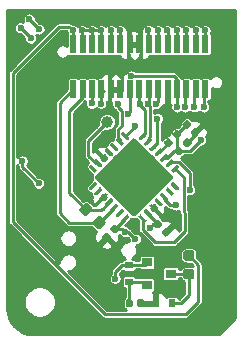
<source format=gbr>
G04 #@! TF.GenerationSoftware,KiCad,Pcbnew,(5.1.2)-2*
G04 #@! TF.CreationDate,2020-01-14T13:00:19+01:00*
G04 #@! TF.ProjectId,ACM-pcb,41434d2d-7063-4622-9e6b-696361645f70,rev?*
G04 #@! TF.SameCoordinates,Original*
G04 #@! TF.FileFunction,Copper,L2,Bot*
G04 #@! TF.FilePolarity,Positive*
%FSLAX46Y46*%
G04 Gerber Fmt 4.6, Leading zero omitted, Abs format (unit mm)*
G04 Created by KiCad (PCBNEW (5.1.2)-2) date 2020-01-14 13:00:19*
%MOMM*%
%LPD*%
G04 APERTURE LIST*
%ADD10R,0.550000X1.500000*%
%ADD11C,0.100000*%
%ADD12C,4.800000*%
%ADD13C,0.300000*%
%ADD14R,0.600000X0.700000*%
%ADD15C,0.590000*%
%ADD16R,0.900000X0.800000*%
%ADD17C,0.875000*%
%ADD18R,0.700000X0.600000*%
%ADD19C,0.600000*%
%ADD20C,1.000000*%
%ADD21C,0.254000*%
G04 APERTURE END LIST*
D10*
X80022000Y-70988000D03*
X80022000Y-67188000D03*
X79222000Y-70988000D03*
X79222000Y-67188000D03*
X78422000Y-70988000D03*
X78422000Y-67188000D03*
X77622000Y-70988000D03*
X77622000Y-67188000D03*
X76822000Y-70988000D03*
X76822000Y-67188000D03*
X76022000Y-70988000D03*
X76022000Y-67188000D03*
X75222000Y-70988000D03*
X75222000Y-67188000D03*
X74422000Y-70988000D03*
X74422000Y-67188000D03*
X73622000Y-70988000D03*
X73622000Y-67188000D03*
X72822000Y-70988000D03*
X72822000Y-67188000D03*
X72022000Y-70988000D03*
X72022000Y-67188000D03*
X71222000Y-70988000D03*
X71222000Y-67188000D03*
X70422000Y-70988000D03*
X70422000Y-67188000D03*
X69622000Y-70988000D03*
X69622000Y-67188000D03*
X68822000Y-70988000D03*
X68822000Y-67188000D03*
D11*
G36*
X73992504Y-75150644D02*
G01*
X74016772Y-75154244D01*
X74040571Y-75160205D01*
X74063670Y-75168470D01*
X74085848Y-75178959D01*
X74106891Y-75191572D01*
X74126597Y-75206187D01*
X74144775Y-75222663D01*
X77185337Y-78263225D01*
X77201813Y-78281403D01*
X77216428Y-78301109D01*
X77229041Y-78322152D01*
X77239530Y-78344330D01*
X77247795Y-78367429D01*
X77253756Y-78391228D01*
X77257356Y-78415496D01*
X77258560Y-78440000D01*
X77257356Y-78464504D01*
X77253756Y-78488772D01*
X77247795Y-78512571D01*
X77239530Y-78535670D01*
X77229041Y-78557848D01*
X77216428Y-78578891D01*
X77201813Y-78598597D01*
X77185337Y-78616775D01*
X74144775Y-81657337D01*
X74126597Y-81673813D01*
X74106891Y-81688428D01*
X74085848Y-81701041D01*
X74063670Y-81711530D01*
X74040571Y-81719795D01*
X74016772Y-81725756D01*
X73992504Y-81729356D01*
X73968000Y-81730560D01*
X73943496Y-81729356D01*
X73919228Y-81725756D01*
X73895429Y-81719795D01*
X73872330Y-81711530D01*
X73850152Y-81701041D01*
X73829109Y-81688428D01*
X73809403Y-81673813D01*
X73791225Y-81657337D01*
X70750663Y-78616775D01*
X70734187Y-78598597D01*
X70719572Y-78578891D01*
X70706959Y-78557848D01*
X70696470Y-78535670D01*
X70688205Y-78512571D01*
X70682244Y-78488772D01*
X70678644Y-78464504D01*
X70677440Y-78440000D01*
X70678644Y-78415496D01*
X70682244Y-78391228D01*
X70688205Y-78367429D01*
X70696470Y-78344330D01*
X70706959Y-78322152D01*
X70719572Y-78301109D01*
X70734187Y-78281403D01*
X70750663Y-78263225D01*
X73791225Y-75222663D01*
X73809403Y-75206187D01*
X73829109Y-75191572D01*
X73850152Y-75178959D01*
X73872330Y-75168470D01*
X73895429Y-75160205D01*
X73919228Y-75154244D01*
X73943496Y-75150644D01*
X73968000Y-75149440D01*
X73992504Y-75150644D01*
X73992504Y-75150644D01*
G37*
D12*
X73968000Y-78440000D03*
D11*
G36*
X73409666Y-81582697D02*
G01*
X73416947Y-81583777D01*
X73424086Y-81585565D01*
X73431016Y-81588045D01*
X73437670Y-81591192D01*
X73443983Y-81594976D01*
X73449894Y-81599360D01*
X73455348Y-81604303D01*
X73561414Y-81710369D01*
X73566357Y-81715823D01*
X73570741Y-81721734D01*
X73574525Y-81728047D01*
X73577672Y-81734701D01*
X73580152Y-81741631D01*
X73581940Y-81748770D01*
X73583020Y-81756051D01*
X73583381Y-81763402D01*
X73583020Y-81770753D01*
X73581940Y-81778034D01*
X73580152Y-81785173D01*
X73577672Y-81792103D01*
X73574525Y-81798757D01*
X73570741Y-81805070D01*
X73566357Y-81810981D01*
X73561414Y-81816435D01*
X73119472Y-82258377D01*
X73114018Y-82263320D01*
X73108107Y-82267704D01*
X73101794Y-82271488D01*
X73095140Y-82274635D01*
X73088210Y-82277115D01*
X73081071Y-82278903D01*
X73073790Y-82279983D01*
X73066439Y-82280344D01*
X73059088Y-82279983D01*
X73051807Y-82278903D01*
X73044668Y-82277115D01*
X73037738Y-82274635D01*
X73031084Y-82271488D01*
X73024771Y-82267704D01*
X73018860Y-82263320D01*
X73013406Y-82258377D01*
X72907340Y-82152311D01*
X72902397Y-82146857D01*
X72898013Y-82140946D01*
X72894229Y-82134633D01*
X72891082Y-82127979D01*
X72888602Y-82121049D01*
X72886814Y-82113910D01*
X72885734Y-82106629D01*
X72885373Y-82099278D01*
X72885734Y-82091927D01*
X72886814Y-82084646D01*
X72888602Y-82077507D01*
X72891082Y-82070577D01*
X72894229Y-82063923D01*
X72898013Y-82057610D01*
X72902397Y-82051699D01*
X72907340Y-82046245D01*
X73349282Y-81604303D01*
X73354736Y-81599360D01*
X73360647Y-81594976D01*
X73366960Y-81591192D01*
X73373614Y-81588045D01*
X73380544Y-81585565D01*
X73387683Y-81583777D01*
X73394964Y-81582697D01*
X73402315Y-81582336D01*
X73409666Y-81582697D01*
X73409666Y-81582697D01*
G37*
D13*
X73234377Y-81931340D03*
D11*
G36*
X72950046Y-81123077D02*
G01*
X72957327Y-81124157D01*
X72964466Y-81125945D01*
X72971396Y-81128425D01*
X72978050Y-81131572D01*
X72984363Y-81135356D01*
X72990274Y-81139740D01*
X72995728Y-81144683D01*
X73101794Y-81250749D01*
X73106737Y-81256203D01*
X73111121Y-81262114D01*
X73114905Y-81268427D01*
X73118052Y-81275081D01*
X73120532Y-81282011D01*
X73122320Y-81289150D01*
X73123400Y-81296431D01*
X73123761Y-81303782D01*
X73123400Y-81311133D01*
X73122320Y-81318414D01*
X73120532Y-81325553D01*
X73118052Y-81332483D01*
X73114905Y-81339137D01*
X73111121Y-81345450D01*
X73106737Y-81351361D01*
X73101794Y-81356815D01*
X72659852Y-81798757D01*
X72654398Y-81803700D01*
X72648487Y-81808084D01*
X72642174Y-81811868D01*
X72635520Y-81815015D01*
X72628590Y-81817495D01*
X72621451Y-81819283D01*
X72614170Y-81820363D01*
X72606819Y-81820724D01*
X72599468Y-81820363D01*
X72592187Y-81819283D01*
X72585048Y-81817495D01*
X72578118Y-81815015D01*
X72571464Y-81811868D01*
X72565151Y-81808084D01*
X72559240Y-81803700D01*
X72553786Y-81798757D01*
X72447720Y-81692691D01*
X72442777Y-81687237D01*
X72438393Y-81681326D01*
X72434609Y-81675013D01*
X72431462Y-81668359D01*
X72428982Y-81661429D01*
X72427194Y-81654290D01*
X72426114Y-81647009D01*
X72425753Y-81639658D01*
X72426114Y-81632307D01*
X72427194Y-81625026D01*
X72428982Y-81617887D01*
X72431462Y-81610957D01*
X72434609Y-81604303D01*
X72438393Y-81597990D01*
X72442777Y-81592079D01*
X72447720Y-81586625D01*
X72889662Y-81144683D01*
X72895116Y-81139740D01*
X72901027Y-81135356D01*
X72907340Y-81131572D01*
X72913994Y-81128425D01*
X72920924Y-81125945D01*
X72928063Y-81124157D01*
X72935344Y-81123077D01*
X72942695Y-81122716D01*
X72950046Y-81123077D01*
X72950046Y-81123077D01*
G37*
D13*
X72774757Y-81471720D03*
D11*
G36*
X72490427Y-80663458D02*
G01*
X72497708Y-80664538D01*
X72504847Y-80666326D01*
X72511777Y-80668806D01*
X72518431Y-80671953D01*
X72524744Y-80675737D01*
X72530655Y-80680121D01*
X72536109Y-80685064D01*
X72642175Y-80791130D01*
X72647118Y-80796584D01*
X72651502Y-80802495D01*
X72655286Y-80808808D01*
X72658433Y-80815462D01*
X72660913Y-80822392D01*
X72662701Y-80829531D01*
X72663781Y-80836812D01*
X72664142Y-80844163D01*
X72663781Y-80851514D01*
X72662701Y-80858795D01*
X72660913Y-80865934D01*
X72658433Y-80872864D01*
X72655286Y-80879518D01*
X72651502Y-80885831D01*
X72647118Y-80891742D01*
X72642175Y-80897196D01*
X72200233Y-81339138D01*
X72194779Y-81344081D01*
X72188868Y-81348465D01*
X72182555Y-81352249D01*
X72175901Y-81355396D01*
X72168971Y-81357876D01*
X72161832Y-81359664D01*
X72154551Y-81360744D01*
X72147200Y-81361105D01*
X72139849Y-81360744D01*
X72132568Y-81359664D01*
X72125429Y-81357876D01*
X72118499Y-81355396D01*
X72111845Y-81352249D01*
X72105532Y-81348465D01*
X72099621Y-81344081D01*
X72094167Y-81339138D01*
X71988101Y-81233072D01*
X71983158Y-81227618D01*
X71978774Y-81221707D01*
X71974990Y-81215394D01*
X71971843Y-81208740D01*
X71969363Y-81201810D01*
X71967575Y-81194671D01*
X71966495Y-81187390D01*
X71966134Y-81180039D01*
X71966495Y-81172688D01*
X71967575Y-81165407D01*
X71969363Y-81158268D01*
X71971843Y-81151338D01*
X71974990Y-81144684D01*
X71978774Y-81138371D01*
X71983158Y-81132460D01*
X71988101Y-81127006D01*
X72430043Y-80685064D01*
X72435497Y-80680121D01*
X72441408Y-80675737D01*
X72447721Y-80671953D01*
X72454375Y-80668806D01*
X72461305Y-80666326D01*
X72468444Y-80664538D01*
X72475725Y-80663458D01*
X72483076Y-80663097D01*
X72490427Y-80663458D01*
X72490427Y-80663458D01*
G37*
D13*
X72315138Y-81012101D03*
D11*
G36*
X72030807Y-80203839D02*
G01*
X72038088Y-80204919D01*
X72045227Y-80206707D01*
X72052157Y-80209187D01*
X72058811Y-80212334D01*
X72065124Y-80216118D01*
X72071035Y-80220502D01*
X72076489Y-80225445D01*
X72182555Y-80331511D01*
X72187498Y-80336965D01*
X72191882Y-80342876D01*
X72195666Y-80349189D01*
X72198813Y-80355843D01*
X72201293Y-80362773D01*
X72203081Y-80369912D01*
X72204161Y-80377193D01*
X72204522Y-80384544D01*
X72204161Y-80391895D01*
X72203081Y-80399176D01*
X72201293Y-80406315D01*
X72198813Y-80413245D01*
X72195666Y-80419899D01*
X72191882Y-80426212D01*
X72187498Y-80432123D01*
X72182555Y-80437577D01*
X71740613Y-80879519D01*
X71735159Y-80884462D01*
X71729248Y-80888846D01*
X71722935Y-80892630D01*
X71716281Y-80895777D01*
X71709351Y-80898257D01*
X71702212Y-80900045D01*
X71694931Y-80901125D01*
X71687580Y-80901486D01*
X71680229Y-80901125D01*
X71672948Y-80900045D01*
X71665809Y-80898257D01*
X71658879Y-80895777D01*
X71652225Y-80892630D01*
X71645912Y-80888846D01*
X71640001Y-80884462D01*
X71634547Y-80879519D01*
X71528481Y-80773453D01*
X71523538Y-80767999D01*
X71519154Y-80762088D01*
X71515370Y-80755775D01*
X71512223Y-80749121D01*
X71509743Y-80742191D01*
X71507955Y-80735052D01*
X71506875Y-80727771D01*
X71506514Y-80720420D01*
X71506875Y-80713069D01*
X71507955Y-80705788D01*
X71509743Y-80698649D01*
X71512223Y-80691719D01*
X71515370Y-80685065D01*
X71519154Y-80678752D01*
X71523538Y-80672841D01*
X71528481Y-80667387D01*
X71970423Y-80225445D01*
X71975877Y-80220502D01*
X71981788Y-80216118D01*
X71988101Y-80212334D01*
X71994755Y-80209187D01*
X72001685Y-80206707D01*
X72008824Y-80204919D01*
X72016105Y-80203839D01*
X72023456Y-80203478D01*
X72030807Y-80203839D01*
X72030807Y-80203839D01*
G37*
D13*
X71855518Y-80552482D03*
D11*
G36*
X71571188Y-79744219D02*
G01*
X71578469Y-79745299D01*
X71585608Y-79747087D01*
X71592538Y-79749567D01*
X71599192Y-79752714D01*
X71605505Y-79756498D01*
X71611416Y-79760882D01*
X71616870Y-79765825D01*
X71722936Y-79871891D01*
X71727879Y-79877345D01*
X71732263Y-79883256D01*
X71736047Y-79889569D01*
X71739194Y-79896223D01*
X71741674Y-79903153D01*
X71743462Y-79910292D01*
X71744542Y-79917573D01*
X71744903Y-79924924D01*
X71744542Y-79932275D01*
X71743462Y-79939556D01*
X71741674Y-79946695D01*
X71739194Y-79953625D01*
X71736047Y-79960279D01*
X71732263Y-79966592D01*
X71727879Y-79972503D01*
X71722936Y-79977957D01*
X71280994Y-80419899D01*
X71275540Y-80424842D01*
X71269629Y-80429226D01*
X71263316Y-80433010D01*
X71256662Y-80436157D01*
X71249732Y-80438637D01*
X71242593Y-80440425D01*
X71235312Y-80441505D01*
X71227961Y-80441866D01*
X71220610Y-80441505D01*
X71213329Y-80440425D01*
X71206190Y-80438637D01*
X71199260Y-80436157D01*
X71192606Y-80433010D01*
X71186293Y-80429226D01*
X71180382Y-80424842D01*
X71174928Y-80419899D01*
X71068862Y-80313833D01*
X71063919Y-80308379D01*
X71059535Y-80302468D01*
X71055751Y-80296155D01*
X71052604Y-80289501D01*
X71050124Y-80282571D01*
X71048336Y-80275432D01*
X71047256Y-80268151D01*
X71046895Y-80260800D01*
X71047256Y-80253449D01*
X71048336Y-80246168D01*
X71050124Y-80239029D01*
X71052604Y-80232099D01*
X71055751Y-80225445D01*
X71059535Y-80219132D01*
X71063919Y-80213221D01*
X71068862Y-80207767D01*
X71510804Y-79765825D01*
X71516258Y-79760882D01*
X71522169Y-79756498D01*
X71528482Y-79752714D01*
X71535136Y-79749567D01*
X71542066Y-79747087D01*
X71549205Y-79745299D01*
X71556486Y-79744219D01*
X71563837Y-79743858D01*
X71571188Y-79744219D01*
X71571188Y-79744219D01*
G37*
D13*
X71395899Y-80092862D03*
D11*
G36*
X71111569Y-79284600D02*
G01*
X71118850Y-79285680D01*
X71125989Y-79287468D01*
X71132919Y-79289948D01*
X71139573Y-79293095D01*
X71145886Y-79296879D01*
X71151797Y-79301263D01*
X71157251Y-79306206D01*
X71263317Y-79412272D01*
X71268260Y-79417726D01*
X71272644Y-79423637D01*
X71276428Y-79429950D01*
X71279575Y-79436604D01*
X71282055Y-79443534D01*
X71283843Y-79450673D01*
X71284923Y-79457954D01*
X71285284Y-79465305D01*
X71284923Y-79472656D01*
X71283843Y-79479937D01*
X71282055Y-79487076D01*
X71279575Y-79494006D01*
X71276428Y-79500660D01*
X71272644Y-79506973D01*
X71268260Y-79512884D01*
X71263317Y-79518338D01*
X70821375Y-79960280D01*
X70815921Y-79965223D01*
X70810010Y-79969607D01*
X70803697Y-79973391D01*
X70797043Y-79976538D01*
X70790113Y-79979018D01*
X70782974Y-79980806D01*
X70775693Y-79981886D01*
X70768342Y-79982247D01*
X70760991Y-79981886D01*
X70753710Y-79980806D01*
X70746571Y-79979018D01*
X70739641Y-79976538D01*
X70732987Y-79973391D01*
X70726674Y-79969607D01*
X70720763Y-79965223D01*
X70715309Y-79960280D01*
X70609243Y-79854214D01*
X70604300Y-79848760D01*
X70599916Y-79842849D01*
X70596132Y-79836536D01*
X70592985Y-79829882D01*
X70590505Y-79822952D01*
X70588717Y-79815813D01*
X70587637Y-79808532D01*
X70587276Y-79801181D01*
X70587637Y-79793830D01*
X70588717Y-79786549D01*
X70590505Y-79779410D01*
X70592985Y-79772480D01*
X70596132Y-79765826D01*
X70599916Y-79759513D01*
X70604300Y-79753602D01*
X70609243Y-79748148D01*
X71051185Y-79306206D01*
X71056639Y-79301263D01*
X71062550Y-79296879D01*
X71068863Y-79293095D01*
X71075517Y-79289948D01*
X71082447Y-79287468D01*
X71089586Y-79285680D01*
X71096867Y-79284600D01*
X71104218Y-79284239D01*
X71111569Y-79284600D01*
X71111569Y-79284600D01*
G37*
D13*
X70936280Y-79633243D03*
D11*
G36*
X70651949Y-78824980D02*
G01*
X70659230Y-78826060D01*
X70666369Y-78827848D01*
X70673299Y-78830328D01*
X70679953Y-78833475D01*
X70686266Y-78837259D01*
X70692177Y-78841643D01*
X70697631Y-78846586D01*
X70803697Y-78952652D01*
X70808640Y-78958106D01*
X70813024Y-78964017D01*
X70816808Y-78970330D01*
X70819955Y-78976984D01*
X70822435Y-78983914D01*
X70824223Y-78991053D01*
X70825303Y-78998334D01*
X70825664Y-79005685D01*
X70825303Y-79013036D01*
X70824223Y-79020317D01*
X70822435Y-79027456D01*
X70819955Y-79034386D01*
X70816808Y-79041040D01*
X70813024Y-79047353D01*
X70808640Y-79053264D01*
X70803697Y-79058718D01*
X70361755Y-79500660D01*
X70356301Y-79505603D01*
X70350390Y-79509987D01*
X70344077Y-79513771D01*
X70337423Y-79516918D01*
X70330493Y-79519398D01*
X70323354Y-79521186D01*
X70316073Y-79522266D01*
X70308722Y-79522627D01*
X70301371Y-79522266D01*
X70294090Y-79521186D01*
X70286951Y-79519398D01*
X70280021Y-79516918D01*
X70273367Y-79513771D01*
X70267054Y-79509987D01*
X70261143Y-79505603D01*
X70255689Y-79500660D01*
X70149623Y-79394594D01*
X70144680Y-79389140D01*
X70140296Y-79383229D01*
X70136512Y-79376916D01*
X70133365Y-79370262D01*
X70130885Y-79363332D01*
X70129097Y-79356193D01*
X70128017Y-79348912D01*
X70127656Y-79341561D01*
X70128017Y-79334210D01*
X70129097Y-79326929D01*
X70130885Y-79319790D01*
X70133365Y-79312860D01*
X70136512Y-79306206D01*
X70140296Y-79299893D01*
X70144680Y-79293982D01*
X70149623Y-79288528D01*
X70591565Y-78846586D01*
X70597019Y-78841643D01*
X70602930Y-78837259D01*
X70609243Y-78833475D01*
X70615897Y-78830328D01*
X70622827Y-78827848D01*
X70629966Y-78826060D01*
X70637247Y-78824980D01*
X70644598Y-78824619D01*
X70651949Y-78824980D01*
X70651949Y-78824980D01*
G37*
D13*
X70476660Y-79173623D03*
D11*
G36*
X70316073Y-77357734D02*
G01*
X70323354Y-77358814D01*
X70330493Y-77360602D01*
X70337423Y-77363082D01*
X70344077Y-77366229D01*
X70350390Y-77370013D01*
X70356301Y-77374397D01*
X70361755Y-77379340D01*
X70803697Y-77821282D01*
X70808640Y-77826736D01*
X70813024Y-77832647D01*
X70816808Y-77838960D01*
X70819955Y-77845614D01*
X70822435Y-77852544D01*
X70824223Y-77859683D01*
X70825303Y-77866964D01*
X70825664Y-77874315D01*
X70825303Y-77881666D01*
X70824223Y-77888947D01*
X70822435Y-77896086D01*
X70819955Y-77903016D01*
X70816808Y-77909670D01*
X70813024Y-77915983D01*
X70808640Y-77921894D01*
X70803697Y-77927348D01*
X70697631Y-78033414D01*
X70692177Y-78038357D01*
X70686266Y-78042741D01*
X70679953Y-78046525D01*
X70673299Y-78049672D01*
X70666369Y-78052152D01*
X70659230Y-78053940D01*
X70651949Y-78055020D01*
X70644598Y-78055381D01*
X70637247Y-78055020D01*
X70629966Y-78053940D01*
X70622827Y-78052152D01*
X70615897Y-78049672D01*
X70609243Y-78046525D01*
X70602930Y-78042741D01*
X70597019Y-78038357D01*
X70591565Y-78033414D01*
X70149623Y-77591472D01*
X70144680Y-77586018D01*
X70140296Y-77580107D01*
X70136512Y-77573794D01*
X70133365Y-77567140D01*
X70130885Y-77560210D01*
X70129097Y-77553071D01*
X70128017Y-77545790D01*
X70127656Y-77538439D01*
X70128017Y-77531088D01*
X70129097Y-77523807D01*
X70130885Y-77516668D01*
X70133365Y-77509738D01*
X70136512Y-77503084D01*
X70140296Y-77496771D01*
X70144680Y-77490860D01*
X70149623Y-77485406D01*
X70255689Y-77379340D01*
X70261143Y-77374397D01*
X70267054Y-77370013D01*
X70273367Y-77366229D01*
X70280021Y-77363082D01*
X70286951Y-77360602D01*
X70294090Y-77358814D01*
X70301371Y-77357734D01*
X70308722Y-77357373D01*
X70316073Y-77357734D01*
X70316073Y-77357734D01*
G37*
D13*
X70476660Y-77706377D03*
D11*
G36*
X70775693Y-76898114D02*
G01*
X70782974Y-76899194D01*
X70790113Y-76900982D01*
X70797043Y-76903462D01*
X70803697Y-76906609D01*
X70810010Y-76910393D01*
X70815921Y-76914777D01*
X70821375Y-76919720D01*
X71263317Y-77361662D01*
X71268260Y-77367116D01*
X71272644Y-77373027D01*
X71276428Y-77379340D01*
X71279575Y-77385994D01*
X71282055Y-77392924D01*
X71283843Y-77400063D01*
X71284923Y-77407344D01*
X71285284Y-77414695D01*
X71284923Y-77422046D01*
X71283843Y-77429327D01*
X71282055Y-77436466D01*
X71279575Y-77443396D01*
X71276428Y-77450050D01*
X71272644Y-77456363D01*
X71268260Y-77462274D01*
X71263317Y-77467728D01*
X71157251Y-77573794D01*
X71151797Y-77578737D01*
X71145886Y-77583121D01*
X71139573Y-77586905D01*
X71132919Y-77590052D01*
X71125989Y-77592532D01*
X71118850Y-77594320D01*
X71111569Y-77595400D01*
X71104218Y-77595761D01*
X71096867Y-77595400D01*
X71089586Y-77594320D01*
X71082447Y-77592532D01*
X71075517Y-77590052D01*
X71068863Y-77586905D01*
X71062550Y-77583121D01*
X71056639Y-77578737D01*
X71051185Y-77573794D01*
X70609243Y-77131852D01*
X70604300Y-77126398D01*
X70599916Y-77120487D01*
X70596132Y-77114174D01*
X70592985Y-77107520D01*
X70590505Y-77100590D01*
X70588717Y-77093451D01*
X70587637Y-77086170D01*
X70587276Y-77078819D01*
X70587637Y-77071468D01*
X70588717Y-77064187D01*
X70590505Y-77057048D01*
X70592985Y-77050118D01*
X70596132Y-77043464D01*
X70599916Y-77037151D01*
X70604300Y-77031240D01*
X70609243Y-77025786D01*
X70715309Y-76919720D01*
X70720763Y-76914777D01*
X70726674Y-76910393D01*
X70732987Y-76906609D01*
X70739641Y-76903462D01*
X70746571Y-76900982D01*
X70753710Y-76899194D01*
X70760991Y-76898114D01*
X70768342Y-76897753D01*
X70775693Y-76898114D01*
X70775693Y-76898114D01*
G37*
D13*
X70936280Y-77246757D03*
D11*
G36*
X71235312Y-76438495D02*
G01*
X71242593Y-76439575D01*
X71249732Y-76441363D01*
X71256662Y-76443843D01*
X71263316Y-76446990D01*
X71269629Y-76450774D01*
X71275540Y-76455158D01*
X71280994Y-76460101D01*
X71722936Y-76902043D01*
X71727879Y-76907497D01*
X71732263Y-76913408D01*
X71736047Y-76919721D01*
X71739194Y-76926375D01*
X71741674Y-76933305D01*
X71743462Y-76940444D01*
X71744542Y-76947725D01*
X71744903Y-76955076D01*
X71744542Y-76962427D01*
X71743462Y-76969708D01*
X71741674Y-76976847D01*
X71739194Y-76983777D01*
X71736047Y-76990431D01*
X71732263Y-76996744D01*
X71727879Y-77002655D01*
X71722936Y-77008109D01*
X71616870Y-77114175D01*
X71611416Y-77119118D01*
X71605505Y-77123502D01*
X71599192Y-77127286D01*
X71592538Y-77130433D01*
X71585608Y-77132913D01*
X71578469Y-77134701D01*
X71571188Y-77135781D01*
X71563837Y-77136142D01*
X71556486Y-77135781D01*
X71549205Y-77134701D01*
X71542066Y-77132913D01*
X71535136Y-77130433D01*
X71528482Y-77127286D01*
X71522169Y-77123502D01*
X71516258Y-77119118D01*
X71510804Y-77114175D01*
X71068862Y-76672233D01*
X71063919Y-76666779D01*
X71059535Y-76660868D01*
X71055751Y-76654555D01*
X71052604Y-76647901D01*
X71050124Y-76640971D01*
X71048336Y-76633832D01*
X71047256Y-76626551D01*
X71046895Y-76619200D01*
X71047256Y-76611849D01*
X71048336Y-76604568D01*
X71050124Y-76597429D01*
X71052604Y-76590499D01*
X71055751Y-76583845D01*
X71059535Y-76577532D01*
X71063919Y-76571621D01*
X71068862Y-76566167D01*
X71174928Y-76460101D01*
X71180382Y-76455158D01*
X71186293Y-76450774D01*
X71192606Y-76446990D01*
X71199260Y-76443843D01*
X71206190Y-76441363D01*
X71213329Y-76439575D01*
X71220610Y-76438495D01*
X71227961Y-76438134D01*
X71235312Y-76438495D01*
X71235312Y-76438495D01*
G37*
D13*
X71395899Y-76787138D03*
D11*
G36*
X71694931Y-75978875D02*
G01*
X71702212Y-75979955D01*
X71709351Y-75981743D01*
X71716281Y-75984223D01*
X71722935Y-75987370D01*
X71729248Y-75991154D01*
X71735159Y-75995538D01*
X71740613Y-76000481D01*
X72182555Y-76442423D01*
X72187498Y-76447877D01*
X72191882Y-76453788D01*
X72195666Y-76460101D01*
X72198813Y-76466755D01*
X72201293Y-76473685D01*
X72203081Y-76480824D01*
X72204161Y-76488105D01*
X72204522Y-76495456D01*
X72204161Y-76502807D01*
X72203081Y-76510088D01*
X72201293Y-76517227D01*
X72198813Y-76524157D01*
X72195666Y-76530811D01*
X72191882Y-76537124D01*
X72187498Y-76543035D01*
X72182555Y-76548489D01*
X72076489Y-76654555D01*
X72071035Y-76659498D01*
X72065124Y-76663882D01*
X72058811Y-76667666D01*
X72052157Y-76670813D01*
X72045227Y-76673293D01*
X72038088Y-76675081D01*
X72030807Y-76676161D01*
X72023456Y-76676522D01*
X72016105Y-76676161D01*
X72008824Y-76675081D01*
X72001685Y-76673293D01*
X71994755Y-76670813D01*
X71988101Y-76667666D01*
X71981788Y-76663882D01*
X71975877Y-76659498D01*
X71970423Y-76654555D01*
X71528481Y-76212613D01*
X71523538Y-76207159D01*
X71519154Y-76201248D01*
X71515370Y-76194935D01*
X71512223Y-76188281D01*
X71509743Y-76181351D01*
X71507955Y-76174212D01*
X71506875Y-76166931D01*
X71506514Y-76159580D01*
X71506875Y-76152229D01*
X71507955Y-76144948D01*
X71509743Y-76137809D01*
X71512223Y-76130879D01*
X71515370Y-76124225D01*
X71519154Y-76117912D01*
X71523538Y-76112001D01*
X71528481Y-76106547D01*
X71634547Y-76000481D01*
X71640001Y-75995538D01*
X71645912Y-75991154D01*
X71652225Y-75987370D01*
X71658879Y-75984223D01*
X71665809Y-75981743D01*
X71672948Y-75979955D01*
X71680229Y-75978875D01*
X71687580Y-75978514D01*
X71694931Y-75978875D01*
X71694931Y-75978875D01*
G37*
D13*
X71855518Y-76327518D03*
D11*
G36*
X72154551Y-75519256D02*
G01*
X72161832Y-75520336D01*
X72168971Y-75522124D01*
X72175901Y-75524604D01*
X72182555Y-75527751D01*
X72188868Y-75531535D01*
X72194779Y-75535919D01*
X72200233Y-75540862D01*
X72642175Y-75982804D01*
X72647118Y-75988258D01*
X72651502Y-75994169D01*
X72655286Y-76000482D01*
X72658433Y-76007136D01*
X72660913Y-76014066D01*
X72662701Y-76021205D01*
X72663781Y-76028486D01*
X72664142Y-76035837D01*
X72663781Y-76043188D01*
X72662701Y-76050469D01*
X72660913Y-76057608D01*
X72658433Y-76064538D01*
X72655286Y-76071192D01*
X72651502Y-76077505D01*
X72647118Y-76083416D01*
X72642175Y-76088870D01*
X72536109Y-76194936D01*
X72530655Y-76199879D01*
X72524744Y-76204263D01*
X72518431Y-76208047D01*
X72511777Y-76211194D01*
X72504847Y-76213674D01*
X72497708Y-76215462D01*
X72490427Y-76216542D01*
X72483076Y-76216903D01*
X72475725Y-76216542D01*
X72468444Y-76215462D01*
X72461305Y-76213674D01*
X72454375Y-76211194D01*
X72447721Y-76208047D01*
X72441408Y-76204263D01*
X72435497Y-76199879D01*
X72430043Y-76194936D01*
X71988101Y-75752994D01*
X71983158Y-75747540D01*
X71978774Y-75741629D01*
X71974990Y-75735316D01*
X71971843Y-75728662D01*
X71969363Y-75721732D01*
X71967575Y-75714593D01*
X71966495Y-75707312D01*
X71966134Y-75699961D01*
X71966495Y-75692610D01*
X71967575Y-75685329D01*
X71969363Y-75678190D01*
X71971843Y-75671260D01*
X71974990Y-75664606D01*
X71978774Y-75658293D01*
X71983158Y-75652382D01*
X71988101Y-75646928D01*
X72094167Y-75540862D01*
X72099621Y-75535919D01*
X72105532Y-75531535D01*
X72111845Y-75527751D01*
X72118499Y-75524604D01*
X72125429Y-75522124D01*
X72132568Y-75520336D01*
X72139849Y-75519256D01*
X72147200Y-75518895D01*
X72154551Y-75519256D01*
X72154551Y-75519256D01*
G37*
D13*
X72315138Y-75867899D03*
D11*
G36*
X72614170Y-75059637D02*
G01*
X72621451Y-75060717D01*
X72628590Y-75062505D01*
X72635520Y-75064985D01*
X72642174Y-75068132D01*
X72648487Y-75071916D01*
X72654398Y-75076300D01*
X72659852Y-75081243D01*
X73101794Y-75523185D01*
X73106737Y-75528639D01*
X73111121Y-75534550D01*
X73114905Y-75540863D01*
X73118052Y-75547517D01*
X73120532Y-75554447D01*
X73122320Y-75561586D01*
X73123400Y-75568867D01*
X73123761Y-75576218D01*
X73123400Y-75583569D01*
X73122320Y-75590850D01*
X73120532Y-75597989D01*
X73118052Y-75604919D01*
X73114905Y-75611573D01*
X73111121Y-75617886D01*
X73106737Y-75623797D01*
X73101794Y-75629251D01*
X72995728Y-75735317D01*
X72990274Y-75740260D01*
X72984363Y-75744644D01*
X72978050Y-75748428D01*
X72971396Y-75751575D01*
X72964466Y-75754055D01*
X72957327Y-75755843D01*
X72950046Y-75756923D01*
X72942695Y-75757284D01*
X72935344Y-75756923D01*
X72928063Y-75755843D01*
X72920924Y-75754055D01*
X72913994Y-75751575D01*
X72907340Y-75748428D01*
X72901027Y-75744644D01*
X72895116Y-75740260D01*
X72889662Y-75735317D01*
X72447720Y-75293375D01*
X72442777Y-75287921D01*
X72438393Y-75282010D01*
X72434609Y-75275697D01*
X72431462Y-75269043D01*
X72428982Y-75262113D01*
X72427194Y-75254974D01*
X72426114Y-75247693D01*
X72425753Y-75240342D01*
X72426114Y-75232991D01*
X72427194Y-75225710D01*
X72428982Y-75218571D01*
X72431462Y-75211641D01*
X72434609Y-75204987D01*
X72438393Y-75198674D01*
X72442777Y-75192763D01*
X72447720Y-75187309D01*
X72553786Y-75081243D01*
X72559240Y-75076300D01*
X72565151Y-75071916D01*
X72571464Y-75068132D01*
X72578118Y-75064985D01*
X72585048Y-75062505D01*
X72592187Y-75060717D01*
X72599468Y-75059637D01*
X72606819Y-75059276D01*
X72614170Y-75059637D01*
X72614170Y-75059637D01*
G37*
D13*
X72774757Y-75408280D03*
D11*
G36*
X73073790Y-74600017D02*
G01*
X73081071Y-74601097D01*
X73088210Y-74602885D01*
X73095140Y-74605365D01*
X73101794Y-74608512D01*
X73108107Y-74612296D01*
X73114018Y-74616680D01*
X73119472Y-74621623D01*
X73561414Y-75063565D01*
X73566357Y-75069019D01*
X73570741Y-75074930D01*
X73574525Y-75081243D01*
X73577672Y-75087897D01*
X73580152Y-75094827D01*
X73581940Y-75101966D01*
X73583020Y-75109247D01*
X73583381Y-75116598D01*
X73583020Y-75123949D01*
X73581940Y-75131230D01*
X73580152Y-75138369D01*
X73577672Y-75145299D01*
X73574525Y-75151953D01*
X73570741Y-75158266D01*
X73566357Y-75164177D01*
X73561414Y-75169631D01*
X73455348Y-75275697D01*
X73449894Y-75280640D01*
X73443983Y-75285024D01*
X73437670Y-75288808D01*
X73431016Y-75291955D01*
X73424086Y-75294435D01*
X73416947Y-75296223D01*
X73409666Y-75297303D01*
X73402315Y-75297664D01*
X73394964Y-75297303D01*
X73387683Y-75296223D01*
X73380544Y-75294435D01*
X73373614Y-75291955D01*
X73366960Y-75288808D01*
X73360647Y-75285024D01*
X73354736Y-75280640D01*
X73349282Y-75275697D01*
X72907340Y-74833755D01*
X72902397Y-74828301D01*
X72898013Y-74822390D01*
X72894229Y-74816077D01*
X72891082Y-74809423D01*
X72888602Y-74802493D01*
X72886814Y-74795354D01*
X72885734Y-74788073D01*
X72885373Y-74780722D01*
X72885734Y-74773371D01*
X72886814Y-74766090D01*
X72888602Y-74758951D01*
X72891082Y-74752021D01*
X72894229Y-74745367D01*
X72898013Y-74739054D01*
X72902397Y-74733143D01*
X72907340Y-74727689D01*
X73013406Y-74621623D01*
X73018860Y-74616680D01*
X73024771Y-74612296D01*
X73031084Y-74608512D01*
X73037738Y-74605365D01*
X73044668Y-74602885D01*
X73051807Y-74601097D01*
X73059088Y-74600017D01*
X73066439Y-74599656D01*
X73073790Y-74600017D01*
X73073790Y-74600017D01*
G37*
D13*
X73234377Y-74948660D03*
D11*
G36*
X74876912Y-74600017D02*
G01*
X74884193Y-74601097D01*
X74891332Y-74602885D01*
X74898262Y-74605365D01*
X74904916Y-74608512D01*
X74911229Y-74612296D01*
X74917140Y-74616680D01*
X74922594Y-74621623D01*
X75028660Y-74727689D01*
X75033603Y-74733143D01*
X75037987Y-74739054D01*
X75041771Y-74745367D01*
X75044918Y-74752021D01*
X75047398Y-74758951D01*
X75049186Y-74766090D01*
X75050266Y-74773371D01*
X75050627Y-74780722D01*
X75050266Y-74788073D01*
X75049186Y-74795354D01*
X75047398Y-74802493D01*
X75044918Y-74809423D01*
X75041771Y-74816077D01*
X75037987Y-74822390D01*
X75033603Y-74828301D01*
X75028660Y-74833755D01*
X74586718Y-75275697D01*
X74581264Y-75280640D01*
X74575353Y-75285024D01*
X74569040Y-75288808D01*
X74562386Y-75291955D01*
X74555456Y-75294435D01*
X74548317Y-75296223D01*
X74541036Y-75297303D01*
X74533685Y-75297664D01*
X74526334Y-75297303D01*
X74519053Y-75296223D01*
X74511914Y-75294435D01*
X74504984Y-75291955D01*
X74498330Y-75288808D01*
X74492017Y-75285024D01*
X74486106Y-75280640D01*
X74480652Y-75275697D01*
X74374586Y-75169631D01*
X74369643Y-75164177D01*
X74365259Y-75158266D01*
X74361475Y-75151953D01*
X74358328Y-75145299D01*
X74355848Y-75138369D01*
X74354060Y-75131230D01*
X74352980Y-75123949D01*
X74352619Y-75116598D01*
X74352980Y-75109247D01*
X74354060Y-75101966D01*
X74355848Y-75094827D01*
X74358328Y-75087897D01*
X74361475Y-75081243D01*
X74365259Y-75074930D01*
X74369643Y-75069019D01*
X74374586Y-75063565D01*
X74816528Y-74621623D01*
X74821982Y-74616680D01*
X74827893Y-74612296D01*
X74834206Y-74608512D01*
X74840860Y-74605365D01*
X74847790Y-74602885D01*
X74854929Y-74601097D01*
X74862210Y-74600017D01*
X74869561Y-74599656D01*
X74876912Y-74600017D01*
X74876912Y-74600017D01*
G37*
D13*
X74701623Y-74948660D03*
D11*
G36*
X75336532Y-75059637D02*
G01*
X75343813Y-75060717D01*
X75350952Y-75062505D01*
X75357882Y-75064985D01*
X75364536Y-75068132D01*
X75370849Y-75071916D01*
X75376760Y-75076300D01*
X75382214Y-75081243D01*
X75488280Y-75187309D01*
X75493223Y-75192763D01*
X75497607Y-75198674D01*
X75501391Y-75204987D01*
X75504538Y-75211641D01*
X75507018Y-75218571D01*
X75508806Y-75225710D01*
X75509886Y-75232991D01*
X75510247Y-75240342D01*
X75509886Y-75247693D01*
X75508806Y-75254974D01*
X75507018Y-75262113D01*
X75504538Y-75269043D01*
X75501391Y-75275697D01*
X75497607Y-75282010D01*
X75493223Y-75287921D01*
X75488280Y-75293375D01*
X75046338Y-75735317D01*
X75040884Y-75740260D01*
X75034973Y-75744644D01*
X75028660Y-75748428D01*
X75022006Y-75751575D01*
X75015076Y-75754055D01*
X75007937Y-75755843D01*
X75000656Y-75756923D01*
X74993305Y-75757284D01*
X74985954Y-75756923D01*
X74978673Y-75755843D01*
X74971534Y-75754055D01*
X74964604Y-75751575D01*
X74957950Y-75748428D01*
X74951637Y-75744644D01*
X74945726Y-75740260D01*
X74940272Y-75735317D01*
X74834206Y-75629251D01*
X74829263Y-75623797D01*
X74824879Y-75617886D01*
X74821095Y-75611573D01*
X74817948Y-75604919D01*
X74815468Y-75597989D01*
X74813680Y-75590850D01*
X74812600Y-75583569D01*
X74812239Y-75576218D01*
X74812600Y-75568867D01*
X74813680Y-75561586D01*
X74815468Y-75554447D01*
X74817948Y-75547517D01*
X74821095Y-75540863D01*
X74824879Y-75534550D01*
X74829263Y-75528639D01*
X74834206Y-75523185D01*
X75276148Y-75081243D01*
X75281602Y-75076300D01*
X75287513Y-75071916D01*
X75293826Y-75068132D01*
X75300480Y-75064985D01*
X75307410Y-75062505D01*
X75314549Y-75060717D01*
X75321830Y-75059637D01*
X75329181Y-75059276D01*
X75336532Y-75059637D01*
X75336532Y-75059637D01*
G37*
D13*
X75161243Y-75408280D03*
D11*
G36*
X75796151Y-75519256D02*
G01*
X75803432Y-75520336D01*
X75810571Y-75522124D01*
X75817501Y-75524604D01*
X75824155Y-75527751D01*
X75830468Y-75531535D01*
X75836379Y-75535919D01*
X75841833Y-75540862D01*
X75947899Y-75646928D01*
X75952842Y-75652382D01*
X75957226Y-75658293D01*
X75961010Y-75664606D01*
X75964157Y-75671260D01*
X75966637Y-75678190D01*
X75968425Y-75685329D01*
X75969505Y-75692610D01*
X75969866Y-75699961D01*
X75969505Y-75707312D01*
X75968425Y-75714593D01*
X75966637Y-75721732D01*
X75964157Y-75728662D01*
X75961010Y-75735316D01*
X75957226Y-75741629D01*
X75952842Y-75747540D01*
X75947899Y-75752994D01*
X75505957Y-76194936D01*
X75500503Y-76199879D01*
X75494592Y-76204263D01*
X75488279Y-76208047D01*
X75481625Y-76211194D01*
X75474695Y-76213674D01*
X75467556Y-76215462D01*
X75460275Y-76216542D01*
X75452924Y-76216903D01*
X75445573Y-76216542D01*
X75438292Y-76215462D01*
X75431153Y-76213674D01*
X75424223Y-76211194D01*
X75417569Y-76208047D01*
X75411256Y-76204263D01*
X75405345Y-76199879D01*
X75399891Y-76194936D01*
X75293825Y-76088870D01*
X75288882Y-76083416D01*
X75284498Y-76077505D01*
X75280714Y-76071192D01*
X75277567Y-76064538D01*
X75275087Y-76057608D01*
X75273299Y-76050469D01*
X75272219Y-76043188D01*
X75271858Y-76035837D01*
X75272219Y-76028486D01*
X75273299Y-76021205D01*
X75275087Y-76014066D01*
X75277567Y-76007136D01*
X75280714Y-76000482D01*
X75284498Y-75994169D01*
X75288882Y-75988258D01*
X75293825Y-75982804D01*
X75735767Y-75540862D01*
X75741221Y-75535919D01*
X75747132Y-75531535D01*
X75753445Y-75527751D01*
X75760099Y-75524604D01*
X75767029Y-75522124D01*
X75774168Y-75520336D01*
X75781449Y-75519256D01*
X75788800Y-75518895D01*
X75796151Y-75519256D01*
X75796151Y-75519256D01*
G37*
D13*
X75620862Y-75867899D03*
D11*
G36*
X76255771Y-75978875D02*
G01*
X76263052Y-75979955D01*
X76270191Y-75981743D01*
X76277121Y-75984223D01*
X76283775Y-75987370D01*
X76290088Y-75991154D01*
X76295999Y-75995538D01*
X76301453Y-76000481D01*
X76407519Y-76106547D01*
X76412462Y-76112001D01*
X76416846Y-76117912D01*
X76420630Y-76124225D01*
X76423777Y-76130879D01*
X76426257Y-76137809D01*
X76428045Y-76144948D01*
X76429125Y-76152229D01*
X76429486Y-76159580D01*
X76429125Y-76166931D01*
X76428045Y-76174212D01*
X76426257Y-76181351D01*
X76423777Y-76188281D01*
X76420630Y-76194935D01*
X76416846Y-76201248D01*
X76412462Y-76207159D01*
X76407519Y-76212613D01*
X75965577Y-76654555D01*
X75960123Y-76659498D01*
X75954212Y-76663882D01*
X75947899Y-76667666D01*
X75941245Y-76670813D01*
X75934315Y-76673293D01*
X75927176Y-76675081D01*
X75919895Y-76676161D01*
X75912544Y-76676522D01*
X75905193Y-76676161D01*
X75897912Y-76675081D01*
X75890773Y-76673293D01*
X75883843Y-76670813D01*
X75877189Y-76667666D01*
X75870876Y-76663882D01*
X75864965Y-76659498D01*
X75859511Y-76654555D01*
X75753445Y-76548489D01*
X75748502Y-76543035D01*
X75744118Y-76537124D01*
X75740334Y-76530811D01*
X75737187Y-76524157D01*
X75734707Y-76517227D01*
X75732919Y-76510088D01*
X75731839Y-76502807D01*
X75731478Y-76495456D01*
X75731839Y-76488105D01*
X75732919Y-76480824D01*
X75734707Y-76473685D01*
X75737187Y-76466755D01*
X75740334Y-76460101D01*
X75744118Y-76453788D01*
X75748502Y-76447877D01*
X75753445Y-76442423D01*
X76195387Y-76000481D01*
X76200841Y-75995538D01*
X76206752Y-75991154D01*
X76213065Y-75987370D01*
X76219719Y-75984223D01*
X76226649Y-75981743D01*
X76233788Y-75979955D01*
X76241069Y-75978875D01*
X76248420Y-75978514D01*
X76255771Y-75978875D01*
X76255771Y-75978875D01*
G37*
D13*
X76080482Y-76327518D03*
D11*
G36*
X76715390Y-76438495D02*
G01*
X76722671Y-76439575D01*
X76729810Y-76441363D01*
X76736740Y-76443843D01*
X76743394Y-76446990D01*
X76749707Y-76450774D01*
X76755618Y-76455158D01*
X76761072Y-76460101D01*
X76867138Y-76566167D01*
X76872081Y-76571621D01*
X76876465Y-76577532D01*
X76880249Y-76583845D01*
X76883396Y-76590499D01*
X76885876Y-76597429D01*
X76887664Y-76604568D01*
X76888744Y-76611849D01*
X76889105Y-76619200D01*
X76888744Y-76626551D01*
X76887664Y-76633832D01*
X76885876Y-76640971D01*
X76883396Y-76647901D01*
X76880249Y-76654555D01*
X76876465Y-76660868D01*
X76872081Y-76666779D01*
X76867138Y-76672233D01*
X76425196Y-77114175D01*
X76419742Y-77119118D01*
X76413831Y-77123502D01*
X76407518Y-77127286D01*
X76400864Y-77130433D01*
X76393934Y-77132913D01*
X76386795Y-77134701D01*
X76379514Y-77135781D01*
X76372163Y-77136142D01*
X76364812Y-77135781D01*
X76357531Y-77134701D01*
X76350392Y-77132913D01*
X76343462Y-77130433D01*
X76336808Y-77127286D01*
X76330495Y-77123502D01*
X76324584Y-77119118D01*
X76319130Y-77114175D01*
X76213064Y-77008109D01*
X76208121Y-77002655D01*
X76203737Y-76996744D01*
X76199953Y-76990431D01*
X76196806Y-76983777D01*
X76194326Y-76976847D01*
X76192538Y-76969708D01*
X76191458Y-76962427D01*
X76191097Y-76955076D01*
X76191458Y-76947725D01*
X76192538Y-76940444D01*
X76194326Y-76933305D01*
X76196806Y-76926375D01*
X76199953Y-76919721D01*
X76203737Y-76913408D01*
X76208121Y-76907497D01*
X76213064Y-76902043D01*
X76655006Y-76460101D01*
X76660460Y-76455158D01*
X76666371Y-76450774D01*
X76672684Y-76446990D01*
X76679338Y-76443843D01*
X76686268Y-76441363D01*
X76693407Y-76439575D01*
X76700688Y-76438495D01*
X76708039Y-76438134D01*
X76715390Y-76438495D01*
X76715390Y-76438495D01*
G37*
D13*
X76540101Y-76787138D03*
D11*
G36*
X77175009Y-76898114D02*
G01*
X77182290Y-76899194D01*
X77189429Y-76900982D01*
X77196359Y-76903462D01*
X77203013Y-76906609D01*
X77209326Y-76910393D01*
X77215237Y-76914777D01*
X77220691Y-76919720D01*
X77326757Y-77025786D01*
X77331700Y-77031240D01*
X77336084Y-77037151D01*
X77339868Y-77043464D01*
X77343015Y-77050118D01*
X77345495Y-77057048D01*
X77347283Y-77064187D01*
X77348363Y-77071468D01*
X77348724Y-77078819D01*
X77348363Y-77086170D01*
X77347283Y-77093451D01*
X77345495Y-77100590D01*
X77343015Y-77107520D01*
X77339868Y-77114174D01*
X77336084Y-77120487D01*
X77331700Y-77126398D01*
X77326757Y-77131852D01*
X76884815Y-77573794D01*
X76879361Y-77578737D01*
X76873450Y-77583121D01*
X76867137Y-77586905D01*
X76860483Y-77590052D01*
X76853553Y-77592532D01*
X76846414Y-77594320D01*
X76839133Y-77595400D01*
X76831782Y-77595761D01*
X76824431Y-77595400D01*
X76817150Y-77594320D01*
X76810011Y-77592532D01*
X76803081Y-77590052D01*
X76796427Y-77586905D01*
X76790114Y-77583121D01*
X76784203Y-77578737D01*
X76778749Y-77573794D01*
X76672683Y-77467728D01*
X76667740Y-77462274D01*
X76663356Y-77456363D01*
X76659572Y-77450050D01*
X76656425Y-77443396D01*
X76653945Y-77436466D01*
X76652157Y-77429327D01*
X76651077Y-77422046D01*
X76650716Y-77414695D01*
X76651077Y-77407344D01*
X76652157Y-77400063D01*
X76653945Y-77392924D01*
X76656425Y-77385994D01*
X76659572Y-77379340D01*
X76663356Y-77373027D01*
X76667740Y-77367116D01*
X76672683Y-77361662D01*
X77114625Y-76919720D01*
X77120079Y-76914777D01*
X77125990Y-76910393D01*
X77132303Y-76906609D01*
X77138957Y-76903462D01*
X77145887Y-76900982D01*
X77153026Y-76899194D01*
X77160307Y-76898114D01*
X77167658Y-76897753D01*
X77175009Y-76898114D01*
X77175009Y-76898114D01*
G37*
D13*
X76999720Y-77246757D03*
D11*
G36*
X77634629Y-77357734D02*
G01*
X77641910Y-77358814D01*
X77649049Y-77360602D01*
X77655979Y-77363082D01*
X77662633Y-77366229D01*
X77668946Y-77370013D01*
X77674857Y-77374397D01*
X77680311Y-77379340D01*
X77786377Y-77485406D01*
X77791320Y-77490860D01*
X77795704Y-77496771D01*
X77799488Y-77503084D01*
X77802635Y-77509738D01*
X77805115Y-77516668D01*
X77806903Y-77523807D01*
X77807983Y-77531088D01*
X77808344Y-77538439D01*
X77807983Y-77545790D01*
X77806903Y-77553071D01*
X77805115Y-77560210D01*
X77802635Y-77567140D01*
X77799488Y-77573794D01*
X77795704Y-77580107D01*
X77791320Y-77586018D01*
X77786377Y-77591472D01*
X77344435Y-78033414D01*
X77338981Y-78038357D01*
X77333070Y-78042741D01*
X77326757Y-78046525D01*
X77320103Y-78049672D01*
X77313173Y-78052152D01*
X77306034Y-78053940D01*
X77298753Y-78055020D01*
X77291402Y-78055381D01*
X77284051Y-78055020D01*
X77276770Y-78053940D01*
X77269631Y-78052152D01*
X77262701Y-78049672D01*
X77256047Y-78046525D01*
X77249734Y-78042741D01*
X77243823Y-78038357D01*
X77238369Y-78033414D01*
X77132303Y-77927348D01*
X77127360Y-77921894D01*
X77122976Y-77915983D01*
X77119192Y-77909670D01*
X77116045Y-77903016D01*
X77113565Y-77896086D01*
X77111777Y-77888947D01*
X77110697Y-77881666D01*
X77110336Y-77874315D01*
X77110697Y-77866964D01*
X77111777Y-77859683D01*
X77113565Y-77852544D01*
X77116045Y-77845614D01*
X77119192Y-77838960D01*
X77122976Y-77832647D01*
X77127360Y-77826736D01*
X77132303Y-77821282D01*
X77574245Y-77379340D01*
X77579699Y-77374397D01*
X77585610Y-77370013D01*
X77591923Y-77366229D01*
X77598577Y-77363082D01*
X77605507Y-77360602D01*
X77612646Y-77358814D01*
X77619927Y-77357734D01*
X77627278Y-77357373D01*
X77634629Y-77357734D01*
X77634629Y-77357734D01*
G37*
D13*
X77459340Y-77706377D03*
D11*
G36*
X77298753Y-78824980D02*
G01*
X77306034Y-78826060D01*
X77313173Y-78827848D01*
X77320103Y-78830328D01*
X77326757Y-78833475D01*
X77333070Y-78837259D01*
X77338981Y-78841643D01*
X77344435Y-78846586D01*
X77786377Y-79288528D01*
X77791320Y-79293982D01*
X77795704Y-79299893D01*
X77799488Y-79306206D01*
X77802635Y-79312860D01*
X77805115Y-79319790D01*
X77806903Y-79326929D01*
X77807983Y-79334210D01*
X77808344Y-79341561D01*
X77807983Y-79348912D01*
X77806903Y-79356193D01*
X77805115Y-79363332D01*
X77802635Y-79370262D01*
X77799488Y-79376916D01*
X77795704Y-79383229D01*
X77791320Y-79389140D01*
X77786377Y-79394594D01*
X77680311Y-79500660D01*
X77674857Y-79505603D01*
X77668946Y-79509987D01*
X77662633Y-79513771D01*
X77655979Y-79516918D01*
X77649049Y-79519398D01*
X77641910Y-79521186D01*
X77634629Y-79522266D01*
X77627278Y-79522627D01*
X77619927Y-79522266D01*
X77612646Y-79521186D01*
X77605507Y-79519398D01*
X77598577Y-79516918D01*
X77591923Y-79513771D01*
X77585610Y-79509987D01*
X77579699Y-79505603D01*
X77574245Y-79500660D01*
X77132303Y-79058718D01*
X77127360Y-79053264D01*
X77122976Y-79047353D01*
X77119192Y-79041040D01*
X77116045Y-79034386D01*
X77113565Y-79027456D01*
X77111777Y-79020317D01*
X77110697Y-79013036D01*
X77110336Y-79005685D01*
X77110697Y-78998334D01*
X77111777Y-78991053D01*
X77113565Y-78983914D01*
X77116045Y-78976984D01*
X77119192Y-78970330D01*
X77122976Y-78964017D01*
X77127360Y-78958106D01*
X77132303Y-78952652D01*
X77238369Y-78846586D01*
X77243823Y-78841643D01*
X77249734Y-78837259D01*
X77256047Y-78833475D01*
X77262701Y-78830328D01*
X77269631Y-78827848D01*
X77276770Y-78826060D01*
X77284051Y-78824980D01*
X77291402Y-78824619D01*
X77298753Y-78824980D01*
X77298753Y-78824980D01*
G37*
D13*
X77459340Y-79173623D03*
D11*
G36*
X76839133Y-79284600D02*
G01*
X76846414Y-79285680D01*
X76853553Y-79287468D01*
X76860483Y-79289948D01*
X76867137Y-79293095D01*
X76873450Y-79296879D01*
X76879361Y-79301263D01*
X76884815Y-79306206D01*
X77326757Y-79748148D01*
X77331700Y-79753602D01*
X77336084Y-79759513D01*
X77339868Y-79765826D01*
X77343015Y-79772480D01*
X77345495Y-79779410D01*
X77347283Y-79786549D01*
X77348363Y-79793830D01*
X77348724Y-79801181D01*
X77348363Y-79808532D01*
X77347283Y-79815813D01*
X77345495Y-79822952D01*
X77343015Y-79829882D01*
X77339868Y-79836536D01*
X77336084Y-79842849D01*
X77331700Y-79848760D01*
X77326757Y-79854214D01*
X77220691Y-79960280D01*
X77215237Y-79965223D01*
X77209326Y-79969607D01*
X77203013Y-79973391D01*
X77196359Y-79976538D01*
X77189429Y-79979018D01*
X77182290Y-79980806D01*
X77175009Y-79981886D01*
X77167658Y-79982247D01*
X77160307Y-79981886D01*
X77153026Y-79980806D01*
X77145887Y-79979018D01*
X77138957Y-79976538D01*
X77132303Y-79973391D01*
X77125990Y-79969607D01*
X77120079Y-79965223D01*
X77114625Y-79960280D01*
X76672683Y-79518338D01*
X76667740Y-79512884D01*
X76663356Y-79506973D01*
X76659572Y-79500660D01*
X76656425Y-79494006D01*
X76653945Y-79487076D01*
X76652157Y-79479937D01*
X76651077Y-79472656D01*
X76650716Y-79465305D01*
X76651077Y-79457954D01*
X76652157Y-79450673D01*
X76653945Y-79443534D01*
X76656425Y-79436604D01*
X76659572Y-79429950D01*
X76663356Y-79423637D01*
X76667740Y-79417726D01*
X76672683Y-79412272D01*
X76778749Y-79306206D01*
X76784203Y-79301263D01*
X76790114Y-79296879D01*
X76796427Y-79293095D01*
X76803081Y-79289948D01*
X76810011Y-79287468D01*
X76817150Y-79285680D01*
X76824431Y-79284600D01*
X76831782Y-79284239D01*
X76839133Y-79284600D01*
X76839133Y-79284600D01*
G37*
D13*
X76999720Y-79633243D03*
D11*
G36*
X76379514Y-79744219D02*
G01*
X76386795Y-79745299D01*
X76393934Y-79747087D01*
X76400864Y-79749567D01*
X76407518Y-79752714D01*
X76413831Y-79756498D01*
X76419742Y-79760882D01*
X76425196Y-79765825D01*
X76867138Y-80207767D01*
X76872081Y-80213221D01*
X76876465Y-80219132D01*
X76880249Y-80225445D01*
X76883396Y-80232099D01*
X76885876Y-80239029D01*
X76887664Y-80246168D01*
X76888744Y-80253449D01*
X76889105Y-80260800D01*
X76888744Y-80268151D01*
X76887664Y-80275432D01*
X76885876Y-80282571D01*
X76883396Y-80289501D01*
X76880249Y-80296155D01*
X76876465Y-80302468D01*
X76872081Y-80308379D01*
X76867138Y-80313833D01*
X76761072Y-80419899D01*
X76755618Y-80424842D01*
X76749707Y-80429226D01*
X76743394Y-80433010D01*
X76736740Y-80436157D01*
X76729810Y-80438637D01*
X76722671Y-80440425D01*
X76715390Y-80441505D01*
X76708039Y-80441866D01*
X76700688Y-80441505D01*
X76693407Y-80440425D01*
X76686268Y-80438637D01*
X76679338Y-80436157D01*
X76672684Y-80433010D01*
X76666371Y-80429226D01*
X76660460Y-80424842D01*
X76655006Y-80419899D01*
X76213064Y-79977957D01*
X76208121Y-79972503D01*
X76203737Y-79966592D01*
X76199953Y-79960279D01*
X76196806Y-79953625D01*
X76194326Y-79946695D01*
X76192538Y-79939556D01*
X76191458Y-79932275D01*
X76191097Y-79924924D01*
X76191458Y-79917573D01*
X76192538Y-79910292D01*
X76194326Y-79903153D01*
X76196806Y-79896223D01*
X76199953Y-79889569D01*
X76203737Y-79883256D01*
X76208121Y-79877345D01*
X76213064Y-79871891D01*
X76319130Y-79765825D01*
X76324584Y-79760882D01*
X76330495Y-79756498D01*
X76336808Y-79752714D01*
X76343462Y-79749567D01*
X76350392Y-79747087D01*
X76357531Y-79745299D01*
X76364812Y-79744219D01*
X76372163Y-79743858D01*
X76379514Y-79744219D01*
X76379514Y-79744219D01*
G37*
D13*
X76540101Y-80092862D03*
D11*
G36*
X75919895Y-80203839D02*
G01*
X75927176Y-80204919D01*
X75934315Y-80206707D01*
X75941245Y-80209187D01*
X75947899Y-80212334D01*
X75954212Y-80216118D01*
X75960123Y-80220502D01*
X75965577Y-80225445D01*
X76407519Y-80667387D01*
X76412462Y-80672841D01*
X76416846Y-80678752D01*
X76420630Y-80685065D01*
X76423777Y-80691719D01*
X76426257Y-80698649D01*
X76428045Y-80705788D01*
X76429125Y-80713069D01*
X76429486Y-80720420D01*
X76429125Y-80727771D01*
X76428045Y-80735052D01*
X76426257Y-80742191D01*
X76423777Y-80749121D01*
X76420630Y-80755775D01*
X76416846Y-80762088D01*
X76412462Y-80767999D01*
X76407519Y-80773453D01*
X76301453Y-80879519D01*
X76295999Y-80884462D01*
X76290088Y-80888846D01*
X76283775Y-80892630D01*
X76277121Y-80895777D01*
X76270191Y-80898257D01*
X76263052Y-80900045D01*
X76255771Y-80901125D01*
X76248420Y-80901486D01*
X76241069Y-80901125D01*
X76233788Y-80900045D01*
X76226649Y-80898257D01*
X76219719Y-80895777D01*
X76213065Y-80892630D01*
X76206752Y-80888846D01*
X76200841Y-80884462D01*
X76195387Y-80879519D01*
X75753445Y-80437577D01*
X75748502Y-80432123D01*
X75744118Y-80426212D01*
X75740334Y-80419899D01*
X75737187Y-80413245D01*
X75734707Y-80406315D01*
X75732919Y-80399176D01*
X75731839Y-80391895D01*
X75731478Y-80384544D01*
X75731839Y-80377193D01*
X75732919Y-80369912D01*
X75734707Y-80362773D01*
X75737187Y-80355843D01*
X75740334Y-80349189D01*
X75744118Y-80342876D01*
X75748502Y-80336965D01*
X75753445Y-80331511D01*
X75859511Y-80225445D01*
X75864965Y-80220502D01*
X75870876Y-80216118D01*
X75877189Y-80212334D01*
X75883843Y-80209187D01*
X75890773Y-80206707D01*
X75897912Y-80204919D01*
X75905193Y-80203839D01*
X75912544Y-80203478D01*
X75919895Y-80203839D01*
X75919895Y-80203839D01*
G37*
D13*
X76080482Y-80552482D03*
D11*
G36*
X75460275Y-80663458D02*
G01*
X75467556Y-80664538D01*
X75474695Y-80666326D01*
X75481625Y-80668806D01*
X75488279Y-80671953D01*
X75494592Y-80675737D01*
X75500503Y-80680121D01*
X75505957Y-80685064D01*
X75947899Y-81127006D01*
X75952842Y-81132460D01*
X75957226Y-81138371D01*
X75961010Y-81144684D01*
X75964157Y-81151338D01*
X75966637Y-81158268D01*
X75968425Y-81165407D01*
X75969505Y-81172688D01*
X75969866Y-81180039D01*
X75969505Y-81187390D01*
X75968425Y-81194671D01*
X75966637Y-81201810D01*
X75964157Y-81208740D01*
X75961010Y-81215394D01*
X75957226Y-81221707D01*
X75952842Y-81227618D01*
X75947899Y-81233072D01*
X75841833Y-81339138D01*
X75836379Y-81344081D01*
X75830468Y-81348465D01*
X75824155Y-81352249D01*
X75817501Y-81355396D01*
X75810571Y-81357876D01*
X75803432Y-81359664D01*
X75796151Y-81360744D01*
X75788800Y-81361105D01*
X75781449Y-81360744D01*
X75774168Y-81359664D01*
X75767029Y-81357876D01*
X75760099Y-81355396D01*
X75753445Y-81352249D01*
X75747132Y-81348465D01*
X75741221Y-81344081D01*
X75735767Y-81339138D01*
X75293825Y-80897196D01*
X75288882Y-80891742D01*
X75284498Y-80885831D01*
X75280714Y-80879518D01*
X75277567Y-80872864D01*
X75275087Y-80865934D01*
X75273299Y-80858795D01*
X75272219Y-80851514D01*
X75271858Y-80844163D01*
X75272219Y-80836812D01*
X75273299Y-80829531D01*
X75275087Y-80822392D01*
X75277567Y-80815462D01*
X75280714Y-80808808D01*
X75284498Y-80802495D01*
X75288882Y-80796584D01*
X75293825Y-80791130D01*
X75399891Y-80685064D01*
X75405345Y-80680121D01*
X75411256Y-80675737D01*
X75417569Y-80671953D01*
X75424223Y-80668806D01*
X75431153Y-80666326D01*
X75438292Y-80664538D01*
X75445573Y-80663458D01*
X75452924Y-80663097D01*
X75460275Y-80663458D01*
X75460275Y-80663458D01*
G37*
D13*
X75620862Y-81012101D03*
D11*
G36*
X75000656Y-81123077D02*
G01*
X75007937Y-81124157D01*
X75015076Y-81125945D01*
X75022006Y-81128425D01*
X75028660Y-81131572D01*
X75034973Y-81135356D01*
X75040884Y-81139740D01*
X75046338Y-81144683D01*
X75488280Y-81586625D01*
X75493223Y-81592079D01*
X75497607Y-81597990D01*
X75501391Y-81604303D01*
X75504538Y-81610957D01*
X75507018Y-81617887D01*
X75508806Y-81625026D01*
X75509886Y-81632307D01*
X75510247Y-81639658D01*
X75509886Y-81647009D01*
X75508806Y-81654290D01*
X75507018Y-81661429D01*
X75504538Y-81668359D01*
X75501391Y-81675013D01*
X75497607Y-81681326D01*
X75493223Y-81687237D01*
X75488280Y-81692691D01*
X75382214Y-81798757D01*
X75376760Y-81803700D01*
X75370849Y-81808084D01*
X75364536Y-81811868D01*
X75357882Y-81815015D01*
X75350952Y-81817495D01*
X75343813Y-81819283D01*
X75336532Y-81820363D01*
X75329181Y-81820724D01*
X75321830Y-81820363D01*
X75314549Y-81819283D01*
X75307410Y-81817495D01*
X75300480Y-81815015D01*
X75293826Y-81811868D01*
X75287513Y-81808084D01*
X75281602Y-81803700D01*
X75276148Y-81798757D01*
X74834206Y-81356815D01*
X74829263Y-81351361D01*
X74824879Y-81345450D01*
X74821095Y-81339137D01*
X74817948Y-81332483D01*
X74815468Y-81325553D01*
X74813680Y-81318414D01*
X74812600Y-81311133D01*
X74812239Y-81303782D01*
X74812600Y-81296431D01*
X74813680Y-81289150D01*
X74815468Y-81282011D01*
X74817948Y-81275081D01*
X74821095Y-81268427D01*
X74824879Y-81262114D01*
X74829263Y-81256203D01*
X74834206Y-81250749D01*
X74940272Y-81144683D01*
X74945726Y-81139740D01*
X74951637Y-81135356D01*
X74957950Y-81131572D01*
X74964604Y-81128425D01*
X74971534Y-81125945D01*
X74978673Y-81124157D01*
X74985954Y-81123077D01*
X74993305Y-81122716D01*
X75000656Y-81123077D01*
X75000656Y-81123077D01*
G37*
D13*
X75161243Y-81471720D03*
D11*
G36*
X74541036Y-81582697D02*
G01*
X74548317Y-81583777D01*
X74555456Y-81585565D01*
X74562386Y-81588045D01*
X74569040Y-81591192D01*
X74575353Y-81594976D01*
X74581264Y-81599360D01*
X74586718Y-81604303D01*
X75028660Y-82046245D01*
X75033603Y-82051699D01*
X75037987Y-82057610D01*
X75041771Y-82063923D01*
X75044918Y-82070577D01*
X75047398Y-82077507D01*
X75049186Y-82084646D01*
X75050266Y-82091927D01*
X75050627Y-82099278D01*
X75050266Y-82106629D01*
X75049186Y-82113910D01*
X75047398Y-82121049D01*
X75044918Y-82127979D01*
X75041771Y-82134633D01*
X75037987Y-82140946D01*
X75033603Y-82146857D01*
X75028660Y-82152311D01*
X74922594Y-82258377D01*
X74917140Y-82263320D01*
X74911229Y-82267704D01*
X74904916Y-82271488D01*
X74898262Y-82274635D01*
X74891332Y-82277115D01*
X74884193Y-82278903D01*
X74876912Y-82279983D01*
X74869561Y-82280344D01*
X74862210Y-82279983D01*
X74854929Y-82278903D01*
X74847790Y-82277115D01*
X74840860Y-82274635D01*
X74834206Y-82271488D01*
X74827893Y-82267704D01*
X74821982Y-82263320D01*
X74816528Y-82258377D01*
X74374586Y-81816435D01*
X74369643Y-81810981D01*
X74365259Y-81805070D01*
X74361475Y-81798757D01*
X74358328Y-81792103D01*
X74355848Y-81785173D01*
X74354060Y-81778034D01*
X74352980Y-81770753D01*
X74352619Y-81763402D01*
X74352980Y-81756051D01*
X74354060Y-81748770D01*
X74355848Y-81741631D01*
X74358328Y-81734701D01*
X74361475Y-81728047D01*
X74365259Y-81721734D01*
X74369643Y-81715823D01*
X74374586Y-81710369D01*
X74480652Y-81604303D01*
X74486106Y-81599360D01*
X74492017Y-81594976D01*
X74498330Y-81591192D01*
X74504984Y-81588045D01*
X74511914Y-81585565D01*
X74519053Y-81583777D01*
X74526334Y-81582697D01*
X74533685Y-81582336D01*
X74541036Y-81582697D01*
X74541036Y-81582697D01*
G37*
D13*
X74701623Y-81931340D03*
D14*
X77200000Y-89100000D03*
X75800000Y-89100000D03*
D11*
G36*
X74694958Y-88780710D02*
G01*
X74709276Y-88782834D01*
X74723317Y-88786351D01*
X74736946Y-88791228D01*
X74750031Y-88797417D01*
X74762447Y-88804858D01*
X74774073Y-88813481D01*
X74784798Y-88823202D01*
X74794519Y-88833927D01*
X74803142Y-88845553D01*
X74810583Y-88857969D01*
X74816772Y-88871054D01*
X74821649Y-88884683D01*
X74825166Y-88898724D01*
X74827290Y-88913042D01*
X74828000Y-88927500D01*
X74828000Y-89272500D01*
X74827290Y-89286958D01*
X74825166Y-89301276D01*
X74821649Y-89315317D01*
X74816772Y-89328946D01*
X74810583Y-89342031D01*
X74803142Y-89354447D01*
X74794519Y-89366073D01*
X74784798Y-89376798D01*
X74774073Y-89386519D01*
X74762447Y-89395142D01*
X74750031Y-89402583D01*
X74736946Y-89408772D01*
X74723317Y-89413649D01*
X74709276Y-89417166D01*
X74694958Y-89419290D01*
X74680500Y-89420000D01*
X74385500Y-89420000D01*
X74371042Y-89419290D01*
X74356724Y-89417166D01*
X74342683Y-89413649D01*
X74329054Y-89408772D01*
X74315969Y-89402583D01*
X74303553Y-89395142D01*
X74291927Y-89386519D01*
X74281202Y-89376798D01*
X74271481Y-89366073D01*
X74262858Y-89354447D01*
X74255417Y-89342031D01*
X74249228Y-89328946D01*
X74244351Y-89315317D01*
X74240834Y-89301276D01*
X74238710Y-89286958D01*
X74238000Y-89272500D01*
X74238000Y-88927500D01*
X74238710Y-88913042D01*
X74240834Y-88898724D01*
X74244351Y-88884683D01*
X74249228Y-88871054D01*
X74255417Y-88857969D01*
X74262858Y-88845553D01*
X74271481Y-88833927D01*
X74281202Y-88823202D01*
X74291927Y-88813481D01*
X74303553Y-88804858D01*
X74315969Y-88797417D01*
X74329054Y-88791228D01*
X74342683Y-88786351D01*
X74356724Y-88782834D01*
X74371042Y-88780710D01*
X74385500Y-88780000D01*
X74680500Y-88780000D01*
X74694958Y-88780710D01*
X74694958Y-88780710D01*
G37*
D15*
X74533000Y-89100000D03*
D11*
G36*
X73724958Y-88780710D02*
G01*
X73739276Y-88782834D01*
X73753317Y-88786351D01*
X73766946Y-88791228D01*
X73780031Y-88797417D01*
X73792447Y-88804858D01*
X73804073Y-88813481D01*
X73814798Y-88823202D01*
X73824519Y-88833927D01*
X73833142Y-88845553D01*
X73840583Y-88857969D01*
X73846772Y-88871054D01*
X73851649Y-88884683D01*
X73855166Y-88898724D01*
X73857290Y-88913042D01*
X73858000Y-88927500D01*
X73858000Y-89272500D01*
X73857290Y-89286958D01*
X73855166Y-89301276D01*
X73851649Y-89315317D01*
X73846772Y-89328946D01*
X73840583Y-89342031D01*
X73833142Y-89354447D01*
X73824519Y-89366073D01*
X73814798Y-89376798D01*
X73804073Y-89386519D01*
X73792447Y-89395142D01*
X73780031Y-89402583D01*
X73766946Y-89408772D01*
X73753317Y-89413649D01*
X73739276Y-89417166D01*
X73724958Y-89419290D01*
X73710500Y-89420000D01*
X73415500Y-89420000D01*
X73401042Y-89419290D01*
X73386724Y-89417166D01*
X73372683Y-89413649D01*
X73359054Y-89408772D01*
X73345969Y-89402583D01*
X73333553Y-89395142D01*
X73321927Y-89386519D01*
X73311202Y-89376798D01*
X73301481Y-89366073D01*
X73292858Y-89354447D01*
X73285417Y-89342031D01*
X73279228Y-89328946D01*
X73274351Y-89315317D01*
X73270834Y-89301276D01*
X73268710Y-89286958D01*
X73268000Y-89272500D01*
X73268000Y-88927500D01*
X73268710Y-88913042D01*
X73270834Y-88898724D01*
X73274351Y-88884683D01*
X73279228Y-88871054D01*
X73285417Y-88857969D01*
X73292858Y-88845553D01*
X73301481Y-88833927D01*
X73311202Y-88823202D01*
X73321927Y-88813481D01*
X73333553Y-88804858D01*
X73345969Y-88797417D01*
X73359054Y-88791228D01*
X73372683Y-88786351D01*
X73386724Y-88782834D01*
X73401042Y-88780710D01*
X73415500Y-88780000D01*
X73710500Y-88780000D01*
X73724958Y-88780710D01*
X73724958Y-88780710D01*
G37*
D15*
X73563000Y-89100000D03*
D16*
X77080000Y-86600000D03*
X75080000Y-85650000D03*
X75080000Y-87550000D03*
D11*
G36*
X78897691Y-84613553D02*
G01*
X78918926Y-84616703D01*
X78939750Y-84621919D01*
X78959962Y-84629151D01*
X78979368Y-84638330D01*
X78997781Y-84649366D01*
X79015024Y-84662154D01*
X79030930Y-84676570D01*
X79045346Y-84692476D01*
X79058134Y-84709719D01*
X79069170Y-84728132D01*
X79078349Y-84747538D01*
X79085581Y-84767750D01*
X79090797Y-84788574D01*
X79093947Y-84809809D01*
X79095000Y-84831250D01*
X79095000Y-85268750D01*
X79093947Y-85290191D01*
X79090797Y-85311426D01*
X79085581Y-85332250D01*
X79078349Y-85352462D01*
X79069170Y-85371868D01*
X79058134Y-85390281D01*
X79045346Y-85407524D01*
X79030930Y-85423430D01*
X79015024Y-85437846D01*
X78997781Y-85450634D01*
X78979368Y-85461670D01*
X78959962Y-85470849D01*
X78939750Y-85478081D01*
X78918926Y-85483297D01*
X78897691Y-85486447D01*
X78876250Y-85487500D01*
X78363750Y-85487500D01*
X78342309Y-85486447D01*
X78321074Y-85483297D01*
X78300250Y-85478081D01*
X78280038Y-85470849D01*
X78260632Y-85461670D01*
X78242219Y-85450634D01*
X78224976Y-85437846D01*
X78209070Y-85423430D01*
X78194654Y-85407524D01*
X78181866Y-85390281D01*
X78170830Y-85371868D01*
X78161651Y-85352462D01*
X78154419Y-85332250D01*
X78149203Y-85311426D01*
X78146053Y-85290191D01*
X78145000Y-85268750D01*
X78145000Y-84831250D01*
X78146053Y-84809809D01*
X78149203Y-84788574D01*
X78154419Y-84767750D01*
X78161651Y-84747538D01*
X78170830Y-84728132D01*
X78181866Y-84709719D01*
X78194654Y-84692476D01*
X78209070Y-84676570D01*
X78224976Y-84662154D01*
X78242219Y-84649366D01*
X78260632Y-84638330D01*
X78280038Y-84629151D01*
X78300250Y-84621919D01*
X78321074Y-84616703D01*
X78342309Y-84613553D01*
X78363750Y-84612500D01*
X78876250Y-84612500D01*
X78897691Y-84613553D01*
X78897691Y-84613553D01*
G37*
D17*
X78620000Y-85050000D03*
D11*
G36*
X78897691Y-86188553D02*
G01*
X78918926Y-86191703D01*
X78939750Y-86196919D01*
X78959962Y-86204151D01*
X78979368Y-86213330D01*
X78997781Y-86224366D01*
X79015024Y-86237154D01*
X79030930Y-86251570D01*
X79045346Y-86267476D01*
X79058134Y-86284719D01*
X79069170Y-86303132D01*
X79078349Y-86322538D01*
X79085581Y-86342750D01*
X79090797Y-86363574D01*
X79093947Y-86384809D01*
X79095000Y-86406250D01*
X79095000Y-86843750D01*
X79093947Y-86865191D01*
X79090797Y-86886426D01*
X79085581Y-86907250D01*
X79078349Y-86927462D01*
X79069170Y-86946868D01*
X79058134Y-86965281D01*
X79045346Y-86982524D01*
X79030930Y-86998430D01*
X79015024Y-87012846D01*
X78997781Y-87025634D01*
X78979368Y-87036670D01*
X78959962Y-87045849D01*
X78939750Y-87053081D01*
X78918926Y-87058297D01*
X78897691Y-87061447D01*
X78876250Y-87062500D01*
X78363750Y-87062500D01*
X78342309Y-87061447D01*
X78321074Y-87058297D01*
X78300250Y-87053081D01*
X78280038Y-87045849D01*
X78260632Y-87036670D01*
X78242219Y-87025634D01*
X78224976Y-87012846D01*
X78209070Y-86998430D01*
X78194654Y-86982524D01*
X78181866Y-86965281D01*
X78170830Y-86946868D01*
X78161651Y-86927462D01*
X78154419Y-86907250D01*
X78149203Y-86886426D01*
X78146053Y-86865191D01*
X78145000Y-86843750D01*
X78145000Y-86406250D01*
X78146053Y-86384809D01*
X78149203Y-86363574D01*
X78154419Y-86342750D01*
X78161651Y-86322538D01*
X78170830Y-86303132D01*
X78181866Y-86284719D01*
X78194654Y-86267476D01*
X78209070Y-86251570D01*
X78224976Y-86237154D01*
X78242219Y-86224366D01*
X78260632Y-86213330D01*
X78280038Y-86204151D01*
X78300250Y-86196919D01*
X78321074Y-86191703D01*
X78342309Y-86188553D01*
X78363750Y-86187500D01*
X78876250Y-86187500D01*
X78897691Y-86188553D01*
X78897691Y-86188553D01*
G37*
D17*
X78620000Y-86625000D03*
D18*
X73540000Y-85874000D03*
X73540000Y-87274000D03*
D11*
G36*
X69951111Y-80609580D02*
G01*
X69972346Y-80612730D01*
X69993170Y-80617946D01*
X70013382Y-80625178D01*
X70032788Y-80634357D01*
X70051201Y-80645393D01*
X70068444Y-80658181D01*
X70084350Y-80672597D01*
X70393709Y-80981956D01*
X70408125Y-80997862D01*
X70420913Y-81015105D01*
X70431949Y-81033518D01*
X70441128Y-81052924D01*
X70448360Y-81073136D01*
X70453576Y-81093960D01*
X70456726Y-81115195D01*
X70457779Y-81136636D01*
X70456726Y-81158077D01*
X70453576Y-81179312D01*
X70448360Y-81200136D01*
X70441128Y-81220348D01*
X70431949Y-81239754D01*
X70420913Y-81258167D01*
X70408125Y-81275410D01*
X70393709Y-81291316D01*
X70031316Y-81653709D01*
X70015410Y-81668125D01*
X69998167Y-81680913D01*
X69979754Y-81691949D01*
X69960348Y-81701128D01*
X69940136Y-81708360D01*
X69919312Y-81713576D01*
X69898077Y-81716726D01*
X69876636Y-81717779D01*
X69855195Y-81716726D01*
X69833960Y-81713576D01*
X69813136Y-81708360D01*
X69792924Y-81701128D01*
X69773518Y-81691949D01*
X69755105Y-81680913D01*
X69737862Y-81668125D01*
X69721956Y-81653709D01*
X69412597Y-81344350D01*
X69398181Y-81328444D01*
X69385393Y-81311201D01*
X69374357Y-81292788D01*
X69365178Y-81273382D01*
X69357946Y-81253170D01*
X69352730Y-81232346D01*
X69349580Y-81211111D01*
X69348527Y-81189670D01*
X69349580Y-81168229D01*
X69352730Y-81146994D01*
X69357946Y-81126170D01*
X69365178Y-81105958D01*
X69374357Y-81086552D01*
X69385393Y-81068139D01*
X69398181Y-81050896D01*
X69412597Y-81034990D01*
X69774990Y-80672597D01*
X69790896Y-80658181D01*
X69808139Y-80645393D01*
X69826552Y-80634357D01*
X69845958Y-80625178D01*
X69866170Y-80617946D01*
X69886994Y-80612730D01*
X69908229Y-80609580D01*
X69929670Y-80608527D01*
X69951111Y-80609580D01*
X69951111Y-80609580D01*
G37*
D17*
X69903153Y-81163153D03*
D11*
G36*
X71064805Y-81723274D02*
G01*
X71086040Y-81726424D01*
X71106864Y-81731640D01*
X71127076Y-81738872D01*
X71146482Y-81748051D01*
X71164895Y-81759087D01*
X71182138Y-81771875D01*
X71198044Y-81786291D01*
X71507403Y-82095650D01*
X71521819Y-82111556D01*
X71534607Y-82128799D01*
X71545643Y-82147212D01*
X71554822Y-82166618D01*
X71562054Y-82186830D01*
X71567270Y-82207654D01*
X71570420Y-82228889D01*
X71571473Y-82250330D01*
X71570420Y-82271771D01*
X71567270Y-82293006D01*
X71562054Y-82313830D01*
X71554822Y-82334042D01*
X71545643Y-82353448D01*
X71534607Y-82371861D01*
X71521819Y-82389104D01*
X71507403Y-82405010D01*
X71145010Y-82767403D01*
X71129104Y-82781819D01*
X71111861Y-82794607D01*
X71093448Y-82805643D01*
X71074042Y-82814822D01*
X71053830Y-82822054D01*
X71033006Y-82827270D01*
X71011771Y-82830420D01*
X70990330Y-82831473D01*
X70968889Y-82830420D01*
X70947654Y-82827270D01*
X70926830Y-82822054D01*
X70906618Y-82814822D01*
X70887212Y-82805643D01*
X70868799Y-82794607D01*
X70851556Y-82781819D01*
X70835650Y-82767403D01*
X70526291Y-82458044D01*
X70511875Y-82442138D01*
X70499087Y-82424895D01*
X70488051Y-82406482D01*
X70478872Y-82387076D01*
X70471640Y-82366864D01*
X70466424Y-82346040D01*
X70463274Y-82324805D01*
X70462221Y-82303364D01*
X70463274Y-82281923D01*
X70466424Y-82260688D01*
X70471640Y-82239864D01*
X70478872Y-82219652D01*
X70488051Y-82200246D01*
X70499087Y-82181833D01*
X70511875Y-82164590D01*
X70526291Y-82148684D01*
X70888684Y-81786291D01*
X70904590Y-81771875D01*
X70921833Y-81759087D01*
X70940246Y-81748051D01*
X70959652Y-81738872D01*
X70979864Y-81731640D01*
X71000688Y-81726424D01*
X71021923Y-81723274D01*
X71043364Y-81722221D01*
X71064805Y-81723274D01*
X71064805Y-81723274D01*
G37*
D17*
X71016847Y-82276847D03*
D11*
G36*
X72339727Y-82453989D02*
G01*
X72354045Y-82456113D01*
X72368086Y-82459630D01*
X72381715Y-82464507D01*
X72394800Y-82470696D01*
X72407216Y-82478137D01*
X72418842Y-82486760D01*
X72429567Y-82496481D01*
X72673519Y-82740433D01*
X72683240Y-82751158D01*
X72691863Y-82762784D01*
X72699304Y-82775200D01*
X72705493Y-82788285D01*
X72710370Y-82801914D01*
X72713887Y-82815955D01*
X72716011Y-82830273D01*
X72716721Y-82844731D01*
X72716011Y-82859189D01*
X72713887Y-82873507D01*
X72710370Y-82887548D01*
X72705493Y-82901177D01*
X72699304Y-82914262D01*
X72691863Y-82926678D01*
X72683240Y-82938304D01*
X72673519Y-82949029D01*
X72464923Y-83157625D01*
X72454198Y-83167346D01*
X72442572Y-83175969D01*
X72430156Y-83183410D01*
X72417071Y-83189599D01*
X72403442Y-83194476D01*
X72389401Y-83197993D01*
X72375083Y-83200117D01*
X72360625Y-83200827D01*
X72346167Y-83200117D01*
X72331849Y-83197993D01*
X72317808Y-83194476D01*
X72304179Y-83189599D01*
X72291094Y-83183410D01*
X72278678Y-83175969D01*
X72267052Y-83167346D01*
X72256327Y-83157625D01*
X72012375Y-82913673D01*
X72002654Y-82902948D01*
X71994031Y-82891322D01*
X71986590Y-82878906D01*
X71980401Y-82865821D01*
X71975524Y-82852192D01*
X71972007Y-82838151D01*
X71969883Y-82823833D01*
X71969173Y-82809375D01*
X71969883Y-82794917D01*
X71972007Y-82780599D01*
X71975524Y-82766558D01*
X71980401Y-82752929D01*
X71986590Y-82739844D01*
X71994031Y-82727428D01*
X72002654Y-82715802D01*
X72012375Y-82705077D01*
X72220971Y-82496481D01*
X72231696Y-82486760D01*
X72243322Y-82478137D01*
X72255738Y-82470696D01*
X72268823Y-82464507D01*
X72282452Y-82459630D01*
X72296493Y-82456113D01*
X72310811Y-82453989D01*
X72325269Y-82453279D01*
X72339727Y-82453989D01*
X72339727Y-82453989D01*
G37*
D15*
X72342947Y-82827053D03*
D11*
G36*
X71653833Y-83139883D02*
G01*
X71668151Y-83142007D01*
X71682192Y-83145524D01*
X71695821Y-83150401D01*
X71708906Y-83156590D01*
X71721322Y-83164031D01*
X71732948Y-83172654D01*
X71743673Y-83182375D01*
X71987625Y-83426327D01*
X71997346Y-83437052D01*
X72005969Y-83448678D01*
X72013410Y-83461094D01*
X72019599Y-83474179D01*
X72024476Y-83487808D01*
X72027993Y-83501849D01*
X72030117Y-83516167D01*
X72030827Y-83530625D01*
X72030117Y-83545083D01*
X72027993Y-83559401D01*
X72024476Y-83573442D01*
X72019599Y-83587071D01*
X72013410Y-83600156D01*
X72005969Y-83612572D01*
X71997346Y-83624198D01*
X71987625Y-83634923D01*
X71779029Y-83843519D01*
X71768304Y-83853240D01*
X71756678Y-83861863D01*
X71744262Y-83869304D01*
X71731177Y-83875493D01*
X71717548Y-83880370D01*
X71703507Y-83883887D01*
X71689189Y-83886011D01*
X71674731Y-83886721D01*
X71660273Y-83886011D01*
X71645955Y-83883887D01*
X71631914Y-83880370D01*
X71618285Y-83875493D01*
X71605200Y-83869304D01*
X71592784Y-83861863D01*
X71581158Y-83853240D01*
X71570433Y-83843519D01*
X71326481Y-83599567D01*
X71316760Y-83588842D01*
X71308137Y-83577216D01*
X71300696Y-83564800D01*
X71294507Y-83551715D01*
X71289630Y-83538086D01*
X71286113Y-83524045D01*
X71283989Y-83509727D01*
X71283279Y-83495269D01*
X71283989Y-83480811D01*
X71286113Y-83466493D01*
X71289630Y-83452452D01*
X71294507Y-83438823D01*
X71300696Y-83425738D01*
X71308137Y-83413322D01*
X71316760Y-83401696D01*
X71326481Y-83390971D01*
X71535077Y-83182375D01*
X71545802Y-83172654D01*
X71557428Y-83164031D01*
X71569844Y-83156590D01*
X71582929Y-83150401D01*
X71596558Y-83145524D01*
X71610599Y-83142007D01*
X71624917Y-83139883D01*
X71639375Y-83139173D01*
X71653833Y-83139883D01*
X71653833Y-83139883D01*
G37*
D15*
X71657053Y-83512947D03*
D11*
G36*
X77796780Y-75826936D02*
G01*
X77811098Y-75829060D01*
X77825139Y-75832577D01*
X77838768Y-75837454D01*
X77851853Y-75843643D01*
X77864269Y-75851084D01*
X77875895Y-75859707D01*
X77886620Y-75869428D01*
X78130572Y-76113380D01*
X78140293Y-76124105D01*
X78148916Y-76135731D01*
X78156357Y-76148147D01*
X78162546Y-76161232D01*
X78167423Y-76174861D01*
X78170940Y-76188902D01*
X78173064Y-76203220D01*
X78173774Y-76217678D01*
X78173064Y-76232136D01*
X78170940Y-76246454D01*
X78167423Y-76260495D01*
X78162546Y-76274124D01*
X78156357Y-76287209D01*
X78148916Y-76299625D01*
X78140293Y-76311251D01*
X78130572Y-76321976D01*
X77921976Y-76530572D01*
X77911251Y-76540293D01*
X77899625Y-76548916D01*
X77887209Y-76556357D01*
X77874124Y-76562546D01*
X77860495Y-76567423D01*
X77846454Y-76570940D01*
X77832136Y-76573064D01*
X77817678Y-76573774D01*
X77803220Y-76573064D01*
X77788902Y-76570940D01*
X77774861Y-76567423D01*
X77761232Y-76562546D01*
X77748147Y-76556357D01*
X77735731Y-76548916D01*
X77724105Y-76540293D01*
X77713380Y-76530572D01*
X77469428Y-76286620D01*
X77459707Y-76275895D01*
X77451084Y-76264269D01*
X77443643Y-76251853D01*
X77437454Y-76238768D01*
X77432577Y-76225139D01*
X77429060Y-76211098D01*
X77426936Y-76196780D01*
X77426226Y-76182322D01*
X77426936Y-76167864D01*
X77429060Y-76153546D01*
X77432577Y-76139505D01*
X77437454Y-76125876D01*
X77443643Y-76112791D01*
X77451084Y-76100375D01*
X77459707Y-76088749D01*
X77469428Y-76078024D01*
X77678024Y-75869428D01*
X77688749Y-75859707D01*
X77700375Y-75851084D01*
X77712791Y-75843643D01*
X77725876Y-75837454D01*
X77739505Y-75832577D01*
X77753546Y-75829060D01*
X77767864Y-75826936D01*
X77782322Y-75826226D01*
X77796780Y-75826936D01*
X77796780Y-75826936D01*
G37*
D15*
X77800000Y-76200000D03*
D11*
G36*
X78482674Y-75141042D02*
G01*
X78496992Y-75143166D01*
X78511033Y-75146683D01*
X78524662Y-75151560D01*
X78537747Y-75157749D01*
X78550163Y-75165190D01*
X78561789Y-75173813D01*
X78572514Y-75183534D01*
X78816466Y-75427486D01*
X78826187Y-75438211D01*
X78834810Y-75449837D01*
X78842251Y-75462253D01*
X78848440Y-75475338D01*
X78853317Y-75488967D01*
X78856834Y-75503008D01*
X78858958Y-75517326D01*
X78859668Y-75531784D01*
X78858958Y-75546242D01*
X78856834Y-75560560D01*
X78853317Y-75574601D01*
X78848440Y-75588230D01*
X78842251Y-75601315D01*
X78834810Y-75613731D01*
X78826187Y-75625357D01*
X78816466Y-75636082D01*
X78607870Y-75844678D01*
X78597145Y-75854399D01*
X78585519Y-75863022D01*
X78573103Y-75870463D01*
X78560018Y-75876652D01*
X78546389Y-75881529D01*
X78532348Y-75885046D01*
X78518030Y-75887170D01*
X78503572Y-75887880D01*
X78489114Y-75887170D01*
X78474796Y-75885046D01*
X78460755Y-75881529D01*
X78447126Y-75876652D01*
X78434041Y-75870463D01*
X78421625Y-75863022D01*
X78409999Y-75854399D01*
X78399274Y-75844678D01*
X78155322Y-75600726D01*
X78145601Y-75590001D01*
X78136978Y-75578375D01*
X78129537Y-75565959D01*
X78123348Y-75552874D01*
X78118471Y-75539245D01*
X78114954Y-75525204D01*
X78112830Y-75510886D01*
X78112120Y-75496428D01*
X78112830Y-75481970D01*
X78114954Y-75467652D01*
X78118471Y-75453611D01*
X78123348Y-75439982D01*
X78129537Y-75426897D01*
X78136978Y-75414481D01*
X78145601Y-75402855D01*
X78155322Y-75392130D01*
X78363918Y-75183534D01*
X78374643Y-75173813D01*
X78386269Y-75165190D01*
X78398685Y-75157749D01*
X78411770Y-75151560D01*
X78425399Y-75146683D01*
X78439440Y-75143166D01*
X78453758Y-75141042D01*
X78468216Y-75140332D01*
X78482674Y-75141042D01*
X78482674Y-75141042D01*
G37*
D15*
X78485894Y-75514106D03*
D11*
G36*
X76718030Y-82712830D02*
G01*
X76732348Y-82714954D01*
X76746389Y-82718471D01*
X76760018Y-82723348D01*
X76773103Y-82729537D01*
X76785519Y-82736978D01*
X76797145Y-82745601D01*
X76807870Y-82755322D01*
X77016466Y-82963918D01*
X77026187Y-82974643D01*
X77034810Y-82986269D01*
X77042251Y-82998685D01*
X77048440Y-83011770D01*
X77053317Y-83025399D01*
X77056834Y-83039440D01*
X77058958Y-83053758D01*
X77059668Y-83068216D01*
X77058958Y-83082674D01*
X77056834Y-83096992D01*
X77053317Y-83111033D01*
X77048440Y-83124662D01*
X77042251Y-83137747D01*
X77034810Y-83150163D01*
X77026187Y-83161789D01*
X77016466Y-83172514D01*
X76772514Y-83416466D01*
X76761789Y-83426187D01*
X76750163Y-83434810D01*
X76737747Y-83442251D01*
X76724662Y-83448440D01*
X76711033Y-83453317D01*
X76696992Y-83456834D01*
X76682674Y-83458958D01*
X76668216Y-83459668D01*
X76653758Y-83458958D01*
X76639440Y-83456834D01*
X76625399Y-83453317D01*
X76611770Y-83448440D01*
X76598685Y-83442251D01*
X76586269Y-83434810D01*
X76574643Y-83426187D01*
X76563918Y-83416466D01*
X76355322Y-83207870D01*
X76345601Y-83197145D01*
X76336978Y-83185519D01*
X76329537Y-83173103D01*
X76323348Y-83160018D01*
X76318471Y-83146389D01*
X76314954Y-83132348D01*
X76312830Y-83118030D01*
X76312120Y-83103572D01*
X76312830Y-83089114D01*
X76314954Y-83074796D01*
X76318471Y-83060755D01*
X76323348Y-83047126D01*
X76329537Y-83034041D01*
X76336978Y-83021625D01*
X76345601Y-83009999D01*
X76355322Y-82999274D01*
X76599274Y-82755322D01*
X76609999Y-82745601D01*
X76621625Y-82736978D01*
X76634041Y-82729537D01*
X76647126Y-82723348D01*
X76660755Y-82718471D01*
X76674796Y-82714954D01*
X76689114Y-82712830D01*
X76703572Y-82712120D01*
X76718030Y-82712830D01*
X76718030Y-82712830D01*
G37*
D15*
X76685894Y-83085894D03*
D11*
G36*
X76032136Y-82026936D02*
G01*
X76046454Y-82029060D01*
X76060495Y-82032577D01*
X76074124Y-82037454D01*
X76087209Y-82043643D01*
X76099625Y-82051084D01*
X76111251Y-82059707D01*
X76121976Y-82069428D01*
X76330572Y-82278024D01*
X76340293Y-82288749D01*
X76348916Y-82300375D01*
X76356357Y-82312791D01*
X76362546Y-82325876D01*
X76367423Y-82339505D01*
X76370940Y-82353546D01*
X76373064Y-82367864D01*
X76373774Y-82382322D01*
X76373064Y-82396780D01*
X76370940Y-82411098D01*
X76367423Y-82425139D01*
X76362546Y-82438768D01*
X76356357Y-82451853D01*
X76348916Y-82464269D01*
X76340293Y-82475895D01*
X76330572Y-82486620D01*
X76086620Y-82730572D01*
X76075895Y-82740293D01*
X76064269Y-82748916D01*
X76051853Y-82756357D01*
X76038768Y-82762546D01*
X76025139Y-82767423D01*
X76011098Y-82770940D01*
X75996780Y-82773064D01*
X75982322Y-82773774D01*
X75967864Y-82773064D01*
X75953546Y-82770940D01*
X75939505Y-82767423D01*
X75925876Y-82762546D01*
X75912791Y-82756357D01*
X75900375Y-82748916D01*
X75888749Y-82740293D01*
X75878024Y-82730572D01*
X75669428Y-82521976D01*
X75659707Y-82511251D01*
X75651084Y-82499625D01*
X75643643Y-82487209D01*
X75637454Y-82474124D01*
X75632577Y-82460495D01*
X75629060Y-82446454D01*
X75626936Y-82432136D01*
X75626226Y-82417678D01*
X75626936Y-82403220D01*
X75629060Y-82388902D01*
X75632577Y-82374861D01*
X75637454Y-82361232D01*
X75643643Y-82348147D01*
X75651084Y-82335731D01*
X75659707Y-82324105D01*
X75669428Y-82313380D01*
X75913380Y-82069428D01*
X75924105Y-82059707D01*
X75935731Y-82051084D01*
X75948147Y-82043643D01*
X75961232Y-82037454D01*
X75974861Y-82032577D01*
X75988902Y-82029060D01*
X76003220Y-82026936D01*
X76017678Y-82026226D01*
X76032136Y-82026936D01*
X76032136Y-82026936D01*
G37*
D15*
X76000000Y-82400000D03*
D11*
G36*
X78489189Y-73583989D02*
G01*
X78503507Y-73586113D01*
X78517548Y-73589630D01*
X78531177Y-73594507D01*
X78544262Y-73600696D01*
X78556678Y-73608137D01*
X78568304Y-73616760D01*
X78579029Y-73626481D01*
X78787625Y-73835077D01*
X78797346Y-73845802D01*
X78805969Y-73857428D01*
X78813410Y-73869844D01*
X78819599Y-73882929D01*
X78824476Y-73896558D01*
X78827993Y-73910599D01*
X78830117Y-73924917D01*
X78830827Y-73939375D01*
X78830117Y-73953833D01*
X78827993Y-73968151D01*
X78824476Y-73982192D01*
X78819599Y-73995821D01*
X78813410Y-74008906D01*
X78805969Y-74021322D01*
X78797346Y-74032948D01*
X78787625Y-74043673D01*
X78543673Y-74287625D01*
X78532948Y-74297346D01*
X78521322Y-74305969D01*
X78508906Y-74313410D01*
X78495821Y-74319599D01*
X78482192Y-74324476D01*
X78468151Y-74327993D01*
X78453833Y-74330117D01*
X78439375Y-74330827D01*
X78424917Y-74330117D01*
X78410599Y-74327993D01*
X78396558Y-74324476D01*
X78382929Y-74319599D01*
X78369844Y-74313410D01*
X78357428Y-74305969D01*
X78345802Y-74297346D01*
X78335077Y-74287625D01*
X78126481Y-74079029D01*
X78116760Y-74068304D01*
X78108137Y-74056678D01*
X78100696Y-74044262D01*
X78094507Y-74031177D01*
X78089630Y-74017548D01*
X78086113Y-74003507D01*
X78083989Y-73989189D01*
X78083279Y-73974731D01*
X78083989Y-73960273D01*
X78086113Y-73945955D01*
X78089630Y-73931914D01*
X78094507Y-73918285D01*
X78100696Y-73905200D01*
X78108137Y-73892784D01*
X78116760Y-73881158D01*
X78126481Y-73870433D01*
X78370433Y-73626481D01*
X78381158Y-73616760D01*
X78392784Y-73608137D01*
X78405200Y-73600696D01*
X78418285Y-73594507D01*
X78431914Y-73589630D01*
X78445955Y-73586113D01*
X78460273Y-73583989D01*
X78474731Y-73583279D01*
X78489189Y-73583989D01*
X78489189Y-73583989D01*
G37*
D15*
X78457053Y-73957053D03*
D11*
G36*
X79175083Y-74269883D02*
G01*
X79189401Y-74272007D01*
X79203442Y-74275524D01*
X79217071Y-74280401D01*
X79230156Y-74286590D01*
X79242572Y-74294031D01*
X79254198Y-74302654D01*
X79264923Y-74312375D01*
X79473519Y-74520971D01*
X79483240Y-74531696D01*
X79491863Y-74543322D01*
X79499304Y-74555738D01*
X79505493Y-74568823D01*
X79510370Y-74582452D01*
X79513887Y-74596493D01*
X79516011Y-74610811D01*
X79516721Y-74625269D01*
X79516011Y-74639727D01*
X79513887Y-74654045D01*
X79510370Y-74668086D01*
X79505493Y-74681715D01*
X79499304Y-74694800D01*
X79491863Y-74707216D01*
X79483240Y-74718842D01*
X79473519Y-74729567D01*
X79229567Y-74973519D01*
X79218842Y-74983240D01*
X79207216Y-74991863D01*
X79194800Y-74999304D01*
X79181715Y-75005493D01*
X79168086Y-75010370D01*
X79154045Y-75013887D01*
X79139727Y-75016011D01*
X79125269Y-75016721D01*
X79110811Y-75016011D01*
X79096493Y-75013887D01*
X79082452Y-75010370D01*
X79068823Y-75005493D01*
X79055738Y-74999304D01*
X79043322Y-74991863D01*
X79031696Y-74983240D01*
X79020971Y-74973519D01*
X78812375Y-74764923D01*
X78802654Y-74754198D01*
X78794031Y-74742572D01*
X78786590Y-74730156D01*
X78780401Y-74717071D01*
X78775524Y-74703442D01*
X78772007Y-74689401D01*
X78769883Y-74675083D01*
X78769173Y-74660625D01*
X78769883Y-74646167D01*
X78772007Y-74631849D01*
X78775524Y-74617808D01*
X78780401Y-74604179D01*
X78786590Y-74591094D01*
X78794031Y-74578678D01*
X78802654Y-74567052D01*
X78812375Y-74556327D01*
X79056327Y-74312375D01*
X79067052Y-74302654D01*
X79078678Y-74294031D01*
X79091094Y-74286590D01*
X79104179Y-74280401D01*
X79117808Y-74275524D01*
X79131849Y-74272007D01*
X79146167Y-74269883D01*
X79160625Y-74269173D01*
X79175083Y-74269883D01*
X79175083Y-74269883D01*
G37*
D15*
X79142947Y-74642947D03*
D11*
G36*
X76896780Y-75126936D02*
G01*
X76911098Y-75129060D01*
X76925139Y-75132577D01*
X76938768Y-75137454D01*
X76951853Y-75143643D01*
X76964269Y-75151084D01*
X76975895Y-75159707D01*
X76986620Y-75169428D01*
X77230572Y-75413380D01*
X77240293Y-75424105D01*
X77248916Y-75435731D01*
X77256357Y-75448147D01*
X77262546Y-75461232D01*
X77267423Y-75474861D01*
X77270940Y-75488902D01*
X77273064Y-75503220D01*
X77273774Y-75517678D01*
X77273064Y-75532136D01*
X77270940Y-75546454D01*
X77267423Y-75560495D01*
X77262546Y-75574124D01*
X77256357Y-75587209D01*
X77248916Y-75599625D01*
X77240293Y-75611251D01*
X77230572Y-75621976D01*
X77021976Y-75830572D01*
X77011251Y-75840293D01*
X76999625Y-75848916D01*
X76987209Y-75856357D01*
X76974124Y-75862546D01*
X76960495Y-75867423D01*
X76946454Y-75870940D01*
X76932136Y-75873064D01*
X76917678Y-75873774D01*
X76903220Y-75873064D01*
X76888902Y-75870940D01*
X76874861Y-75867423D01*
X76861232Y-75862546D01*
X76848147Y-75856357D01*
X76835731Y-75848916D01*
X76824105Y-75840293D01*
X76813380Y-75830572D01*
X76569428Y-75586620D01*
X76559707Y-75575895D01*
X76551084Y-75564269D01*
X76543643Y-75551853D01*
X76537454Y-75538768D01*
X76532577Y-75525139D01*
X76529060Y-75511098D01*
X76526936Y-75496780D01*
X76526226Y-75482322D01*
X76526936Y-75467864D01*
X76529060Y-75453546D01*
X76532577Y-75439505D01*
X76537454Y-75425876D01*
X76543643Y-75412791D01*
X76551084Y-75400375D01*
X76559707Y-75388749D01*
X76569428Y-75378024D01*
X76778024Y-75169428D01*
X76788749Y-75159707D01*
X76800375Y-75151084D01*
X76812791Y-75143643D01*
X76825876Y-75137454D01*
X76839505Y-75132577D01*
X76853546Y-75129060D01*
X76867864Y-75126936D01*
X76882322Y-75126226D01*
X76896780Y-75126936D01*
X76896780Y-75126936D01*
G37*
D15*
X76900000Y-75500000D03*
D11*
G36*
X77582674Y-74441042D02*
G01*
X77596992Y-74443166D01*
X77611033Y-74446683D01*
X77624662Y-74451560D01*
X77637747Y-74457749D01*
X77650163Y-74465190D01*
X77661789Y-74473813D01*
X77672514Y-74483534D01*
X77916466Y-74727486D01*
X77926187Y-74738211D01*
X77934810Y-74749837D01*
X77942251Y-74762253D01*
X77948440Y-74775338D01*
X77953317Y-74788967D01*
X77956834Y-74803008D01*
X77958958Y-74817326D01*
X77959668Y-74831784D01*
X77958958Y-74846242D01*
X77956834Y-74860560D01*
X77953317Y-74874601D01*
X77948440Y-74888230D01*
X77942251Y-74901315D01*
X77934810Y-74913731D01*
X77926187Y-74925357D01*
X77916466Y-74936082D01*
X77707870Y-75144678D01*
X77697145Y-75154399D01*
X77685519Y-75163022D01*
X77673103Y-75170463D01*
X77660018Y-75176652D01*
X77646389Y-75181529D01*
X77632348Y-75185046D01*
X77618030Y-75187170D01*
X77603572Y-75187880D01*
X77589114Y-75187170D01*
X77574796Y-75185046D01*
X77560755Y-75181529D01*
X77547126Y-75176652D01*
X77534041Y-75170463D01*
X77521625Y-75163022D01*
X77509999Y-75154399D01*
X77499274Y-75144678D01*
X77255322Y-74900726D01*
X77245601Y-74890001D01*
X77236978Y-74878375D01*
X77229537Y-74865959D01*
X77223348Y-74852874D01*
X77218471Y-74839245D01*
X77214954Y-74825204D01*
X77212830Y-74810886D01*
X77212120Y-74796428D01*
X77212830Y-74781970D01*
X77214954Y-74767652D01*
X77218471Y-74753611D01*
X77223348Y-74739982D01*
X77229537Y-74726897D01*
X77236978Y-74714481D01*
X77245601Y-74702855D01*
X77255322Y-74692130D01*
X77463918Y-74483534D01*
X77474643Y-74473813D01*
X77486269Y-74465190D01*
X77498685Y-74457749D01*
X77511770Y-74451560D01*
X77525399Y-74446683D01*
X77539440Y-74443166D01*
X77553758Y-74441042D01*
X77568216Y-74440332D01*
X77582674Y-74441042D01*
X77582674Y-74441042D01*
G37*
D15*
X77585894Y-74814106D03*
D19*
X73600000Y-66000000D03*
X74400000Y-66000000D03*
X81500000Y-86400000D03*
X76400000Y-84840900D03*
X77450000Y-85100000D03*
X77625000Y-81700000D03*
X80950000Y-75500000D03*
X72775000Y-69450000D03*
X68950000Y-69075000D03*
X69675000Y-86100000D03*
X71900000Y-72200000D03*
X65925000Y-68899998D03*
X76800000Y-66000000D03*
X74464799Y-72264808D03*
X74025000Y-74099998D03*
X75868189Y-72218370D03*
X71200000Y-66000000D03*
X75300000Y-82700000D03*
X69600000Y-66000000D03*
X79625000Y-75300000D03*
X65225002Y-66675000D03*
X65950002Y-65900000D03*
X65100000Y-65025000D03*
X64375000Y-65775000D03*
X70400000Y-66000000D03*
X65900000Y-78950000D03*
X64525000Y-77049998D03*
X73200000Y-83050000D03*
X74100000Y-83675000D03*
X75160110Y-72239899D03*
X77500000Y-80800000D03*
X78715910Y-79500000D03*
X75967701Y-73467701D03*
X72600000Y-72200000D03*
X68800000Y-66000000D03*
D20*
X71700000Y-73750000D03*
D19*
X70385196Y-72185196D03*
X73465910Y-73078848D03*
X77600000Y-66000000D03*
X76000000Y-66000000D03*
X75200000Y-66000000D03*
X72800000Y-66000000D03*
X72000000Y-66000000D03*
X80000000Y-66000000D03*
X79200000Y-66000000D03*
X78400000Y-66000000D03*
X73758098Y-69849098D03*
X77600042Y-72500000D03*
X71200000Y-72200000D03*
X79900000Y-72500000D03*
X79100000Y-72500000D03*
X72375000Y-87025000D03*
X78288917Y-72493330D03*
D21*
X78485894Y-75514106D02*
X78500000Y-75500000D01*
X74400000Y-67166000D02*
X74422000Y-67188000D01*
X74400000Y-66000000D02*
X74400000Y-67166000D01*
X73600000Y-67166000D02*
X73622000Y-67188000D01*
X73600000Y-66000000D02*
X73600000Y-67166000D01*
X74422000Y-67188000D02*
X73622000Y-67188000D01*
X74400000Y-66000000D02*
X73600000Y-66000000D01*
X79142947Y-74857053D02*
X78485894Y-75514106D01*
X79142947Y-74642947D02*
X79142947Y-74857053D01*
X77200736Y-81700000D02*
X77625000Y-81700000D01*
X76325000Y-81700000D02*
X77200736Y-81700000D01*
X75620862Y-81012101D02*
X75637101Y-81012101D01*
X75637101Y-81012101D02*
X76325000Y-81700000D01*
X77625000Y-82100000D02*
X77625000Y-81700000D01*
X76685894Y-83085894D02*
X76685894Y-83039106D01*
X76685894Y-83039106D02*
X77625000Y-82100000D01*
X71900000Y-71110000D02*
X72022000Y-70988000D01*
X71900000Y-72200000D02*
X71900000Y-71110000D01*
X76800000Y-71010000D02*
X76822000Y-70988000D01*
X76822000Y-66022000D02*
X76800000Y-66000000D01*
X76822000Y-67188000D02*
X76822000Y-66022000D01*
X74422000Y-70988000D02*
X74422000Y-72222009D01*
X74422000Y-72222009D02*
X74464799Y-72264808D01*
X74464799Y-72289799D02*
X74464799Y-72264808D01*
X74900000Y-72725000D02*
X74464799Y-72289799D01*
X74701623Y-74948660D02*
X74900000Y-74750283D01*
X74900000Y-74750283D02*
X74900000Y-72725000D01*
X74025000Y-74158037D02*
X74025000Y-74099998D01*
X73234377Y-74948660D02*
X74025000Y-74158037D01*
X76022000Y-70988000D02*
X76022000Y-72064559D01*
X76022000Y-72064559D02*
X75868189Y-72218370D01*
X71200000Y-67166000D02*
X71222000Y-67188000D01*
X78442947Y-73957053D02*
X77585894Y-74814106D01*
X78457053Y-73957053D02*
X78442947Y-73957053D01*
X77427968Y-76200000D02*
X77800000Y-76200000D01*
X77339371Y-76200000D02*
X77427968Y-76200000D01*
X76752233Y-76787138D02*
X77339371Y-76200000D01*
X76540101Y-76787138D02*
X76752233Y-76787138D01*
X72285894Y-82714106D02*
X72291788Y-82720000D01*
X72291788Y-82720000D02*
X72310000Y-82720000D01*
X73234377Y-81935623D02*
X72342947Y-82827053D01*
X73234377Y-81931340D02*
X73234377Y-81935623D01*
X75161243Y-81561243D02*
X75161243Y-81471720D01*
X76000000Y-82400000D02*
X75161243Y-81561243D01*
X77585894Y-75985894D02*
X77800000Y-76200000D01*
X77585894Y-74814106D02*
X77585894Y-75985894D01*
X75600000Y-82400000D02*
X75300000Y-82700000D01*
X76000000Y-82400000D02*
X75600000Y-82400000D01*
X69600000Y-67166000D02*
X69622000Y-67188000D01*
X69600000Y-66000000D02*
X69600000Y-67166000D01*
X78725000Y-76200000D02*
X79625000Y-75300000D01*
X77800000Y-76200000D02*
X78725000Y-76200000D01*
X65100000Y-65049998D02*
X65100000Y-65025000D01*
X65950002Y-65900000D02*
X65100000Y-65049998D01*
X65225002Y-66675000D02*
X64375000Y-65824998D01*
X64375000Y-65824998D02*
X64375000Y-65775000D01*
X70400000Y-67166000D02*
X70422000Y-67188000D01*
X70400000Y-66000000D02*
X70400000Y-67166000D01*
X71222000Y-66022000D02*
X71200000Y-66000000D01*
X71222000Y-67188000D02*
X71222000Y-66022000D01*
X71200000Y-66000000D02*
X70400000Y-66000000D01*
X70400000Y-66000000D02*
X69600000Y-66000000D01*
X64525000Y-77575000D02*
X64525000Y-77049998D01*
X65900000Y-78950000D02*
X64525000Y-77575000D01*
X72342947Y-82827053D02*
X72977053Y-82827053D01*
X72977053Y-82827053D02*
X73200000Y-83050000D01*
X73200000Y-83050000D02*
X73475000Y-83050000D01*
X73475000Y-83050000D02*
X74100000Y-83675000D01*
X75161243Y-75196148D02*
X75325000Y-75032391D01*
X75222000Y-72178009D02*
X75160110Y-72239899D01*
X75222000Y-70988000D02*
X75222000Y-72178009D01*
X75325000Y-72404789D02*
X75160110Y-72239899D01*
X75161243Y-75408280D02*
X75161243Y-75196148D01*
X75325000Y-75032391D02*
X75325000Y-72404789D01*
X77035107Y-80800000D02*
X77500000Y-80800000D01*
X76540101Y-80092862D02*
X76540101Y-80304994D01*
X76540101Y-80304994D02*
X77035107Y-80800000D01*
X78715910Y-79075736D02*
X78715910Y-79500000D01*
X77003243Y-77246757D02*
X77108537Y-77141463D01*
X77747780Y-77141463D02*
X78715910Y-78109593D01*
X76999720Y-77246757D02*
X77003243Y-77246757D01*
X77108537Y-77141463D02*
X77747780Y-77141463D01*
X78715910Y-78109593D02*
X78715910Y-79075736D01*
X75750000Y-83950000D02*
X74701623Y-82901623D01*
X78200000Y-78447037D02*
X78200000Y-81386466D01*
X78290901Y-83009099D02*
X77350000Y-83950000D01*
X78200000Y-81386466D02*
X78290901Y-81477367D01*
X77350000Y-83950000D02*
X75750000Y-83950000D01*
X74701623Y-82143472D02*
X74701623Y-81931340D01*
X74701623Y-82901623D02*
X74701623Y-82143472D01*
X78290901Y-81477367D02*
X78290901Y-83009099D01*
X77459340Y-77706377D02*
X78200000Y-78447037D01*
X75967701Y-75532299D02*
X75967701Y-73467701D01*
X75620862Y-75867899D02*
X75632101Y-75867899D01*
X75632101Y-75867899D02*
X75967701Y-75532299D01*
X72774757Y-75196148D02*
X72665901Y-75087292D01*
X72774757Y-75408280D02*
X72774757Y-75196148D01*
X72950000Y-74107534D02*
X72950000Y-72850000D01*
X72665901Y-74391633D02*
X72950000Y-74107534D01*
X72665901Y-75087292D02*
X72665901Y-74391633D01*
X72950000Y-72850000D02*
X72600000Y-72500000D01*
X72600000Y-72500000D02*
X72600000Y-72200000D01*
X68800000Y-67166000D02*
X68822000Y-67188000D01*
X68822000Y-66022000D02*
X68800000Y-66000000D01*
X68822000Y-67188000D02*
X68822000Y-66022000D01*
X79400000Y-85830000D02*
X78620000Y-85050000D01*
X79400000Y-89000000D02*
X79400000Y-85830000D01*
X78369700Y-90030300D02*
X79400000Y-89000000D01*
X68800000Y-66000000D02*
X68500001Y-65700001D01*
X67599999Y-65700001D02*
X63700000Y-69600000D01*
X63700000Y-69600000D02*
X63700000Y-82236920D01*
X68500001Y-65700001D02*
X67599999Y-65700001D01*
X63700000Y-82236920D02*
X71493380Y-90030300D01*
X71493380Y-90030300D02*
X78369700Y-90030300D01*
X70724148Y-77246757D02*
X70100000Y-76622609D01*
X70100000Y-75350000D02*
X71100001Y-74349999D01*
X71100001Y-74349999D02*
X71700000Y-73750000D01*
X70100000Y-76622609D02*
X70100000Y-75350000D01*
X70936280Y-77246757D02*
X70724148Y-77246757D01*
X70422000Y-70988000D02*
X70422000Y-72148392D01*
X70422000Y-72148392D02*
X70385196Y-72185196D01*
X73622000Y-70988000D02*
X73622000Y-72922758D01*
X73622000Y-72922758D02*
X73465910Y-73078848D01*
X77622000Y-66022000D02*
X77600000Y-66000000D01*
X77622000Y-67188000D02*
X77622000Y-66022000D01*
X76022000Y-66022000D02*
X76000000Y-66000000D01*
X76022000Y-67188000D02*
X76022000Y-66022000D01*
X75200000Y-67166000D02*
X75222000Y-67188000D01*
X75200000Y-66000000D02*
X75200000Y-67166000D01*
X72822000Y-66022000D02*
X72800000Y-66000000D01*
X72822000Y-67188000D02*
X72822000Y-66022000D01*
X72022000Y-66022000D02*
X72000000Y-66000000D01*
X72022000Y-67188000D02*
X72022000Y-66022000D01*
X77105000Y-86625000D02*
X77080000Y-86600000D01*
X78620000Y-86625000D02*
X77105000Y-86625000D01*
X77920000Y-89100000D02*
X77200000Y-89100000D01*
X78620000Y-86625000D02*
X78620000Y-88400000D01*
X78620000Y-88400000D02*
X77920000Y-89100000D01*
X73544000Y-87270000D02*
X73540000Y-87274000D01*
X73563000Y-87297000D02*
X73540000Y-87274000D01*
X73563000Y-89100000D02*
X73563000Y-87297000D01*
X74804000Y-87274000D02*
X75080000Y-87550000D01*
X73540000Y-87274000D02*
X74804000Y-87274000D01*
X80000000Y-67166000D02*
X80022000Y-67188000D01*
X80000000Y-66000000D02*
X80000000Y-67166000D01*
X79200000Y-67166000D02*
X79222000Y-67188000D01*
X79200000Y-66000000D02*
X79200000Y-67166000D01*
X78422000Y-66022000D02*
X78400000Y-66000000D01*
X78422000Y-67188000D02*
X78422000Y-66022000D01*
X77700000Y-71066000D02*
X77622000Y-70988000D01*
X74182362Y-69849098D02*
X74191460Y-69840000D01*
X73758098Y-69849098D02*
X74182362Y-69849098D01*
X77622000Y-70111000D02*
X77622000Y-70988000D01*
X77351000Y-69840000D02*
X77622000Y-70111000D01*
X74191460Y-69840000D02*
X77351000Y-69840000D01*
X77550000Y-71060000D02*
X77622000Y-70988000D01*
X77622000Y-72478042D02*
X77600042Y-72500000D01*
X77622000Y-70988000D02*
X77622000Y-72478042D01*
X71400000Y-71166000D02*
X71222000Y-70988000D01*
X71222000Y-72178000D02*
X71200000Y-72200000D01*
X71222000Y-70988000D02*
X71222000Y-72178000D01*
X80000000Y-71010000D02*
X80022000Y-70988000D01*
X79900000Y-71110000D02*
X79900000Y-72500000D01*
X80022000Y-70988000D02*
X79900000Y-71110000D01*
X79200000Y-71010000D02*
X79222000Y-70988000D01*
X79222000Y-70988000D02*
X79222000Y-71532000D01*
X79100000Y-71110000D02*
X79100000Y-72500000D01*
X79222000Y-70988000D02*
X79100000Y-71110000D01*
X73589000Y-85825000D02*
X73540000Y-85874000D01*
X75080000Y-85650000D02*
X74905000Y-85825000D01*
X74905000Y-85825000D02*
X73589000Y-85825000D01*
X73540000Y-85874000D02*
X72936000Y-85874000D01*
X72375000Y-86435000D02*
X72375000Y-87025000D01*
X72936000Y-85874000D02*
X72375000Y-86435000D01*
X76900000Y-75508000D02*
X76080482Y-76327518D01*
X76900000Y-75500000D02*
X76900000Y-75508000D01*
X78275000Y-72479413D02*
X78288917Y-72493330D01*
X78422000Y-70988000D02*
X78275000Y-71135000D01*
X78275000Y-71135000D02*
X78275000Y-72479413D01*
X71318000Y-81090000D02*
X71855518Y-80552482D01*
X71310000Y-81090000D02*
X71318000Y-81090000D01*
X69900000Y-81200000D02*
X71200000Y-81200000D01*
X71200000Y-81200000D02*
X71310000Y-81090000D01*
X69593794Y-71016206D02*
X69622000Y-70988000D01*
X69622000Y-71678000D02*
X69622000Y-70988000D01*
X68500000Y-72800000D02*
X69622000Y-71678000D01*
X68500000Y-76389220D02*
X68500000Y-72800000D01*
X68486020Y-76403200D02*
X68500000Y-76389220D01*
X69903153Y-81163153D02*
X68486020Y-79746020D01*
X68486020Y-79746020D02*
X68486020Y-76403200D01*
X72315138Y-81012250D02*
X72315138Y-81012101D01*
X71013694Y-82313694D02*
X72315138Y-81012250D01*
X68476847Y-82276847D02*
X70464833Y-82276847D01*
X70464833Y-82276847D02*
X71016847Y-82276847D01*
X67700000Y-81500000D02*
X68476847Y-82276847D01*
X68822000Y-70988000D02*
X67700000Y-72110000D01*
X67700000Y-72110000D02*
X67700000Y-81500000D01*
G36*
X82530084Y-90377010D02*
G01*
X81197282Y-91709813D01*
X65316969Y-91733621D01*
X64894687Y-91674156D01*
X64499171Y-91536301D01*
X64137964Y-91324250D01*
X63824823Y-91046078D01*
X63571678Y-90712382D01*
X63388168Y-90335870D01*
X63279715Y-89924936D01*
X63255756Y-89700454D01*
X63255537Y-88866643D01*
X64646000Y-88866643D01*
X64646000Y-89133357D01*
X64698034Y-89394947D01*
X64800101Y-89641359D01*
X64948280Y-89863124D01*
X65136876Y-90051720D01*
X65358641Y-90199899D01*
X65605053Y-90301966D01*
X65866643Y-90354000D01*
X66133357Y-90354000D01*
X66394947Y-90301966D01*
X66641359Y-90199899D01*
X66863124Y-90051720D01*
X67051720Y-89863124D01*
X67199899Y-89641359D01*
X67301966Y-89394947D01*
X67354000Y-89133357D01*
X67354000Y-88866643D01*
X67301966Y-88605053D01*
X67199899Y-88358641D01*
X67051720Y-88136876D01*
X66863124Y-87948280D01*
X66641359Y-87800101D01*
X66394947Y-87698034D01*
X66133357Y-87646000D01*
X65866643Y-87646000D01*
X65605053Y-87698034D01*
X65358641Y-87800101D01*
X65136876Y-87948280D01*
X64948280Y-88136876D01*
X64800101Y-88358641D01*
X64698034Y-88605053D01*
X64646000Y-88866643D01*
X63255537Y-88866643D01*
X63250472Y-69600000D01*
X63317157Y-69600000D01*
X63319000Y-69618710D01*
X63319001Y-82218200D01*
X63317157Y-82236920D01*
X63322384Y-82289980D01*
X63324514Y-82311609D01*
X63328671Y-82325312D01*
X63346299Y-82383427D01*
X63381678Y-82449616D01*
X63406548Y-82479919D01*
X63429290Y-82507631D01*
X63443827Y-82519561D01*
X71210739Y-90286474D01*
X71222669Y-90301011D01*
X71237204Y-90312939D01*
X71280683Y-90348622D01*
X71306312Y-90362321D01*
X71346872Y-90384001D01*
X71418691Y-90405787D01*
X71474667Y-90411300D01*
X71474670Y-90411300D01*
X71493380Y-90413143D01*
X71512090Y-90411300D01*
X78350990Y-90411300D01*
X78369700Y-90413143D01*
X78388410Y-90411300D01*
X78388413Y-90411300D01*
X78444389Y-90405787D01*
X78516208Y-90384001D01*
X78582396Y-90348622D01*
X78640411Y-90301011D01*
X78652346Y-90286468D01*
X79656175Y-89282640D01*
X79670711Y-89270711D01*
X79694250Y-89242028D01*
X79718322Y-89212697D01*
X79753701Y-89146508D01*
X79767809Y-89100000D01*
X79775487Y-89074689D01*
X79781000Y-89018713D01*
X79781000Y-89018711D01*
X79782843Y-89000001D01*
X79781000Y-88981291D01*
X79781000Y-85848710D01*
X79782843Y-85830000D01*
X79781000Y-85811287D01*
X79775487Y-85755311D01*
X79753701Y-85683492D01*
X79741841Y-85661304D01*
X79718322Y-85617303D01*
X79682640Y-85573824D01*
X79682637Y-85573821D01*
X79670711Y-85559289D01*
X79656179Y-85547363D01*
X79350228Y-85241413D01*
X79350228Y-84831250D01*
X79341121Y-84738781D01*
X79314149Y-84649866D01*
X79270348Y-84567922D01*
X79211403Y-84496097D01*
X79139578Y-84437152D01*
X79057634Y-84393351D01*
X78968719Y-84366379D01*
X78876250Y-84357272D01*
X78363750Y-84357272D01*
X78271281Y-84366379D01*
X78182366Y-84393351D01*
X78100422Y-84437152D01*
X78028597Y-84496097D01*
X77969652Y-84567922D01*
X77925851Y-84649866D01*
X77898879Y-84738781D01*
X77889772Y-84831250D01*
X77889772Y-85268750D01*
X77898879Y-85361219D01*
X77925851Y-85450134D01*
X77969652Y-85532078D01*
X78028597Y-85603903D01*
X78100422Y-85662848D01*
X78182366Y-85706649D01*
X78271281Y-85733621D01*
X78363750Y-85742728D01*
X78773913Y-85742728D01*
X78974237Y-85943053D01*
X78968719Y-85941379D01*
X78876250Y-85932272D01*
X78363750Y-85932272D01*
X78271281Y-85941379D01*
X78182366Y-85968351D01*
X78100422Y-86012152D01*
X78028597Y-86071097D01*
X77969652Y-86142922D01*
X77925851Y-86224866D01*
X77920047Y-86244000D01*
X77785228Y-86244000D01*
X77785228Y-86200000D01*
X77780324Y-86150207D01*
X77765800Y-86102328D01*
X77742214Y-86058203D01*
X77710473Y-86019527D01*
X77671797Y-85987786D01*
X77627672Y-85964200D01*
X77579793Y-85949676D01*
X77530000Y-85944772D01*
X76630000Y-85944772D01*
X76580207Y-85949676D01*
X76532328Y-85964200D01*
X76488203Y-85987786D01*
X76449527Y-86019527D01*
X76417786Y-86058203D01*
X76394200Y-86102328D01*
X76379676Y-86150207D01*
X76374772Y-86200000D01*
X76374772Y-87000000D01*
X76379676Y-87049793D01*
X76394200Y-87097672D01*
X76417786Y-87141797D01*
X76449527Y-87180473D01*
X76488203Y-87212214D01*
X76532328Y-87235800D01*
X76580207Y-87250324D01*
X76630000Y-87255228D01*
X77530000Y-87255228D01*
X77579793Y-87250324D01*
X77627672Y-87235800D01*
X77671797Y-87212214D01*
X77710473Y-87180473D01*
X77742214Y-87141797D01*
X77765800Y-87097672D01*
X77780324Y-87049793D01*
X77784637Y-87006000D01*
X77920047Y-87006000D01*
X77925851Y-87025134D01*
X77969652Y-87107078D01*
X78028597Y-87178903D01*
X78100422Y-87237848D01*
X78182366Y-87281649D01*
X78239000Y-87298829D01*
X78239001Y-88242184D01*
X77762186Y-88719000D01*
X77752175Y-88719000D01*
X77750324Y-88700207D01*
X77735800Y-88652328D01*
X77712214Y-88608203D01*
X77680473Y-88569527D01*
X77641797Y-88537786D01*
X77597672Y-88514200D01*
X77549793Y-88499676D01*
X77500000Y-88494772D01*
X76900000Y-88494772D01*
X76850207Y-88499676D01*
X76802328Y-88514200D01*
X76758203Y-88537786D01*
X76719527Y-88569527D01*
X76711715Y-88579046D01*
X76689502Y-88505820D01*
X76630537Y-88395506D01*
X76551185Y-88298815D01*
X76454494Y-88219463D01*
X76344180Y-88160498D01*
X76224482Y-88124188D01*
X76100000Y-88111928D01*
X76085750Y-88115000D01*
X75927000Y-88273750D01*
X75927000Y-88973000D01*
X75947000Y-88973000D01*
X75947000Y-89227000D01*
X75927000Y-89227000D01*
X75927000Y-89247000D01*
X75673000Y-89247000D01*
X75673000Y-89227000D01*
X74660000Y-89227000D01*
X74660000Y-89247000D01*
X74406000Y-89247000D01*
X74406000Y-89227000D01*
X74386000Y-89227000D01*
X74386000Y-88973000D01*
X74406000Y-88973000D01*
X74406000Y-88953000D01*
X74660000Y-88953000D01*
X74660000Y-88973000D01*
X75673000Y-88973000D01*
X75673000Y-88273750D01*
X75594970Y-88195720D01*
X75627672Y-88185800D01*
X75671797Y-88162214D01*
X75710473Y-88130473D01*
X75742214Y-88091797D01*
X75765800Y-88047672D01*
X75780324Y-87999793D01*
X75785228Y-87950000D01*
X75785228Y-87150000D01*
X75780324Y-87100207D01*
X75765800Y-87052328D01*
X75742214Y-87008203D01*
X75710473Y-86969527D01*
X75671797Y-86937786D01*
X75627672Y-86914200D01*
X75579793Y-86899676D01*
X75530000Y-86894772D01*
X74840705Y-86894772D01*
X74822713Y-86893000D01*
X74822710Y-86893000D01*
X74804000Y-86891157D01*
X74785290Y-86893000D01*
X74130857Y-86893000D01*
X74125800Y-86876328D01*
X74102214Y-86832203D01*
X74070473Y-86793527D01*
X74031797Y-86761786D01*
X73987672Y-86738200D01*
X73939793Y-86723676D01*
X73890000Y-86718772D01*
X73190000Y-86718772D01*
X73140207Y-86723676D01*
X73092328Y-86738200D01*
X73048203Y-86761786D01*
X73009527Y-86793527D01*
X72977786Y-86832203D01*
X72954200Y-86876328D01*
X72939676Y-86924207D01*
X72934772Y-86974000D01*
X72934772Y-87574000D01*
X72939676Y-87623793D01*
X72954200Y-87671672D01*
X72977786Y-87715797D01*
X73009527Y-87754473D01*
X73048203Y-87786214D01*
X73092328Y-87809800D01*
X73140207Y-87824324D01*
X73182001Y-87828440D01*
X73182000Y-88600650D01*
X73130728Y-88642728D01*
X73080644Y-88703756D01*
X73043428Y-88773383D01*
X73020510Y-88848932D01*
X73012772Y-88927500D01*
X73012772Y-89272500D01*
X73020510Y-89351068D01*
X73043428Y-89426617D01*
X73080644Y-89496244D01*
X73130728Y-89557272D01*
X73191756Y-89607356D01*
X73261383Y-89644572D01*
X73276969Y-89649300D01*
X71651195Y-89649300D01*
X68387195Y-86385300D01*
X68493800Y-86385300D01*
X68638563Y-86356505D01*
X68774927Y-86300021D01*
X68897651Y-86218020D01*
X69002020Y-86113651D01*
X69084021Y-85990927D01*
X69140505Y-85854563D01*
X69169300Y-85709800D01*
X69169300Y-85562200D01*
X69140505Y-85417437D01*
X69084021Y-85281073D01*
X69002020Y-85158349D01*
X68897651Y-85053980D01*
X68774927Y-84971979D01*
X68638563Y-84915495D01*
X68493800Y-84886700D01*
X68346200Y-84886700D01*
X68201437Y-84915495D01*
X68065073Y-84971979D01*
X67942349Y-85053980D01*
X67837980Y-85158349D01*
X67755979Y-85281073D01*
X67699495Y-85417437D01*
X67670700Y-85562200D01*
X67670700Y-85668806D01*
X65532094Y-83530200D01*
X67670700Y-83530200D01*
X67670700Y-83677800D01*
X67699495Y-83822563D01*
X67755979Y-83958927D01*
X67837980Y-84081651D01*
X67942349Y-84186020D01*
X68065073Y-84268021D01*
X68201437Y-84324505D01*
X68346200Y-84353300D01*
X68493800Y-84353300D01*
X68638563Y-84324505D01*
X68774927Y-84268021D01*
X68897651Y-84186020D01*
X68935565Y-84148106D01*
X71201499Y-84148106D01*
X71201499Y-84372612D01*
X71223546Y-84399003D01*
X71320237Y-84478356D01*
X71430551Y-84537320D01*
X71550249Y-84573629D01*
X71674731Y-84585890D01*
X71799212Y-84573629D01*
X71918910Y-84537320D01*
X72029225Y-84478356D01*
X72125916Y-84399003D01*
X72130284Y-84390290D01*
X72130284Y-84165783D01*
X71657053Y-83692552D01*
X71201499Y-84148106D01*
X68935565Y-84148106D01*
X69002020Y-84081651D01*
X69084021Y-83958927D01*
X69140505Y-83822563D01*
X69169300Y-83677800D01*
X69169300Y-83530200D01*
X69140505Y-83385437D01*
X69084021Y-83249073D01*
X69002020Y-83126349D01*
X68897651Y-83021980D01*
X68774927Y-82939979D01*
X68638563Y-82883495D01*
X68493800Y-82854700D01*
X68346200Y-82854700D01*
X68201437Y-82883495D01*
X68065073Y-82939979D01*
X67942349Y-83021980D01*
X67837980Y-83126349D01*
X67755979Y-83249073D01*
X67699495Y-83385437D01*
X67670700Y-83530200D01*
X65532094Y-83530200D01*
X64081000Y-82079106D01*
X64081000Y-77382680D01*
X64094680Y-77403153D01*
X64144000Y-77452473D01*
X64144000Y-77556289D01*
X64142157Y-77575000D01*
X64144000Y-77593710D01*
X64144000Y-77593712D01*
X64149513Y-77649688D01*
X64171299Y-77721507D01*
X64206678Y-77787696D01*
X64220977Y-77805119D01*
X64254289Y-77845711D01*
X64268832Y-77857646D01*
X65346000Y-78934816D01*
X65346000Y-79004564D01*
X65367289Y-79111596D01*
X65409051Y-79212418D01*
X65469680Y-79303155D01*
X65546845Y-79380320D01*
X65637582Y-79440949D01*
X65738404Y-79482711D01*
X65845436Y-79504000D01*
X65954564Y-79504000D01*
X66061596Y-79482711D01*
X66162418Y-79440949D01*
X66253155Y-79380320D01*
X66330320Y-79303155D01*
X66390949Y-79212418D01*
X66432711Y-79111596D01*
X66454000Y-79004564D01*
X66454000Y-78895436D01*
X66432711Y-78788404D01*
X66390949Y-78687582D01*
X66330320Y-78596845D01*
X66253155Y-78519680D01*
X66162418Y-78459051D01*
X66061596Y-78417289D01*
X65954564Y-78396000D01*
X65884816Y-78396000D01*
X64923644Y-77434829D01*
X64955320Y-77403153D01*
X65015949Y-77312416D01*
X65057711Y-77211594D01*
X65079000Y-77104562D01*
X65079000Y-76995434D01*
X65057711Y-76888402D01*
X65015949Y-76787580D01*
X64955320Y-76696843D01*
X64878155Y-76619678D01*
X64787418Y-76559049D01*
X64686596Y-76517287D01*
X64579564Y-76495998D01*
X64470436Y-76495998D01*
X64363404Y-76517287D01*
X64262582Y-76559049D01*
X64171845Y-76619678D01*
X64094680Y-76696843D01*
X64081000Y-76717316D01*
X64081000Y-72110000D01*
X67317157Y-72110000D01*
X67319000Y-72128710D01*
X67319001Y-81481280D01*
X67317157Y-81500000D01*
X67320830Y-81537288D01*
X67324514Y-81574689D01*
X67329521Y-81591196D01*
X67346299Y-81646507D01*
X67381678Y-81712696D01*
X67410715Y-81748077D01*
X67429290Y-81770711D01*
X67443827Y-81782641D01*
X68194210Y-82533026D01*
X68206136Y-82547558D01*
X68220668Y-82559484D01*
X68220671Y-82559487D01*
X68252348Y-82585483D01*
X68264151Y-82595169D01*
X68330339Y-82630548D01*
X68402158Y-82652334D01*
X68458134Y-82657847D01*
X68458137Y-82657847D01*
X68476847Y-82659690D01*
X68495557Y-82657847D01*
X70365148Y-82657847D01*
X70655177Y-82947876D01*
X70727002Y-83006821D01*
X70788543Y-83039716D01*
X70779710Y-83039716D01*
X70770997Y-83044084D01*
X70691644Y-83140775D01*
X70632680Y-83251090D01*
X70596371Y-83370788D01*
X70584110Y-83495269D01*
X70596371Y-83619751D01*
X70632680Y-83739449D01*
X70691644Y-83849763D01*
X70770997Y-83946454D01*
X70797388Y-83968501D01*
X71021894Y-83968501D01*
X71477448Y-83512947D01*
X71463306Y-83498805D01*
X71642911Y-83319200D01*
X71657053Y-83333342D01*
X71671196Y-83319200D01*
X71850801Y-83498805D01*
X71836658Y-83512947D01*
X72309889Y-83986178D01*
X72534396Y-83986178D01*
X72543109Y-83981810D01*
X72622462Y-83885119D01*
X72681426Y-83774804D01*
X72717735Y-83655106D01*
X72729996Y-83530625D01*
X72717735Y-83406143D01*
X72685063Y-83298433D01*
X72697929Y-83285567D01*
X72709051Y-83312418D01*
X72769680Y-83403155D01*
X72846845Y-83480320D01*
X72937582Y-83540949D01*
X73038404Y-83582711D01*
X73145436Y-83604000D01*
X73254564Y-83604000D01*
X73361596Y-83582711D01*
X73437469Y-83551283D01*
X73546000Y-83659815D01*
X73546000Y-83729564D01*
X73567289Y-83836596D01*
X73582099Y-83872351D01*
X73573800Y-83870700D01*
X73426200Y-83870700D01*
X73281437Y-83899495D01*
X73145073Y-83955979D01*
X73022349Y-84037980D01*
X72917980Y-84142349D01*
X72835979Y-84265073D01*
X72779495Y-84401437D01*
X72750700Y-84546200D01*
X72750700Y-84693800D01*
X72779495Y-84838563D01*
X72835979Y-84974927D01*
X72917980Y-85097651D01*
X73022349Y-85202020D01*
X73145073Y-85284021D01*
X73228969Y-85318772D01*
X73190000Y-85318772D01*
X73140207Y-85323676D01*
X73092328Y-85338200D01*
X73048203Y-85361786D01*
X73009527Y-85393527D01*
X72977786Y-85432203D01*
X72954200Y-85476328D01*
X72949304Y-85492467D01*
X72936000Y-85491157D01*
X72917290Y-85493000D01*
X72917287Y-85493000D01*
X72861311Y-85498513D01*
X72789492Y-85520299D01*
X72723303Y-85555678D01*
X72693972Y-85579750D01*
X72665289Y-85603289D01*
X72653360Y-85617825D01*
X72118832Y-86152354D01*
X72104289Y-86164289D01*
X72081284Y-86192322D01*
X72056678Y-86222304D01*
X72030290Y-86271672D01*
X72021299Y-86288493D01*
X71999513Y-86360312D01*
X71994000Y-86416287D01*
X71992157Y-86435000D01*
X71994000Y-86453711D01*
X71994000Y-86622525D01*
X71944680Y-86671845D01*
X71884051Y-86762582D01*
X71842289Y-86863404D01*
X71821000Y-86970436D01*
X71821000Y-87079564D01*
X71842289Y-87186596D01*
X71884051Y-87287418D01*
X71944680Y-87378155D01*
X72021845Y-87455320D01*
X72112582Y-87515949D01*
X72213404Y-87557711D01*
X72320436Y-87579000D01*
X72429564Y-87579000D01*
X72536596Y-87557711D01*
X72637418Y-87515949D01*
X72728155Y-87455320D01*
X72805320Y-87378155D01*
X72865949Y-87287418D01*
X72907711Y-87186596D01*
X72929000Y-87079564D01*
X72929000Y-86970436D01*
X72907711Y-86863404D01*
X72865949Y-86762582D01*
X72805320Y-86671845D01*
X72756000Y-86622525D01*
X72756000Y-86592814D01*
X73002682Y-86346133D01*
X73009527Y-86354473D01*
X73048203Y-86386214D01*
X73092328Y-86409800D01*
X73140207Y-86424324D01*
X73190000Y-86429228D01*
X73890000Y-86429228D01*
X73939793Y-86424324D01*
X73987672Y-86409800D01*
X74031797Y-86386214D01*
X74070473Y-86354473D01*
X74102214Y-86315797D01*
X74125800Y-86271672D01*
X74140324Y-86223793D01*
X74142076Y-86206000D01*
X74429442Y-86206000D01*
X74449527Y-86230473D01*
X74488203Y-86262214D01*
X74532328Y-86285800D01*
X74580207Y-86300324D01*
X74630000Y-86305228D01*
X75530000Y-86305228D01*
X75579793Y-86300324D01*
X75627672Y-86285800D01*
X75671797Y-86262214D01*
X75710473Y-86230473D01*
X75742214Y-86191797D01*
X75765800Y-86147672D01*
X75780324Y-86099793D01*
X75785228Y-86050000D01*
X75785228Y-85250000D01*
X75780324Y-85200207D01*
X75765800Y-85152328D01*
X75742214Y-85108203D01*
X75710473Y-85069527D01*
X75671797Y-85037786D01*
X75627672Y-85014200D01*
X75579793Y-84999676D01*
X75530000Y-84994772D01*
X74630000Y-84994772D01*
X74580207Y-84999676D01*
X74532328Y-85014200D01*
X74488203Y-85037786D01*
X74449527Y-85069527D01*
X74417786Y-85108203D01*
X74394200Y-85152328D01*
X74379676Y-85200207D01*
X74374772Y-85250000D01*
X74374772Y-85444000D01*
X74108520Y-85444000D01*
X74102214Y-85432203D01*
X74070473Y-85393527D01*
X74031797Y-85361786D01*
X73987672Y-85338200D01*
X73939793Y-85323676D01*
X73890000Y-85318772D01*
X73771031Y-85318772D01*
X73854927Y-85284021D01*
X73977651Y-85202020D01*
X74082020Y-85097651D01*
X74164021Y-84974927D01*
X74220505Y-84838563D01*
X74249300Y-84693800D01*
X74249300Y-84546200D01*
X74220505Y-84401437D01*
X74164021Y-84265073D01*
X74139918Y-84229000D01*
X74154564Y-84229000D01*
X74261596Y-84207711D01*
X74362418Y-84165949D01*
X74453155Y-84105320D01*
X74530320Y-84028155D01*
X74590949Y-83937418D01*
X74632711Y-83836596D01*
X74654000Y-83729564D01*
X74654000Y-83620436D01*
X74632711Y-83513404D01*
X74590949Y-83412582D01*
X74530320Y-83321845D01*
X74453155Y-83244680D01*
X74362418Y-83184051D01*
X74261596Y-83142289D01*
X74154564Y-83121000D01*
X74084815Y-83121000D01*
X73757646Y-82793832D01*
X73745711Y-82779289D01*
X73687696Y-82731678D01*
X73634648Y-82703323D01*
X73630320Y-82696845D01*
X73553155Y-82619680D01*
X73462418Y-82559051D01*
X73361596Y-82517289D01*
X73254564Y-82496000D01*
X73219818Y-82496000D01*
X73249904Y-82479919D01*
X73299945Y-82438850D01*
X73741887Y-81996908D01*
X73780998Y-81949253D01*
X73869435Y-81976080D01*
X73968000Y-81985788D01*
X74066565Y-81976080D01*
X74155002Y-81949253D01*
X74194113Y-81996908D01*
X74320623Y-82123418D01*
X74320623Y-82162184D01*
X74320624Y-82162194D01*
X74320623Y-82882912D01*
X74318780Y-82901623D01*
X74320623Y-82920333D01*
X74320623Y-82920335D01*
X74326136Y-82976311D01*
X74344947Y-83038322D01*
X74347922Y-83048130D01*
X74383301Y-83114319D01*
X74396433Y-83130320D01*
X74430912Y-83172334D01*
X74445455Y-83184269D01*
X75467359Y-84206174D01*
X75479289Y-84220711D01*
X75493824Y-84232639D01*
X75537303Y-84268322D01*
X75603492Y-84303701D01*
X75675311Y-84325487D01*
X75731287Y-84331000D01*
X75731290Y-84331000D01*
X75750000Y-84332843D01*
X75768710Y-84331000D01*
X77331290Y-84331000D01*
X77350000Y-84332843D01*
X77368710Y-84331000D01*
X77368713Y-84331000D01*
X77424689Y-84325487D01*
X77496508Y-84303701D01*
X77562696Y-84268322D01*
X77620711Y-84220711D01*
X77632646Y-84206168D01*
X78547075Y-83291740D01*
X78561612Y-83279810D01*
X78600265Y-83232711D01*
X78609223Y-83221796D01*
X78644602Y-83155607D01*
X78649101Y-83140775D01*
X78666388Y-83083788D01*
X78671901Y-83027812D01*
X78671901Y-83027809D01*
X78673744Y-83009099D01*
X78671901Y-82990389D01*
X78671901Y-81496069D01*
X78673743Y-81477366D01*
X78671901Y-81458663D01*
X78671901Y-81458654D01*
X78666388Y-81402678D01*
X78644602Y-81330859D01*
X78609223Y-81264671D01*
X78581000Y-81230281D01*
X78581000Y-80038019D01*
X78661346Y-80054000D01*
X78770474Y-80054000D01*
X78877506Y-80032711D01*
X78978328Y-79990949D01*
X79069065Y-79930320D01*
X79146230Y-79853155D01*
X79206859Y-79762418D01*
X79248621Y-79661596D01*
X79269910Y-79554564D01*
X79269910Y-79445436D01*
X79248621Y-79338404D01*
X79206859Y-79237582D01*
X79146230Y-79146845D01*
X79096910Y-79097525D01*
X79096910Y-78128303D01*
X79098753Y-78109593D01*
X79095006Y-78071550D01*
X79091397Y-78034904D01*
X79069611Y-77963085D01*
X79034233Y-77896898D01*
X79034232Y-77896896D01*
X78998550Y-77853417D01*
X78998547Y-77853414D01*
X78986621Y-77838882D01*
X78972090Y-77826957D01*
X78030426Y-76885294D01*
X78018491Y-76870752D01*
X77960476Y-76823141D01*
X77934981Y-76809514D01*
X77971795Y-76798346D01*
X78041422Y-76761130D01*
X78102450Y-76711046D01*
X78232496Y-76581000D01*
X78442158Y-76581000D01*
X78503572Y-76587049D01*
X78564985Y-76581000D01*
X78706290Y-76581000D01*
X78725000Y-76582843D01*
X78743710Y-76581000D01*
X78743713Y-76581000D01*
X78799689Y-76575487D01*
X78871508Y-76553701D01*
X78937696Y-76518322D01*
X78995711Y-76470711D01*
X79007646Y-76456168D01*
X79609815Y-75854000D01*
X79679564Y-75854000D01*
X79786596Y-75832711D01*
X79887418Y-75790949D01*
X79978155Y-75730320D01*
X80055320Y-75653155D01*
X80115949Y-75562418D01*
X80157711Y-75461596D01*
X80179000Y-75354564D01*
X80179000Y-75245436D01*
X80157711Y-75138404D01*
X80115949Y-75037582D01*
X80091246Y-75000612D01*
X80108356Y-74979763D01*
X80167320Y-74869449D01*
X80203629Y-74749751D01*
X80215890Y-74625269D01*
X80203629Y-74500788D01*
X80167320Y-74381090D01*
X80108356Y-74270775D01*
X80029003Y-74174084D01*
X80020290Y-74169716D01*
X79795783Y-74169716D01*
X79322552Y-74642947D01*
X79336695Y-74657090D01*
X79157090Y-74836695D01*
X79142947Y-74822552D01*
X79126253Y-74839247D01*
X79053699Y-74766693D01*
X78941448Y-74878944D01*
X78941448Y-74664841D01*
X78963342Y-74642947D01*
X78949200Y-74628805D01*
X79128805Y-74449200D01*
X79142947Y-74463342D01*
X79616178Y-73990111D01*
X79616178Y-73765604D01*
X79611810Y-73756891D01*
X79515119Y-73677538D01*
X79404804Y-73618574D01*
X79285106Y-73582265D01*
X79160625Y-73570004D01*
X79036143Y-73582265D01*
X78928433Y-73614937D01*
X78759503Y-73446007D01*
X78698475Y-73395923D01*
X78628848Y-73358707D01*
X78553299Y-73335789D01*
X78474731Y-73328051D01*
X78396163Y-73335789D01*
X78320614Y-73358707D01*
X78250987Y-73395923D01*
X78189959Y-73446007D01*
X77946007Y-73689959D01*
X77895923Y-73750987D01*
X77858707Y-73820614D01*
X77835789Y-73896163D01*
X77828051Y-73974731D01*
X77833287Y-74027898D01*
X77663326Y-74197860D01*
X77646784Y-74192842D01*
X77568216Y-74185104D01*
X77489648Y-74192842D01*
X77414099Y-74215760D01*
X77344472Y-74252976D01*
X77283444Y-74303060D01*
X77074848Y-74511656D01*
X77024764Y-74572684D01*
X76987548Y-74642311D01*
X76964630Y-74717860D01*
X76956892Y-74796428D01*
X76964630Y-74874996D01*
X76966259Y-74880365D01*
X76960890Y-74878736D01*
X76882322Y-74870998D01*
X76803754Y-74878736D01*
X76728205Y-74901654D01*
X76658578Y-74938870D01*
X76597550Y-74988954D01*
X76388954Y-75197550D01*
X76348701Y-75246599D01*
X76348701Y-73870176D01*
X76398021Y-73820856D01*
X76458650Y-73730119D01*
X76500412Y-73629297D01*
X76521701Y-73522265D01*
X76521701Y-73413137D01*
X76500412Y-73306105D01*
X76458650Y-73205283D01*
X76398021Y-73114546D01*
X76320856Y-73037381D01*
X76230119Y-72976752D01*
X76129297Y-72934990D01*
X76022265Y-72913701D01*
X75913137Y-72913701D01*
X75806105Y-72934990D01*
X75706000Y-72976455D01*
X75706000Y-72750835D01*
X75706593Y-72751081D01*
X75813625Y-72772370D01*
X75922753Y-72772370D01*
X76029785Y-72751081D01*
X76130607Y-72709319D01*
X76221344Y-72648690D01*
X76298509Y-72571525D01*
X76359138Y-72480788D01*
X76400900Y-72379966D01*
X76405115Y-72358775D01*
X76419369Y-72363177D01*
X76536250Y-72373000D01*
X76695000Y-72214250D01*
X76695000Y-71115000D01*
X76675000Y-71115000D01*
X76675000Y-70861000D01*
X76695000Y-70861000D01*
X76695000Y-70841000D01*
X76949000Y-70841000D01*
X76949000Y-70861000D01*
X76969000Y-70861000D01*
X76969000Y-71115000D01*
X76949000Y-71115000D01*
X76949000Y-72214250D01*
X77069037Y-72334287D01*
X77067331Y-72338404D01*
X77046042Y-72445436D01*
X77046042Y-72554564D01*
X77067331Y-72661596D01*
X77109093Y-72762418D01*
X77169722Y-72853155D01*
X77246887Y-72930320D01*
X77337624Y-72990949D01*
X77438446Y-73032711D01*
X77545478Y-73054000D01*
X77654606Y-73054000D01*
X77761638Y-73032711D01*
X77862460Y-72990949D01*
X77949471Y-72932810D01*
X78026499Y-72984279D01*
X78127321Y-73026041D01*
X78234353Y-73047330D01*
X78343481Y-73047330D01*
X78450513Y-73026041D01*
X78551335Y-72984279D01*
X78642072Y-72923650D01*
X78691124Y-72874599D01*
X78746845Y-72930320D01*
X78837582Y-72990949D01*
X78938404Y-73032711D01*
X79045436Y-73054000D01*
X79154564Y-73054000D01*
X79261596Y-73032711D01*
X79362418Y-72990949D01*
X79453155Y-72930320D01*
X79500000Y-72883475D01*
X79546845Y-72930320D01*
X79637582Y-72990949D01*
X79738404Y-73032711D01*
X79845436Y-73054000D01*
X79954564Y-73054000D01*
X80061596Y-73032711D01*
X80162418Y-72990949D01*
X80253155Y-72930320D01*
X80330320Y-72853155D01*
X80390949Y-72762418D01*
X80432711Y-72661596D01*
X80454000Y-72554564D01*
X80454000Y-72445436D01*
X80432711Y-72338404D01*
X80390949Y-72237582D01*
X80330320Y-72146845D01*
X80281000Y-72097525D01*
X80281000Y-71993228D01*
X80297000Y-71993228D01*
X80346793Y-71988324D01*
X80394672Y-71973800D01*
X80438797Y-71950214D01*
X80477473Y-71918473D01*
X80509214Y-71879797D01*
X80532800Y-71835672D01*
X80547324Y-71787793D01*
X80552228Y-71738000D01*
X80552228Y-70867350D01*
X80635899Y-70923257D01*
X80745820Y-70968788D01*
X80862511Y-70992000D01*
X80981489Y-70992000D01*
X81098180Y-70968788D01*
X81208101Y-70923257D01*
X81307027Y-70857157D01*
X81391157Y-70773027D01*
X81457257Y-70674101D01*
X81502788Y-70564180D01*
X81526000Y-70447489D01*
X81526000Y-70328511D01*
X81502788Y-70211820D01*
X81457257Y-70101899D01*
X81391157Y-70002973D01*
X81307027Y-69918843D01*
X81208101Y-69852743D01*
X81098180Y-69807212D01*
X80981489Y-69784000D01*
X80862511Y-69784000D01*
X80745820Y-69807212D01*
X80635899Y-69852743D01*
X80536973Y-69918843D01*
X80452843Y-70002973D01*
X80437915Y-70025315D01*
X80394672Y-70002200D01*
X80346793Y-69987676D01*
X80297000Y-69982772D01*
X79747000Y-69982772D01*
X79697207Y-69987676D01*
X79649328Y-70002200D01*
X79622000Y-70016808D01*
X79594672Y-70002200D01*
X79546793Y-69987676D01*
X79497000Y-69982772D01*
X78947000Y-69982772D01*
X78897207Y-69987676D01*
X78849328Y-70002200D01*
X78822000Y-70016808D01*
X78794672Y-70002200D01*
X78746793Y-69987676D01*
X78697000Y-69982772D01*
X78147000Y-69982772D01*
X78097207Y-69987676D01*
X78049328Y-70002200D01*
X78022000Y-70016808D01*
X77994672Y-70002200D01*
X77986376Y-69999683D01*
X77975701Y-69964492D01*
X77969933Y-69953701D01*
X77940322Y-69898303D01*
X77904639Y-69854824D01*
X77892711Y-69840289D01*
X77878174Y-69828360D01*
X77633645Y-69583831D01*
X77621711Y-69569289D01*
X77563696Y-69521678D01*
X77497508Y-69486299D01*
X77425689Y-69464513D01*
X77369713Y-69459000D01*
X77369710Y-69459000D01*
X77351000Y-69457157D01*
X77332290Y-69459000D01*
X74210170Y-69459000D01*
X74191460Y-69457157D01*
X74172750Y-69459000D01*
X74172747Y-69459000D01*
X74153382Y-69460907D01*
X74111253Y-69418778D01*
X74020516Y-69358149D01*
X73919694Y-69316387D01*
X73812662Y-69295098D01*
X73703534Y-69295098D01*
X73596502Y-69316387D01*
X73495680Y-69358149D01*
X73404943Y-69418778D01*
X73327778Y-69495943D01*
X73267149Y-69586680D01*
X73252726Y-69621500D01*
X73224631Y-69612823D01*
X73107750Y-69603000D01*
X72949000Y-69761750D01*
X72949000Y-70861000D01*
X72969000Y-70861000D01*
X72969000Y-71115000D01*
X72949000Y-71115000D01*
X72949000Y-71135000D01*
X72793250Y-71135000D01*
X72773250Y-71115000D01*
X72070750Y-71115000D01*
X71912000Y-71273750D01*
X71908936Y-71734787D01*
X71920570Y-71859329D01*
X71956276Y-71979208D01*
X72014684Y-72089818D01*
X72048727Y-72131728D01*
X72046000Y-72145436D01*
X72046000Y-72254564D01*
X72067289Y-72361596D01*
X72109051Y-72462418D01*
X72169680Y-72553155D01*
X72239013Y-72622488D01*
X72241389Y-72630320D01*
X72246299Y-72646507D01*
X72281678Y-72712696D01*
X72285955Y-72717907D01*
X72329289Y-72770711D01*
X72343831Y-72782645D01*
X72569001Y-73007816D01*
X72569000Y-73949719D01*
X72409727Y-74108993D01*
X72395191Y-74120922D01*
X72383262Y-74135458D01*
X72347579Y-74178937D01*
X72312200Y-74245126D01*
X72307839Y-74259503D01*
X72290415Y-74316944D01*
X72290091Y-74320230D01*
X72283058Y-74391633D01*
X72284902Y-74410353D01*
X72284901Y-74989182D01*
X72267247Y-75006836D01*
X72226178Y-75056877D01*
X72195662Y-75113969D01*
X72176870Y-75175918D01*
X72170525Y-75240342D01*
X72173073Y-75266215D01*
X72147200Y-75263667D01*
X72082776Y-75270012D01*
X72020827Y-75288804D01*
X71963735Y-75319320D01*
X71913694Y-75360389D01*
X71807628Y-75466455D01*
X71766559Y-75516496D01*
X71736043Y-75573588D01*
X71717251Y-75635537D01*
X71710906Y-75699961D01*
X71713454Y-75725834D01*
X71687580Y-75723286D01*
X71623156Y-75729631D01*
X71561207Y-75748423D01*
X71504115Y-75778939D01*
X71460216Y-75814967D01*
X71366500Y-75784218D01*
X71242325Y-75769157D01*
X71117599Y-75778613D01*
X70997115Y-75812219D01*
X70885500Y-75868685D01*
X70801399Y-75935605D01*
X70801399Y-76160111D01*
X71322360Y-76681072D01*
X71410042Y-76593391D01*
X71589647Y-76772996D01*
X71501965Y-76860677D01*
X71516108Y-76874820D01*
X71483581Y-76907347D01*
X71469438Y-76893204D01*
X71381757Y-76980886D01*
X71202152Y-76801281D01*
X71289833Y-76713599D01*
X70768872Y-76192638D01*
X70544366Y-76192638D01*
X70481000Y-76272273D01*
X70481000Y-75507814D01*
X71382640Y-74606175D01*
X71382644Y-74606170D01*
X71508195Y-74480619D01*
X71625738Y-74504000D01*
X71774262Y-74504000D01*
X71919934Y-74475024D01*
X72057153Y-74418186D01*
X72180647Y-74335670D01*
X72285670Y-74230647D01*
X72368186Y-74107153D01*
X72425024Y-73969934D01*
X72454000Y-73824262D01*
X72454000Y-73675738D01*
X72425024Y-73530066D01*
X72368186Y-73392847D01*
X72285670Y-73269353D01*
X72180647Y-73164330D01*
X72057153Y-73081814D01*
X71919934Y-73024976D01*
X71774262Y-72996000D01*
X71625738Y-72996000D01*
X71480066Y-73024976D01*
X71342847Y-73081814D01*
X71219353Y-73164330D01*
X71114330Y-73269353D01*
X71031814Y-73392847D01*
X70974976Y-73530066D01*
X70946000Y-73675738D01*
X70946000Y-73824262D01*
X70969381Y-73941805D01*
X70843830Y-74067356D01*
X70843825Y-74067360D01*
X69843827Y-75067359D01*
X69829290Y-75079289D01*
X69813523Y-75098501D01*
X69781678Y-75137304D01*
X69746299Y-75203493D01*
X69735122Y-75240342D01*
X69725872Y-75270836D01*
X69724514Y-75275312D01*
X69717157Y-75350000D01*
X69719001Y-75368720D01*
X69719000Y-76603899D01*
X69717157Y-76622609D01*
X69719000Y-76641319D01*
X69719000Y-76641321D01*
X69724513Y-76697297D01*
X69745347Y-76765977D01*
X69746299Y-76769116D01*
X69781678Y-76835305D01*
X69789892Y-76845313D01*
X69829289Y-76893320D01*
X69843831Y-76905254D01*
X70109393Y-77170817D01*
X70075216Y-77198867D01*
X69969150Y-77304933D01*
X69928081Y-77354974D01*
X69897565Y-77412066D01*
X69878773Y-77474015D01*
X69872428Y-77538439D01*
X69878773Y-77602863D01*
X69897565Y-77664812D01*
X69928081Y-77721904D01*
X69969150Y-77771945D01*
X70411092Y-78213887D01*
X70458747Y-78252998D01*
X70431920Y-78341435D01*
X70422212Y-78440000D01*
X70431920Y-78538565D01*
X70458747Y-78627002D01*
X70411092Y-78666113D01*
X69969150Y-79108055D01*
X69928081Y-79158096D01*
X69897565Y-79215188D01*
X69878773Y-79277137D01*
X69872428Y-79341561D01*
X69878773Y-79405985D01*
X69897565Y-79467934D01*
X69928081Y-79525026D01*
X69969150Y-79575067D01*
X70075216Y-79681133D01*
X70125257Y-79722202D01*
X70182349Y-79752718D01*
X70244298Y-79771510D01*
X70308722Y-79777855D01*
X70334596Y-79775307D01*
X70332048Y-79801181D01*
X70338393Y-79865605D01*
X70357185Y-79927554D01*
X70387701Y-79984646D01*
X70423728Y-80028544D01*
X70392979Y-80122261D01*
X70377918Y-80246436D01*
X70387374Y-80371162D01*
X70420980Y-80491646D01*
X70477446Y-80603261D01*
X70544366Y-80687362D01*
X70768872Y-80687362D01*
X71289833Y-80166401D01*
X71202152Y-80078720D01*
X71381757Y-79899115D01*
X71469438Y-79986796D01*
X71483581Y-79972654D01*
X71516108Y-80005181D01*
X71501965Y-80019323D01*
X71589647Y-80107005D01*
X71410042Y-80286610D01*
X71322360Y-80198928D01*
X70801399Y-80719889D01*
X70801399Y-80819000D01*
X70588558Y-80819000D01*
X70574182Y-80801483D01*
X70264823Y-80492124D01*
X70192998Y-80433179D01*
X70111054Y-80389378D01*
X70022139Y-80362406D01*
X69929670Y-80353299D01*
X69837201Y-80362406D01*
X69748286Y-80389378D01*
X69696092Y-80417277D01*
X68867020Y-79588206D01*
X68867020Y-76491821D01*
X68875487Y-76463909D01*
X68881000Y-76407933D01*
X68881000Y-76407930D01*
X68882843Y-76389220D01*
X68881000Y-76370510D01*
X68881000Y-72957814D01*
X69845588Y-71993228D01*
X69865066Y-71993228D01*
X69852485Y-72023600D01*
X69831196Y-72130632D01*
X69831196Y-72239760D01*
X69852485Y-72346792D01*
X69894247Y-72447614D01*
X69954876Y-72538351D01*
X70032041Y-72615516D01*
X70122778Y-72676145D01*
X70223600Y-72717907D01*
X70330632Y-72739196D01*
X70439760Y-72739196D01*
X70546792Y-72717907D01*
X70647614Y-72676145D01*
X70738351Y-72615516D01*
X70785196Y-72568671D01*
X70846845Y-72630320D01*
X70937582Y-72690949D01*
X71038404Y-72732711D01*
X71145436Y-72754000D01*
X71254564Y-72754000D01*
X71361596Y-72732711D01*
X71462418Y-72690949D01*
X71553155Y-72630320D01*
X71630320Y-72553155D01*
X71690949Y-72462418D01*
X71728265Y-72372329D01*
X71736250Y-72373000D01*
X71895000Y-72214250D01*
X71895000Y-71115000D01*
X71875000Y-71115000D01*
X71875000Y-70861000D01*
X71895000Y-70861000D01*
X71895000Y-70241213D01*
X71908936Y-70241213D01*
X71912000Y-70702250D01*
X72070750Y-70861000D01*
X72773250Y-70861000D01*
X72932000Y-70702250D01*
X72935064Y-70241213D01*
X72923430Y-70116671D01*
X72887724Y-69996792D01*
X72829316Y-69886182D01*
X72750451Y-69789092D01*
X72654161Y-69709254D01*
X72628764Y-69695514D01*
X72536250Y-69603000D01*
X72422000Y-69612602D01*
X72307750Y-69603000D01*
X72215236Y-69695514D01*
X72189839Y-69709254D01*
X72093549Y-69789092D01*
X72014684Y-69886182D01*
X71956276Y-69996792D01*
X71920570Y-70116671D01*
X71908936Y-70241213D01*
X71895000Y-70241213D01*
X71895000Y-69761750D01*
X71736250Y-69603000D01*
X71619369Y-69612823D01*
X71499855Y-69649735D01*
X71389839Y-69709254D01*
X71293549Y-69789092D01*
X71214684Y-69886182D01*
X71163679Y-69982772D01*
X70947000Y-69982772D01*
X70897207Y-69987676D01*
X70849328Y-70002200D01*
X70822000Y-70016808D01*
X70794672Y-70002200D01*
X70746793Y-69987676D01*
X70697000Y-69982772D01*
X70147000Y-69982772D01*
X70097207Y-69987676D01*
X70049328Y-70002200D01*
X70022000Y-70016808D01*
X69994672Y-70002200D01*
X69946793Y-69987676D01*
X69897000Y-69982772D01*
X69347000Y-69982772D01*
X69297207Y-69987676D01*
X69249328Y-70002200D01*
X69222000Y-70016808D01*
X69194672Y-70002200D01*
X69146793Y-69987676D01*
X69097000Y-69982772D01*
X68547000Y-69982772D01*
X68497207Y-69987676D01*
X68449328Y-70002200D01*
X68405203Y-70025786D01*
X68366527Y-70057527D01*
X68334786Y-70096203D01*
X68311200Y-70140328D01*
X68296676Y-70188207D01*
X68291772Y-70238000D01*
X68291772Y-70979412D01*
X67443832Y-71827354D01*
X67429289Y-71839289D01*
X67397782Y-71877681D01*
X67381678Y-71897304D01*
X67354200Y-71948711D01*
X67346299Y-71963493D01*
X67324513Y-72035312D01*
X67319475Y-72086467D01*
X67317157Y-72110000D01*
X64081000Y-72110000D01*
X64081000Y-69757814D01*
X67757814Y-66081001D01*
X68251258Y-66081001D01*
X68267289Y-66161596D01*
X68309051Y-66262418D01*
X68333381Y-66298831D01*
X68311200Y-66340328D01*
X68296676Y-66388207D01*
X68291772Y-66438000D01*
X68291772Y-67308650D01*
X68208101Y-67252743D01*
X68098180Y-67207212D01*
X67981489Y-67184000D01*
X67862511Y-67184000D01*
X67745820Y-67207212D01*
X67635899Y-67252743D01*
X67536973Y-67318843D01*
X67452843Y-67402973D01*
X67386743Y-67501899D01*
X67341212Y-67611820D01*
X67318000Y-67728511D01*
X67318000Y-67847489D01*
X67341212Y-67964180D01*
X67386743Y-68074101D01*
X67452843Y-68173027D01*
X67536973Y-68257157D01*
X67635899Y-68323257D01*
X67745820Y-68368788D01*
X67862511Y-68392000D01*
X67981489Y-68392000D01*
X68098180Y-68368788D01*
X68208101Y-68323257D01*
X68307027Y-68257157D01*
X68391157Y-68173027D01*
X68406085Y-68150685D01*
X68449328Y-68173800D01*
X68497207Y-68188324D01*
X68547000Y-68193228D01*
X69097000Y-68193228D01*
X69146793Y-68188324D01*
X69194672Y-68173800D01*
X69222000Y-68159192D01*
X69249328Y-68173800D01*
X69297207Y-68188324D01*
X69347000Y-68193228D01*
X69897000Y-68193228D01*
X69946793Y-68188324D01*
X69994672Y-68173800D01*
X70022000Y-68159192D01*
X70049328Y-68173800D01*
X70097207Y-68188324D01*
X70147000Y-68193228D01*
X70697000Y-68193228D01*
X70746793Y-68188324D01*
X70794672Y-68173800D01*
X70822000Y-68159192D01*
X70849328Y-68173800D01*
X70897207Y-68188324D01*
X70947000Y-68193228D01*
X71497000Y-68193228D01*
X71546793Y-68188324D01*
X71594672Y-68173800D01*
X71622000Y-68159192D01*
X71649328Y-68173800D01*
X71697207Y-68188324D01*
X71747000Y-68193228D01*
X72297000Y-68193228D01*
X72346793Y-68188324D01*
X72394672Y-68173800D01*
X72422000Y-68159192D01*
X72449328Y-68173800D01*
X72497207Y-68188324D01*
X72547000Y-68193228D01*
X72763679Y-68193228D01*
X72814684Y-68289818D01*
X72893549Y-68386908D01*
X72989839Y-68466746D01*
X73099855Y-68526265D01*
X73219369Y-68563177D01*
X73336250Y-68573000D01*
X73495000Y-68414250D01*
X73495000Y-67934787D01*
X73508936Y-67934787D01*
X73520570Y-68059329D01*
X73556276Y-68179208D01*
X73614684Y-68289818D01*
X73693549Y-68386908D01*
X73789839Y-68466746D01*
X73815236Y-68480486D01*
X73907750Y-68573000D01*
X74022000Y-68563398D01*
X74136250Y-68573000D01*
X74228764Y-68480486D01*
X74254161Y-68466746D01*
X74350451Y-68386908D01*
X74429316Y-68289818D01*
X74487724Y-68179208D01*
X74523430Y-68059329D01*
X74535064Y-67934787D01*
X74532000Y-67473750D01*
X74373250Y-67315000D01*
X73670750Y-67315000D01*
X73512000Y-67473750D01*
X73508936Y-67934787D01*
X73495000Y-67934787D01*
X73495000Y-67315000D01*
X73475000Y-67315000D01*
X73475000Y-67061000D01*
X73495000Y-67061000D01*
X73495000Y-66441213D01*
X73508936Y-66441213D01*
X73512000Y-66902250D01*
X73670750Y-67061000D01*
X74373250Y-67061000D01*
X74532000Y-66902250D01*
X74535064Y-66441213D01*
X74523430Y-66316671D01*
X74487724Y-66196792D01*
X74429316Y-66086182D01*
X74350451Y-65989092D01*
X74317475Y-65961750D01*
X74549000Y-65961750D01*
X74549000Y-67061000D01*
X74569000Y-67061000D01*
X74569000Y-67315000D01*
X74549000Y-67315000D01*
X74549000Y-68414250D01*
X74707750Y-68573000D01*
X74824631Y-68563177D01*
X74944145Y-68526265D01*
X75054161Y-68466746D01*
X75150451Y-68386908D01*
X75229316Y-68289818D01*
X75280321Y-68193228D01*
X75497000Y-68193228D01*
X75546793Y-68188324D01*
X75594672Y-68173800D01*
X75622000Y-68159192D01*
X75649328Y-68173800D01*
X75697207Y-68188324D01*
X75747000Y-68193228D01*
X76297000Y-68193228D01*
X76346793Y-68188324D01*
X76394672Y-68173800D01*
X76422000Y-68159192D01*
X76449328Y-68173800D01*
X76497207Y-68188324D01*
X76547000Y-68193228D01*
X77097000Y-68193228D01*
X77146793Y-68188324D01*
X77194672Y-68173800D01*
X77222000Y-68159192D01*
X77249328Y-68173800D01*
X77297207Y-68188324D01*
X77347000Y-68193228D01*
X77897000Y-68193228D01*
X77946793Y-68188324D01*
X77994672Y-68173800D01*
X78022000Y-68159192D01*
X78049328Y-68173800D01*
X78097207Y-68188324D01*
X78147000Y-68193228D01*
X78697000Y-68193228D01*
X78746793Y-68188324D01*
X78794672Y-68173800D01*
X78822000Y-68159192D01*
X78849328Y-68173800D01*
X78897207Y-68188324D01*
X78947000Y-68193228D01*
X79497000Y-68193228D01*
X79546793Y-68188324D01*
X79594672Y-68173800D01*
X79622000Y-68159192D01*
X79649328Y-68173800D01*
X79697207Y-68188324D01*
X79747000Y-68193228D01*
X80297000Y-68193228D01*
X80346793Y-68188324D01*
X80394672Y-68173800D01*
X80438797Y-68150214D01*
X80477473Y-68118473D01*
X80509214Y-68079797D01*
X80532800Y-68035672D01*
X80547324Y-67987793D01*
X80552228Y-67938000D01*
X80552228Y-66438000D01*
X80547324Y-66388207D01*
X80532800Y-66340328D01*
X80509214Y-66296203D01*
X80486703Y-66268773D01*
X80490949Y-66262418D01*
X80532711Y-66161596D01*
X80554000Y-66054564D01*
X80554000Y-65945436D01*
X80532711Y-65838404D01*
X80490949Y-65737582D01*
X80430320Y-65646845D01*
X80353155Y-65569680D01*
X80262418Y-65509051D01*
X80161596Y-65467289D01*
X80054564Y-65446000D01*
X79945436Y-65446000D01*
X79838404Y-65467289D01*
X79737582Y-65509051D01*
X79646845Y-65569680D01*
X79600000Y-65616525D01*
X79553155Y-65569680D01*
X79462418Y-65509051D01*
X79361596Y-65467289D01*
X79254564Y-65446000D01*
X79145436Y-65446000D01*
X79038404Y-65467289D01*
X78937582Y-65509051D01*
X78846845Y-65569680D01*
X78800000Y-65616525D01*
X78753155Y-65569680D01*
X78662418Y-65509051D01*
X78561596Y-65467289D01*
X78454564Y-65446000D01*
X78345436Y-65446000D01*
X78238404Y-65467289D01*
X78137582Y-65509051D01*
X78046845Y-65569680D01*
X78000000Y-65616525D01*
X77953155Y-65569680D01*
X77862418Y-65509051D01*
X77761596Y-65467289D01*
X77654564Y-65446000D01*
X77545436Y-65446000D01*
X77438404Y-65467289D01*
X77337582Y-65509051D01*
X77246845Y-65569680D01*
X77200000Y-65616525D01*
X77153155Y-65569680D01*
X77062418Y-65509051D01*
X76961596Y-65467289D01*
X76854564Y-65446000D01*
X76745436Y-65446000D01*
X76638404Y-65467289D01*
X76537582Y-65509051D01*
X76446845Y-65569680D01*
X76400000Y-65616525D01*
X76353155Y-65569680D01*
X76262418Y-65509051D01*
X76161596Y-65467289D01*
X76054564Y-65446000D01*
X75945436Y-65446000D01*
X75838404Y-65467289D01*
X75737582Y-65509051D01*
X75646845Y-65569680D01*
X75600000Y-65616525D01*
X75553155Y-65569680D01*
X75462418Y-65509051D01*
X75361596Y-65467289D01*
X75254564Y-65446000D01*
X75145436Y-65446000D01*
X75038404Y-65467289D01*
X74937582Y-65509051D01*
X74846845Y-65569680D01*
X74769680Y-65646845D01*
X74709051Y-65737582D01*
X74667289Y-65838404D01*
X74666033Y-65844717D01*
X74549000Y-65961750D01*
X74317475Y-65961750D01*
X74254161Y-65909254D01*
X74228764Y-65895514D01*
X74136250Y-65803000D01*
X74022000Y-65812602D01*
X73907750Y-65803000D01*
X73815236Y-65895514D01*
X73789839Y-65909254D01*
X73693549Y-65989092D01*
X73614684Y-66086182D01*
X73556276Y-66196792D01*
X73520570Y-66316671D01*
X73508936Y-66441213D01*
X73495000Y-66441213D01*
X73495000Y-65961750D01*
X73336250Y-65803000D01*
X73318659Y-65804478D01*
X73290949Y-65737582D01*
X73230320Y-65646845D01*
X73153155Y-65569680D01*
X73062418Y-65509051D01*
X72961596Y-65467289D01*
X72854564Y-65446000D01*
X72745436Y-65446000D01*
X72638404Y-65467289D01*
X72537582Y-65509051D01*
X72446845Y-65569680D01*
X72400000Y-65616525D01*
X72353155Y-65569680D01*
X72262418Y-65509051D01*
X72161596Y-65467289D01*
X72054564Y-65446000D01*
X71945436Y-65446000D01*
X71838404Y-65467289D01*
X71737582Y-65509051D01*
X71646845Y-65569680D01*
X71600000Y-65616525D01*
X71553155Y-65569680D01*
X71462418Y-65509051D01*
X71361596Y-65467289D01*
X71254564Y-65446000D01*
X71145436Y-65446000D01*
X71038404Y-65467289D01*
X70937582Y-65509051D01*
X70846845Y-65569680D01*
X70800000Y-65616525D01*
X70753155Y-65569680D01*
X70662418Y-65509051D01*
X70561596Y-65467289D01*
X70454564Y-65446000D01*
X70345436Y-65446000D01*
X70238404Y-65467289D01*
X70137582Y-65509051D01*
X70046845Y-65569680D01*
X70000000Y-65616525D01*
X69953155Y-65569680D01*
X69862418Y-65509051D01*
X69761596Y-65467289D01*
X69654564Y-65446000D01*
X69545436Y-65446000D01*
X69438404Y-65467289D01*
X69337582Y-65509051D01*
X69246845Y-65569680D01*
X69200000Y-65616525D01*
X69153155Y-65569680D01*
X69062418Y-65509051D01*
X68961596Y-65467289D01*
X68854564Y-65446000D01*
X68784814Y-65446000D01*
X68782646Y-65443832D01*
X68770712Y-65429290D01*
X68712697Y-65381679D01*
X68646509Y-65346300D01*
X68574690Y-65324514D01*
X68518714Y-65319001D01*
X68518711Y-65319001D01*
X68500001Y-65317158D01*
X68481291Y-65319001D01*
X67618701Y-65319001D01*
X67599998Y-65317159D01*
X67581295Y-65319001D01*
X67581286Y-65319001D01*
X67525310Y-65324514D01*
X67453491Y-65346300D01*
X67414224Y-65367289D01*
X67387302Y-65381679D01*
X67374535Y-65392157D01*
X67329288Y-65429290D01*
X67317358Y-65443827D01*
X63443832Y-69317354D01*
X63429289Y-69329289D01*
X63405605Y-69358149D01*
X63381678Y-69387304D01*
X63364855Y-69418778D01*
X63346299Y-69453493D01*
X63324513Y-69525312D01*
X63321357Y-69557360D01*
X63317157Y-69600000D01*
X63250472Y-69600000D01*
X63249453Y-65720436D01*
X63821000Y-65720436D01*
X63821000Y-65829564D01*
X63842289Y-65936596D01*
X63884051Y-66037418D01*
X63944680Y-66128155D01*
X64021845Y-66205320D01*
X64112582Y-66265949D01*
X64213404Y-66307711D01*
X64320436Y-66329000D01*
X64340188Y-66329000D01*
X64671002Y-66659815D01*
X64671002Y-66729564D01*
X64692291Y-66836596D01*
X64734053Y-66937418D01*
X64794682Y-67028155D01*
X64871847Y-67105320D01*
X64962584Y-67165949D01*
X65063406Y-67207711D01*
X65170438Y-67229000D01*
X65279566Y-67229000D01*
X65386598Y-67207711D01*
X65487420Y-67165949D01*
X65578157Y-67105320D01*
X65655322Y-67028155D01*
X65715951Y-66937418D01*
X65757713Y-66836596D01*
X65779002Y-66729564D01*
X65779002Y-66620436D01*
X65757713Y-66513404D01*
X65715951Y-66412582D01*
X65706820Y-66398917D01*
X65788406Y-66432711D01*
X65895438Y-66454000D01*
X66004566Y-66454000D01*
X66111598Y-66432711D01*
X66212420Y-66390949D01*
X66303157Y-66330320D01*
X66380322Y-66253155D01*
X66440951Y-66162418D01*
X66482713Y-66061596D01*
X66504002Y-65954564D01*
X66504002Y-65845436D01*
X66482713Y-65738404D01*
X66440951Y-65637582D01*
X66380322Y-65546845D01*
X66303157Y-65469680D01*
X66212420Y-65409051D01*
X66111598Y-65367289D01*
X66004566Y-65346000D01*
X65934817Y-65346000D01*
X65654000Y-65065184D01*
X65654000Y-64970436D01*
X65632711Y-64863404D01*
X65590949Y-64762582D01*
X65530320Y-64671845D01*
X65453155Y-64594680D01*
X65362418Y-64534051D01*
X65261596Y-64492289D01*
X65154564Y-64471000D01*
X65045436Y-64471000D01*
X64938404Y-64492289D01*
X64837582Y-64534051D01*
X64746845Y-64594680D01*
X64669680Y-64671845D01*
X64609051Y-64762582D01*
X64567289Y-64863404D01*
X64546000Y-64970436D01*
X64546000Y-65079564D01*
X64567289Y-65186596D01*
X64601492Y-65269170D01*
X64536596Y-65242289D01*
X64429564Y-65221000D01*
X64320436Y-65221000D01*
X64213404Y-65242289D01*
X64112582Y-65284051D01*
X64021845Y-65344680D01*
X63944680Y-65421845D01*
X63884051Y-65512582D01*
X63842289Y-65613404D01*
X63821000Y-65720436D01*
X63249453Y-65720436D01*
X63249073Y-64278718D01*
X82530991Y-64259281D01*
X82530084Y-90377010D01*
X82530084Y-90377010D01*
G37*
X82530084Y-90377010D02*
X81197282Y-91709813D01*
X65316969Y-91733621D01*
X64894687Y-91674156D01*
X64499171Y-91536301D01*
X64137964Y-91324250D01*
X63824823Y-91046078D01*
X63571678Y-90712382D01*
X63388168Y-90335870D01*
X63279715Y-89924936D01*
X63255756Y-89700454D01*
X63255537Y-88866643D01*
X64646000Y-88866643D01*
X64646000Y-89133357D01*
X64698034Y-89394947D01*
X64800101Y-89641359D01*
X64948280Y-89863124D01*
X65136876Y-90051720D01*
X65358641Y-90199899D01*
X65605053Y-90301966D01*
X65866643Y-90354000D01*
X66133357Y-90354000D01*
X66394947Y-90301966D01*
X66641359Y-90199899D01*
X66863124Y-90051720D01*
X67051720Y-89863124D01*
X67199899Y-89641359D01*
X67301966Y-89394947D01*
X67354000Y-89133357D01*
X67354000Y-88866643D01*
X67301966Y-88605053D01*
X67199899Y-88358641D01*
X67051720Y-88136876D01*
X66863124Y-87948280D01*
X66641359Y-87800101D01*
X66394947Y-87698034D01*
X66133357Y-87646000D01*
X65866643Y-87646000D01*
X65605053Y-87698034D01*
X65358641Y-87800101D01*
X65136876Y-87948280D01*
X64948280Y-88136876D01*
X64800101Y-88358641D01*
X64698034Y-88605053D01*
X64646000Y-88866643D01*
X63255537Y-88866643D01*
X63250472Y-69600000D01*
X63317157Y-69600000D01*
X63319000Y-69618710D01*
X63319001Y-82218200D01*
X63317157Y-82236920D01*
X63322384Y-82289980D01*
X63324514Y-82311609D01*
X63328671Y-82325312D01*
X63346299Y-82383427D01*
X63381678Y-82449616D01*
X63406548Y-82479919D01*
X63429290Y-82507631D01*
X63443827Y-82519561D01*
X71210739Y-90286474D01*
X71222669Y-90301011D01*
X71237204Y-90312939D01*
X71280683Y-90348622D01*
X71306312Y-90362321D01*
X71346872Y-90384001D01*
X71418691Y-90405787D01*
X71474667Y-90411300D01*
X71474670Y-90411300D01*
X71493380Y-90413143D01*
X71512090Y-90411300D01*
X78350990Y-90411300D01*
X78369700Y-90413143D01*
X78388410Y-90411300D01*
X78388413Y-90411300D01*
X78444389Y-90405787D01*
X78516208Y-90384001D01*
X78582396Y-90348622D01*
X78640411Y-90301011D01*
X78652346Y-90286468D01*
X79656175Y-89282640D01*
X79670711Y-89270711D01*
X79694250Y-89242028D01*
X79718322Y-89212697D01*
X79753701Y-89146508D01*
X79767809Y-89100000D01*
X79775487Y-89074689D01*
X79781000Y-89018713D01*
X79781000Y-89018711D01*
X79782843Y-89000001D01*
X79781000Y-88981291D01*
X79781000Y-85848710D01*
X79782843Y-85830000D01*
X79781000Y-85811287D01*
X79775487Y-85755311D01*
X79753701Y-85683492D01*
X79741841Y-85661304D01*
X79718322Y-85617303D01*
X79682640Y-85573824D01*
X79682637Y-85573821D01*
X79670711Y-85559289D01*
X79656179Y-85547363D01*
X79350228Y-85241413D01*
X79350228Y-84831250D01*
X79341121Y-84738781D01*
X79314149Y-84649866D01*
X79270348Y-84567922D01*
X79211403Y-84496097D01*
X79139578Y-84437152D01*
X79057634Y-84393351D01*
X78968719Y-84366379D01*
X78876250Y-84357272D01*
X78363750Y-84357272D01*
X78271281Y-84366379D01*
X78182366Y-84393351D01*
X78100422Y-84437152D01*
X78028597Y-84496097D01*
X77969652Y-84567922D01*
X77925851Y-84649866D01*
X77898879Y-84738781D01*
X77889772Y-84831250D01*
X77889772Y-85268750D01*
X77898879Y-85361219D01*
X77925851Y-85450134D01*
X77969652Y-85532078D01*
X78028597Y-85603903D01*
X78100422Y-85662848D01*
X78182366Y-85706649D01*
X78271281Y-85733621D01*
X78363750Y-85742728D01*
X78773913Y-85742728D01*
X78974237Y-85943053D01*
X78968719Y-85941379D01*
X78876250Y-85932272D01*
X78363750Y-85932272D01*
X78271281Y-85941379D01*
X78182366Y-85968351D01*
X78100422Y-86012152D01*
X78028597Y-86071097D01*
X77969652Y-86142922D01*
X77925851Y-86224866D01*
X77920047Y-86244000D01*
X77785228Y-86244000D01*
X77785228Y-86200000D01*
X77780324Y-86150207D01*
X77765800Y-86102328D01*
X77742214Y-86058203D01*
X77710473Y-86019527D01*
X77671797Y-85987786D01*
X77627672Y-85964200D01*
X77579793Y-85949676D01*
X77530000Y-85944772D01*
X76630000Y-85944772D01*
X76580207Y-85949676D01*
X76532328Y-85964200D01*
X76488203Y-85987786D01*
X76449527Y-86019527D01*
X76417786Y-86058203D01*
X76394200Y-86102328D01*
X76379676Y-86150207D01*
X76374772Y-86200000D01*
X76374772Y-87000000D01*
X76379676Y-87049793D01*
X76394200Y-87097672D01*
X76417786Y-87141797D01*
X76449527Y-87180473D01*
X76488203Y-87212214D01*
X76532328Y-87235800D01*
X76580207Y-87250324D01*
X76630000Y-87255228D01*
X77530000Y-87255228D01*
X77579793Y-87250324D01*
X77627672Y-87235800D01*
X77671797Y-87212214D01*
X77710473Y-87180473D01*
X77742214Y-87141797D01*
X77765800Y-87097672D01*
X77780324Y-87049793D01*
X77784637Y-87006000D01*
X77920047Y-87006000D01*
X77925851Y-87025134D01*
X77969652Y-87107078D01*
X78028597Y-87178903D01*
X78100422Y-87237848D01*
X78182366Y-87281649D01*
X78239000Y-87298829D01*
X78239001Y-88242184D01*
X77762186Y-88719000D01*
X77752175Y-88719000D01*
X77750324Y-88700207D01*
X77735800Y-88652328D01*
X77712214Y-88608203D01*
X77680473Y-88569527D01*
X77641797Y-88537786D01*
X77597672Y-88514200D01*
X77549793Y-88499676D01*
X77500000Y-88494772D01*
X76900000Y-88494772D01*
X76850207Y-88499676D01*
X76802328Y-88514200D01*
X76758203Y-88537786D01*
X76719527Y-88569527D01*
X76711715Y-88579046D01*
X76689502Y-88505820D01*
X76630537Y-88395506D01*
X76551185Y-88298815D01*
X76454494Y-88219463D01*
X76344180Y-88160498D01*
X76224482Y-88124188D01*
X76100000Y-88111928D01*
X76085750Y-88115000D01*
X75927000Y-88273750D01*
X75927000Y-88973000D01*
X75947000Y-88973000D01*
X75947000Y-89227000D01*
X75927000Y-89227000D01*
X75927000Y-89247000D01*
X75673000Y-89247000D01*
X75673000Y-89227000D01*
X74660000Y-89227000D01*
X74660000Y-89247000D01*
X74406000Y-89247000D01*
X74406000Y-89227000D01*
X74386000Y-89227000D01*
X74386000Y-88973000D01*
X74406000Y-88973000D01*
X74406000Y-88953000D01*
X74660000Y-88953000D01*
X74660000Y-88973000D01*
X75673000Y-88973000D01*
X75673000Y-88273750D01*
X75594970Y-88195720D01*
X75627672Y-88185800D01*
X75671797Y-88162214D01*
X75710473Y-88130473D01*
X75742214Y-88091797D01*
X75765800Y-88047672D01*
X75780324Y-87999793D01*
X75785228Y-87950000D01*
X75785228Y-87150000D01*
X75780324Y-87100207D01*
X75765800Y-87052328D01*
X75742214Y-87008203D01*
X75710473Y-86969527D01*
X75671797Y-86937786D01*
X75627672Y-86914200D01*
X75579793Y-86899676D01*
X75530000Y-86894772D01*
X74840705Y-86894772D01*
X74822713Y-86893000D01*
X74822710Y-86893000D01*
X74804000Y-86891157D01*
X74785290Y-86893000D01*
X74130857Y-86893000D01*
X74125800Y-86876328D01*
X74102214Y-86832203D01*
X74070473Y-86793527D01*
X74031797Y-86761786D01*
X73987672Y-86738200D01*
X73939793Y-86723676D01*
X73890000Y-86718772D01*
X73190000Y-86718772D01*
X73140207Y-86723676D01*
X73092328Y-86738200D01*
X73048203Y-86761786D01*
X73009527Y-86793527D01*
X72977786Y-86832203D01*
X72954200Y-86876328D01*
X72939676Y-86924207D01*
X72934772Y-86974000D01*
X72934772Y-87574000D01*
X72939676Y-87623793D01*
X72954200Y-87671672D01*
X72977786Y-87715797D01*
X73009527Y-87754473D01*
X73048203Y-87786214D01*
X73092328Y-87809800D01*
X73140207Y-87824324D01*
X73182001Y-87828440D01*
X73182000Y-88600650D01*
X73130728Y-88642728D01*
X73080644Y-88703756D01*
X73043428Y-88773383D01*
X73020510Y-88848932D01*
X73012772Y-88927500D01*
X73012772Y-89272500D01*
X73020510Y-89351068D01*
X73043428Y-89426617D01*
X73080644Y-89496244D01*
X73130728Y-89557272D01*
X73191756Y-89607356D01*
X73261383Y-89644572D01*
X73276969Y-89649300D01*
X71651195Y-89649300D01*
X68387195Y-86385300D01*
X68493800Y-86385300D01*
X68638563Y-86356505D01*
X68774927Y-86300021D01*
X68897651Y-86218020D01*
X69002020Y-86113651D01*
X69084021Y-85990927D01*
X69140505Y-85854563D01*
X69169300Y-85709800D01*
X69169300Y-85562200D01*
X69140505Y-85417437D01*
X69084021Y-85281073D01*
X69002020Y-85158349D01*
X68897651Y-85053980D01*
X68774927Y-84971979D01*
X68638563Y-84915495D01*
X68493800Y-84886700D01*
X68346200Y-84886700D01*
X68201437Y-84915495D01*
X68065073Y-84971979D01*
X67942349Y-85053980D01*
X67837980Y-85158349D01*
X67755979Y-85281073D01*
X67699495Y-85417437D01*
X67670700Y-85562200D01*
X67670700Y-85668806D01*
X65532094Y-83530200D01*
X67670700Y-83530200D01*
X67670700Y-83677800D01*
X67699495Y-83822563D01*
X67755979Y-83958927D01*
X67837980Y-84081651D01*
X67942349Y-84186020D01*
X68065073Y-84268021D01*
X68201437Y-84324505D01*
X68346200Y-84353300D01*
X68493800Y-84353300D01*
X68638563Y-84324505D01*
X68774927Y-84268021D01*
X68897651Y-84186020D01*
X68935565Y-84148106D01*
X71201499Y-84148106D01*
X71201499Y-84372612D01*
X71223546Y-84399003D01*
X71320237Y-84478356D01*
X71430551Y-84537320D01*
X71550249Y-84573629D01*
X71674731Y-84585890D01*
X71799212Y-84573629D01*
X71918910Y-84537320D01*
X72029225Y-84478356D01*
X72125916Y-84399003D01*
X72130284Y-84390290D01*
X72130284Y-84165783D01*
X71657053Y-83692552D01*
X71201499Y-84148106D01*
X68935565Y-84148106D01*
X69002020Y-84081651D01*
X69084021Y-83958927D01*
X69140505Y-83822563D01*
X69169300Y-83677800D01*
X69169300Y-83530200D01*
X69140505Y-83385437D01*
X69084021Y-83249073D01*
X69002020Y-83126349D01*
X68897651Y-83021980D01*
X68774927Y-82939979D01*
X68638563Y-82883495D01*
X68493800Y-82854700D01*
X68346200Y-82854700D01*
X68201437Y-82883495D01*
X68065073Y-82939979D01*
X67942349Y-83021980D01*
X67837980Y-83126349D01*
X67755979Y-83249073D01*
X67699495Y-83385437D01*
X67670700Y-83530200D01*
X65532094Y-83530200D01*
X64081000Y-82079106D01*
X64081000Y-77382680D01*
X64094680Y-77403153D01*
X64144000Y-77452473D01*
X64144000Y-77556289D01*
X64142157Y-77575000D01*
X64144000Y-77593710D01*
X64144000Y-77593712D01*
X64149513Y-77649688D01*
X64171299Y-77721507D01*
X64206678Y-77787696D01*
X64220977Y-77805119D01*
X64254289Y-77845711D01*
X64268832Y-77857646D01*
X65346000Y-78934816D01*
X65346000Y-79004564D01*
X65367289Y-79111596D01*
X65409051Y-79212418D01*
X65469680Y-79303155D01*
X65546845Y-79380320D01*
X65637582Y-79440949D01*
X65738404Y-79482711D01*
X65845436Y-79504000D01*
X65954564Y-79504000D01*
X66061596Y-79482711D01*
X66162418Y-79440949D01*
X66253155Y-79380320D01*
X66330320Y-79303155D01*
X66390949Y-79212418D01*
X66432711Y-79111596D01*
X66454000Y-79004564D01*
X66454000Y-78895436D01*
X66432711Y-78788404D01*
X66390949Y-78687582D01*
X66330320Y-78596845D01*
X66253155Y-78519680D01*
X66162418Y-78459051D01*
X66061596Y-78417289D01*
X65954564Y-78396000D01*
X65884816Y-78396000D01*
X64923644Y-77434829D01*
X64955320Y-77403153D01*
X65015949Y-77312416D01*
X65057711Y-77211594D01*
X65079000Y-77104562D01*
X65079000Y-76995434D01*
X65057711Y-76888402D01*
X65015949Y-76787580D01*
X64955320Y-76696843D01*
X64878155Y-76619678D01*
X64787418Y-76559049D01*
X64686596Y-76517287D01*
X64579564Y-76495998D01*
X64470436Y-76495998D01*
X64363404Y-76517287D01*
X64262582Y-76559049D01*
X64171845Y-76619678D01*
X64094680Y-76696843D01*
X64081000Y-76717316D01*
X64081000Y-72110000D01*
X67317157Y-72110000D01*
X67319000Y-72128710D01*
X67319001Y-81481280D01*
X67317157Y-81500000D01*
X67320830Y-81537288D01*
X67324514Y-81574689D01*
X67329521Y-81591196D01*
X67346299Y-81646507D01*
X67381678Y-81712696D01*
X67410715Y-81748077D01*
X67429290Y-81770711D01*
X67443827Y-81782641D01*
X68194210Y-82533026D01*
X68206136Y-82547558D01*
X68220668Y-82559484D01*
X68220671Y-82559487D01*
X68252348Y-82585483D01*
X68264151Y-82595169D01*
X68330339Y-82630548D01*
X68402158Y-82652334D01*
X68458134Y-82657847D01*
X68458137Y-82657847D01*
X68476847Y-82659690D01*
X68495557Y-82657847D01*
X70365148Y-82657847D01*
X70655177Y-82947876D01*
X70727002Y-83006821D01*
X70788543Y-83039716D01*
X70779710Y-83039716D01*
X70770997Y-83044084D01*
X70691644Y-83140775D01*
X70632680Y-83251090D01*
X70596371Y-83370788D01*
X70584110Y-83495269D01*
X70596371Y-83619751D01*
X70632680Y-83739449D01*
X70691644Y-83849763D01*
X70770997Y-83946454D01*
X70797388Y-83968501D01*
X71021894Y-83968501D01*
X71477448Y-83512947D01*
X71463306Y-83498805D01*
X71642911Y-83319200D01*
X71657053Y-83333342D01*
X71671196Y-83319200D01*
X71850801Y-83498805D01*
X71836658Y-83512947D01*
X72309889Y-83986178D01*
X72534396Y-83986178D01*
X72543109Y-83981810D01*
X72622462Y-83885119D01*
X72681426Y-83774804D01*
X72717735Y-83655106D01*
X72729996Y-83530625D01*
X72717735Y-83406143D01*
X72685063Y-83298433D01*
X72697929Y-83285567D01*
X72709051Y-83312418D01*
X72769680Y-83403155D01*
X72846845Y-83480320D01*
X72937582Y-83540949D01*
X73038404Y-83582711D01*
X73145436Y-83604000D01*
X73254564Y-83604000D01*
X73361596Y-83582711D01*
X73437469Y-83551283D01*
X73546000Y-83659815D01*
X73546000Y-83729564D01*
X73567289Y-83836596D01*
X73582099Y-83872351D01*
X73573800Y-83870700D01*
X73426200Y-83870700D01*
X73281437Y-83899495D01*
X73145073Y-83955979D01*
X73022349Y-84037980D01*
X72917980Y-84142349D01*
X72835979Y-84265073D01*
X72779495Y-84401437D01*
X72750700Y-84546200D01*
X72750700Y-84693800D01*
X72779495Y-84838563D01*
X72835979Y-84974927D01*
X72917980Y-85097651D01*
X73022349Y-85202020D01*
X73145073Y-85284021D01*
X73228969Y-85318772D01*
X73190000Y-85318772D01*
X73140207Y-85323676D01*
X73092328Y-85338200D01*
X73048203Y-85361786D01*
X73009527Y-85393527D01*
X72977786Y-85432203D01*
X72954200Y-85476328D01*
X72949304Y-85492467D01*
X72936000Y-85491157D01*
X72917290Y-85493000D01*
X72917287Y-85493000D01*
X72861311Y-85498513D01*
X72789492Y-85520299D01*
X72723303Y-85555678D01*
X72693972Y-85579750D01*
X72665289Y-85603289D01*
X72653360Y-85617825D01*
X72118832Y-86152354D01*
X72104289Y-86164289D01*
X72081284Y-86192322D01*
X72056678Y-86222304D01*
X72030290Y-86271672D01*
X72021299Y-86288493D01*
X71999513Y-86360312D01*
X71994000Y-86416287D01*
X71992157Y-86435000D01*
X71994000Y-86453711D01*
X71994000Y-86622525D01*
X71944680Y-86671845D01*
X71884051Y-86762582D01*
X71842289Y-86863404D01*
X71821000Y-86970436D01*
X71821000Y-87079564D01*
X71842289Y-87186596D01*
X71884051Y-87287418D01*
X71944680Y-87378155D01*
X72021845Y-87455320D01*
X72112582Y-87515949D01*
X72213404Y-87557711D01*
X72320436Y-87579000D01*
X72429564Y-87579000D01*
X72536596Y-87557711D01*
X72637418Y-87515949D01*
X72728155Y-87455320D01*
X72805320Y-87378155D01*
X72865949Y-87287418D01*
X72907711Y-87186596D01*
X72929000Y-87079564D01*
X72929000Y-86970436D01*
X72907711Y-86863404D01*
X72865949Y-86762582D01*
X72805320Y-86671845D01*
X72756000Y-86622525D01*
X72756000Y-86592814D01*
X73002682Y-86346133D01*
X73009527Y-86354473D01*
X73048203Y-86386214D01*
X73092328Y-86409800D01*
X73140207Y-86424324D01*
X73190000Y-86429228D01*
X73890000Y-86429228D01*
X73939793Y-86424324D01*
X73987672Y-86409800D01*
X74031797Y-86386214D01*
X74070473Y-86354473D01*
X74102214Y-86315797D01*
X74125800Y-86271672D01*
X74140324Y-86223793D01*
X74142076Y-86206000D01*
X74429442Y-86206000D01*
X74449527Y-86230473D01*
X74488203Y-86262214D01*
X74532328Y-86285800D01*
X74580207Y-86300324D01*
X74630000Y-86305228D01*
X75530000Y-86305228D01*
X75579793Y-86300324D01*
X75627672Y-86285800D01*
X75671797Y-86262214D01*
X75710473Y-86230473D01*
X75742214Y-86191797D01*
X75765800Y-86147672D01*
X75780324Y-86099793D01*
X75785228Y-86050000D01*
X75785228Y-85250000D01*
X75780324Y-85200207D01*
X75765800Y-85152328D01*
X75742214Y-85108203D01*
X75710473Y-85069527D01*
X75671797Y-85037786D01*
X75627672Y-85014200D01*
X75579793Y-84999676D01*
X75530000Y-84994772D01*
X74630000Y-84994772D01*
X74580207Y-84999676D01*
X74532328Y-85014200D01*
X74488203Y-85037786D01*
X74449527Y-85069527D01*
X74417786Y-85108203D01*
X74394200Y-85152328D01*
X74379676Y-85200207D01*
X74374772Y-85250000D01*
X74374772Y-85444000D01*
X74108520Y-85444000D01*
X74102214Y-85432203D01*
X74070473Y-85393527D01*
X74031797Y-85361786D01*
X73987672Y-85338200D01*
X73939793Y-85323676D01*
X73890000Y-85318772D01*
X73771031Y-85318772D01*
X73854927Y-85284021D01*
X73977651Y-85202020D01*
X74082020Y-85097651D01*
X74164021Y-84974927D01*
X74220505Y-84838563D01*
X74249300Y-84693800D01*
X74249300Y-84546200D01*
X74220505Y-84401437D01*
X74164021Y-84265073D01*
X74139918Y-84229000D01*
X74154564Y-84229000D01*
X74261596Y-84207711D01*
X74362418Y-84165949D01*
X74453155Y-84105320D01*
X74530320Y-84028155D01*
X74590949Y-83937418D01*
X74632711Y-83836596D01*
X74654000Y-83729564D01*
X74654000Y-83620436D01*
X74632711Y-83513404D01*
X74590949Y-83412582D01*
X74530320Y-83321845D01*
X74453155Y-83244680D01*
X74362418Y-83184051D01*
X74261596Y-83142289D01*
X74154564Y-83121000D01*
X74084815Y-83121000D01*
X73757646Y-82793832D01*
X73745711Y-82779289D01*
X73687696Y-82731678D01*
X73634648Y-82703323D01*
X73630320Y-82696845D01*
X73553155Y-82619680D01*
X73462418Y-82559051D01*
X73361596Y-82517289D01*
X73254564Y-82496000D01*
X73219818Y-82496000D01*
X73249904Y-82479919D01*
X73299945Y-82438850D01*
X73741887Y-81996908D01*
X73780998Y-81949253D01*
X73869435Y-81976080D01*
X73968000Y-81985788D01*
X74066565Y-81976080D01*
X74155002Y-81949253D01*
X74194113Y-81996908D01*
X74320623Y-82123418D01*
X74320623Y-82162184D01*
X74320624Y-82162194D01*
X74320623Y-82882912D01*
X74318780Y-82901623D01*
X74320623Y-82920333D01*
X74320623Y-82920335D01*
X74326136Y-82976311D01*
X74344947Y-83038322D01*
X74347922Y-83048130D01*
X74383301Y-83114319D01*
X74396433Y-83130320D01*
X74430912Y-83172334D01*
X74445455Y-83184269D01*
X75467359Y-84206174D01*
X75479289Y-84220711D01*
X75493824Y-84232639D01*
X75537303Y-84268322D01*
X75603492Y-84303701D01*
X75675311Y-84325487D01*
X75731287Y-84331000D01*
X75731290Y-84331000D01*
X75750000Y-84332843D01*
X75768710Y-84331000D01*
X77331290Y-84331000D01*
X77350000Y-84332843D01*
X77368710Y-84331000D01*
X77368713Y-84331000D01*
X77424689Y-84325487D01*
X77496508Y-84303701D01*
X77562696Y-84268322D01*
X77620711Y-84220711D01*
X77632646Y-84206168D01*
X78547075Y-83291740D01*
X78561612Y-83279810D01*
X78600265Y-83232711D01*
X78609223Y-83221796D01*
X78644602Y-83155607D01*
X78649101Y-83140775D01*
X78666388Y-83083788D01*
X78671901Y-83027812D01*
X78671901Y-83027809D01*
X78673744Y-83009099D01*
X78671901Y-82990389D01*
X78671901Y-81496069D01*
X78673743Y-81477366D01*
X78671901Y-81458663D01*
X78671901Y-81458654D01*
X78666388Y-81402678D01*
X78644602Y-81330859D01*
X78609223Y-81264671D01*
X78581000Y-81230281D01*
X78581000Y-80038019D01*
X78661346Y-80054000D01*
X78770474Y-80054000D01*
X78877506Y-80032711D01*
X78978328Y-79990949D01*
X79069065Y-79930320D01*
X79146230Y-79853155D01*
X79206859Y-79762418D01*
X79248621Y-79661596D01*
X79269910Y-79554564D01*
X79269910Y-79445436D01*
X79248621Y-79338404D01*
X79206859Y-79237582D01*
X79146230Y-79146845D01*
X79096910Y-79097525D01*
X79096910Y-78128303D01*
X79098753Y-78109593D01*
X79095006Y-78071550D01*
X79091397Y-78034904D01*
X79069611Y-77963085D01*
X79034233Y-77896898D01*
X79034232Y-77896896D01*
X78998550Y-77853417D01*
X78998547Y-77853414D01*
X78986621Y-77838882D01*
X78972090Y-77826957D01*
X78030426Y-76885294D01*
X78018491Y-76870752D01*
X77960476Y-76823141D01*
X77934981Y-76809514D01*
X77971795Y-76798346D01*
X78041422Y-76761130D01*
X78102450Y-76711046D01*
X78232496Y-76581000D01*
X78442158Y-76581000D01*
X78503572Y-76587049D01*
X78564985Y-76581000D01*
X78706290Y-76581000D01*
X78725000Y-76582843D01*
X78743710Y-76581000D01*
X78743713Y-76581000D01*
X78799689Y-76575487D01*
X78871508Y-76553701D01*
X78937696Y-76518322D01*
X78995711Y-76470711D01*
X79007646Y-76456168D01*
X79609815Y-75854000D01*
X79679564Y-75854000D01*
X79786596Y-75832711D01*
X79887418Y-75790949D01*
X79978155Y-75730320D01*
X80055320Y-75653155D01*
X80115949Y-75562418D01*
X80157711Y-75461596D01*
X80179000Y-75354564D01*
X80179000Y-75245436D01*
X80157711Y-75138404D01*
X80115949Y-75037582D01*
X80091246Y-75000612D01*
X80108356Y-74979763D01*
X80167320Y-74869449D01*
X80203629Y-74749751D01*
X80215890Y-74625269D01*
X80203629Y-74500788D01*
X80167320Y-74381090D01*
X80108356Y-74270775D01*
X80029003Y-74174084D01*
X80020290Y-74169716D01*
X79795783Y-74169716D01*
X79322552Y-74642947D01*
X79336695Y-74657090D01*
X79157090Y-74836695D01*
X79142947Y-74822552D01*
X79126253Y-74839247D01*
X79053699Y-74766693D01*
X78941448Y-74878944D01*
X78941448Y-74664841D01*
X78963342Y-74642947D01*
X78949200Y-74628805D01*
X79128805Y-74449200D01*
X79142947Y-74463342D01*
X79616178Y-73990111D01*
X79616178Y-73765604D01*
X79611810Y-73756891D01*
X79515119Y-73677538D01*
X79404804Y-73618574D01*
X79285106Y-73582265D01*
X79160625Y-73570004D01*
X79036143Y-73582265D01*
X78928433Y-73614937D01*
X78759503Y-73446007D01*
X78698475Y-73395923D01*
X78628848Y-73358707D01*
X78553299Y-73335789D01*
X78474731Y-73328051D01*
X78396163Y-73335789D01*
X78320614Y-73358707D01*
X78250987Y-73395923D01*
X78189959Y-73446007D01*
X77946007Y-73689959D01*
X77895923Y-73750987D01*
X77858707Y-73820614D01*
X77835789Y-73896163D01*
X77828051Y-73974731D01*
X77833287Y-74027898D01*
X77663326Y-74197860D01*
X77646784Y-74192842D01*
X77568216Y-74185104D01*
X77489648Y-74192842D01*
X77414099Y-74215760D01*
X77344472Y-74252976D01*
X77283444Y-74303060D01*
X77074848Y-74511656D01*
X77024764Y-74572684D01*
X76987548Y-74642311D01*
X76964630Y-74717860D01*
X76956892Y-74796428D01*
X76964630Y-74874996D01*
X76966259Y-74880365D01*
X76960890Y-74878736D01*
X76882322Y-74870998D01*
X76803754Y-74878736D01*
X76728205Y-74901654D01*
X76658578Y-74938870D01*
X76597550Y-74988954D01*
X76388954Y-75197550D01*
X76348701Y-75246599D01*
X76348701Y-73870176D01*
X76398021Y-73820856D01*
X76458650Y-73730119D01*
X76500412Y-73629297D01*
X76521701Y-73522265D01*
X76521701Y-73413137D01*
X76500412Y-73306105D01*
X76458650Y-73205283D01*
X76398021Y-73114546D01*
X76320856Y-73037381D01*
X76230119Y-72976752D01*
X76129297Y-72934990D01*
X76022265Y-72913701D01*
X75913137Y-72913701D01*
X75806105Y-72934990D01*
X75706000Y-72976455D01*
X75706000Y-72750835D01*
X75706593Y-72751081D01*
X75813625Y-72772370D01*
X75922753Y-72772370D01*
X76029785Y-72751081D01*
X76130607Y-72709319D01*
X76221344Y-72648690D01*
X76298509Y-72571525D01*
X76359138Y-72480788D01*
X76400900Y-72379966D01*
X76405115Y-72358775D01*
X76419369Y-72363177D01*
X76536250Y-72373000D01*
X76695000Y-72214250D01*
X76695000Y-71115000D01*
X76675000Y-71115000D01*
X76675000Y-70861000D01*
X76695000Y-70861000D01*
X76695000Y-70841000D01*
X76949000Y-70841000D01*
X76949000Y-70861000D01*
X76969000Y-70861000D01*
X76969000Y-71115000D01*
X76949000Y-71115000D01*
X76949000Y-72214250D01*
X77069037Y-72334287D01*
X77067331Y-72338404D01*
X77046042Y-72445436D01*
X77046042Y-72554564D01*
X77067331Y-72661596D01*
X77109093Y-72762418D01*
X77169722Y-72853155D01*
X77246887Y-72930320D01*
X77337624Y-72990949D01*
X77438446Y-73032711D01*
X77545478Y-73054000D01*
X77654606Y-73054000D01*
X77761638Y-73032711D01*
X77862460Y-72990949D01*
X77949471Y-72932810D01*
X78026499Y-72984279D01*
X78127321Y-73026041D01*
X78234353Y-73047330D01*
X78343481Y-73047330D01*
X78450513Y-73026041D01*
X78551335Y-72984279D01*
X78642072Y-72923650D01*
X78691124Y-72874599D01*
X78746845Y-72930320D01*
X78837582Y-72990949D01*
X78938404Y-73032711D01*
X79045436Y-73054000D01*
X79154564Y-73054000D01*
X79261596Y-73032711D01*
X79362418Y-72990949D01*
X79453155Y-72930320D01*
X79500000Y-72883475D01*
X79546845Y-72930320D01*
X79637582Y-72990949D01*
X79738404Y-73032711D01*
X79845436Y-73054000D01*
X79954564Y-73054000D01*
X80061596Y-73032711D01*
X80162418Y-72990949D01*
X80253155Y-72930320D01*
X80330320Y-72853155D01*
X80390949Y-72762418D01*
X80432711Y-72661596D01*
X80454000Y-72554564D01*
X80454000Y-72445436D01*
X80432711Y-72338404D01*
X80390949Y-72237582D01*
X80330320Y-72146845D01*
X80281000Y-72097525D01*
X80281000Y-71993228D01*
X80297000Y-71993228D01*
X80346793Y-71988324D01*
X80394672Y-71973800D01*
X80438797Y-71950214D01*
X80477473Y-71918473D01*
X80509214Y-71879797D01*
X80532800Y-71835672D01*
X80547324Y-71787793D01*
X80552228Y-71738000D01*
X80552228Y-70867350D01*
X80635899Y-70923257D01*
X80745820Y-70968788D01*
X80862511Y-70992000D01*
X80981489Y-70992000D01*
X81098180Y-70968788D01*
X81208101Y-70923257D01*
X81307027Y-70857157D01*
X81391157Y-70773027D01*
X81457257Y-70674101D01*
X81502788Y-70564180D01*
X81526000Y-70447489D01*
X81526000Y-70328511D01*
X81502788Y-70211820D01*
X81457257Y-70101899D01*
X81391157Y-70002973D01*
X81307027Y-69918843D01*
X81208101Y-69852743D01*
X81098180Y-69807212D01*
X80981489Y-69784000D01*
X80862511Y-69784000D01*
X80745820Y-69807212D01*
X80635899Y-69852743D01*
X80536973Y-69918843D01*
X80452843Y-70002973D01*
X80437915Y-70025315D01*
X80394672Y-70002200D01*
X80346793Y-69987676D01*
X80297000Y-69982772D01*
X79747000Y-69982772D01*
X79697207Y-69987676D01*
X79649328Y-70002200D01*
X79622000Y-70016808D01*
X79594672Y-70002200D01*
X79546793Y-69987676D01*
X79497000Y-69982772D01*
X78947000Y-69982772D01*
X78897207Y-69987676D01*
X78849328Y-70002200D01*
X78822000Y-70016808D01*
X78794672Y-70002200D01*
X78746793Y-69987676D01*
X78697000Y-69982772D01*
X78147000Y-69982772D01*
X78097207Y-69987676D01*
X78049328Y-70002200D01*
X78022000Y-70016808D01*
X77994672Y-70002200D01*
X77986376Y-69999683D01*
X77975701Y-69964492D01*
X77969933Y-69953701D01*
X77940322Y-69898303D01*
X77904639Y-69854824D01*
X77892711Y-69840289D01*
X77878174Y-69828360D01*
X77633645Y-69583831D01*
X77621711Y-69569289D01*
X77563696Y-69521678D01*
X77497508Y-69486299D01*
X77425689Y-69464513D01*
X77369713Y-69459000D01*
X77369710Y-69459000D01*
X77351000Y-69457157D01*
X77332290Y-69459000D01*
X74210170Y-69459000D01*
X74191460Y-69457157D01*
X74172750Y-69459000D01*
X74172747Y-69459000D01*
X74153382Y-69460907D01*
X74111253Y-69418778D01*
X74020516Y-69358149D01*
X73919694Y-69316387D01*
X73812662Y-69295098D01*
X73703534Y-69295098D01*
X73596502Y-69316387D01*
X73495680Y-69358149D01*
X73404943Y-69418778D01*
X73327778Y-69495943D01*
X73267149Y-69586680D01*
X73252726Y-69621500D01*
X73224631Y-69612823D01*
X73107750Y-69603000D01*
X72949000Y-69761750D01*
X72949000Y-70861000D01*
X72969000Y-70861000D01*
X72969000Y-71115000D01*
X72949000Y-71115000D01*
X72949000Y-71135000D01*
X72793250Y-71135000D01*
X72773250Y-71115000D01*
X72070750Y-71115000D01*
X71912000Y-71273750D01*
X71908936Y-71734787D01*
X71920570Y-71859329D01*
X71956276Y-71979208D01*
X72014684Y-72089818D01*
X72048727Y-72131728D01*
X72046000Y-72145436D01*
X72046000Y-72254564D01*
X72067289Y-72361596D01*
X72109051Y-72462418D01*
X72169680Y-72553155D01*
X72239013Y-72622488D01*
X72241389Y-72630320D01*
X72246299Y-72646507D01*
X72281678Y-72712696D01*
X72285955Y-72717907D01*
X72329289Y-72770711D01*
X72343831Y-72782645D01*
X72569001Y-73007816D01*
X72569000Y-73949719D01*
X72409727Y-74108993D01*
X72395191Y-74120922D01*
X72383262Y-74135458D01*
X72347579Y-74178937D01*
X72312200Y-74245126D01*
X72307839Y-74259503D01*
X72290415Y-74316944D01*
X72290091Y-74320230D01*
X72283058Y-74391633D01*
X72284902Y-74410353D01*
X72284901Y-74989182D01*
X72267247Y-75006836D01*
X72226178Y-75056877D01*
X72195662Y-75113969D01*
X72176870Y-75175918D01*
X72170525Y-75240342D01*
X72173073Y-75266215D01*
X72147200Y-75263667D01*
X72082776Y-75270012D01*
X72020827Y-75288804D01*
X71963735Y-75319320D01*
X71913694Y-75360389D01*
X71807628Y-75466455D01*
X71766559Y-75516496D01*
X71736043Y-75573588D01*
X71717251Y-75635537D01*
X71710906Y-75699961D01*
X71713454Y-75725834D01*
X71687580Y-75723286D01*
X71623156Y-75729631D01*
X71561207Y-75748423D01*
X71504115Y-75778939D01*
X71460216Y-75814967D01*
X71366500Y-75784218D01*
X71242325Y-75769157D01*
X71117599Y-75778613D01*
X70997115Y-75812219D01*
X70885500Y-75868685D01*
X70801399Y-75935605D01*
X70801399Y-76160111D01*
X71322360Y-76681072D01*
X71410042Y-76593391D01*
X71589647Y-76772996D01*
X71501965Y-76860677D01*
X71516108Y-76874820D01*
X71483581Y-76907347D01*
X71469438Y-76893204D01*
X71381757Y-76980886D01*
X71202152Y-76801281D01*
X71289833Y-76713599D01*
X70768872Y-76192638D01*
X70544366Y-76192638D01*
X70481000Y-76272273D01*
X70481000Y-75507814D01*
X71382640Y-74606175D01*
X71382644Y-74606170D01*
X71508195Y-74480619D01*
X71625738Y-74504000D01*
X71774262Y-74504000D01*
X71919934Y-74475024D01*
X72057153Y-74418186D01*
X72180647Y-74335670D01*
X72285670Y-74230647D01*
X72368186Y-74107153D01*
X72425024Y-73969934D01*
X72454000Y-73824262D01*
X72454000Y-73675738D01*
X72425024Y-73530066D01*
X72368186Y-73392847D01*
X72285670Y-73269353D01*
X72180647Y-73164330D01*
X72057153Y-73081814D01*
X71919934Y-73024976D01*
X71774262Y-72996000D01*
X71625738Y-72996000D01*
X71480066Y-73024976D01*
X71342847Y-73081814D01*
X71219353Y-73164330D01*
X71114330Y-73269353D01*
X71031814Y-73392847D01*
X70974976Y-73530066D01*
X70946000Y-73675738D01*
X70946000Y-73824262D01*
X70969381Y-73941805D01*
X70843830Y-74067356D01*
X70843825Y-74067360D01*
X69843827Y-75067359D01*
X69829290Y-75079289D01*
X69813523Y-75098501D01*
X69781678Y-75137304D01*
X69746299Y-75203493D01*
X69735122Y-75240342D01*
X69725872Y-75270836D01*
X69724514Y-75275312D01*
X69717157Y-75350000D01*
X69719001Y-75368720D01*
X69719000Y-76603899D01*
X69717157Y-76622609D01*
X69719000Y-76641319D01*
X69719000Y-76641321D01*
X69724513Y-76697297D01*
X69745347Y-76765977D01*
X69746299Y-76769116D01*
X69781678Y-76835305D01*
X69789892Y-76845313D01*
X69829289Y-76893320D01*
X69843831Y-76905254D01*
X70109393Y-77170817D01*
X70075216Y-77198867D01*
X69969150Y-77304933D01*
X69928081Y-77354974D01*
X69897565Y-77412066D01*
X69878773Y-77474015D01*
X69872428Y-77538439D01*
X69878773Y-77602863D01*
X69897565Y-77664812D01*
X69928081Y-77721904D01*
X69969150Y-77771945D01*
X70411092Y-78213887D01*
X70458747Y-78252998D01*
X70431920Y-78341435D01*
X70422212Y-78440000D01*
X70431920Y-78538565D01*
X70458747Y-78627002D01*
X70411092Y-78666113D01*
X69969150Y-79108055D01*
X69928081Y-79158096D01*
X69897565Y-79215188D01*
X69878773Y-79277137D01*
X69872428Y-79341561D01*
X69878773Y-79405985D01*
X69897565Y-79467934D01*
X69928081Y-79525026D01*
X69969150Y-79575067D01*
X70075216Y-79681133D01*
X70125257Y-79722202D01*
X70182349Y-79752718D01*
X70244298Y-79771510D01*
X70308722Y-79777855D01*
X70334596Y-79775307D01*
X70332048Y-79801181D01*
X70338393Y-79865605D01*
X70357185Y-79927554D01*
X70387701Y-79984646D01*
X70423728Y-80028544D01*
X70392979Y-80122261D01*
X70377918Y-80246436D01*
X70387374Y-80371162D01*
X70420980Y-80491646D01*
X70477446Y-80603261D01*
X70544366Y-80687362D01*
X70768872Y-80687362D01*
X71289833Y-80166401D01*
X71202152Y-80078720D01*
X71381757Y-79899115D01*
X71469438Y-79986796D01*
X71483581Y-79972654D01*
X71516108Y-80005181D01*
X71501965Y-80019323D01*
X71589647Y-80107005D01*
X71410042Y-80286610D01*
X71322360Y-80198928D01*
X70801399Y-80719889D01*
X70801399Y-80819000D01*
X70588558Y-80819000D01*
X70574182Y-80801483D01*
X70264823Y-80492124D01*
X70192998Y-80433179D01*
X70111054Y-80389378D01*
X70022139Y-80362406D01*
X69929670Y-80353299D01*
X69837201Y-80362406D01*
X69748286Y-80389378D01*
X69696092Y-80417277D01*
X68867020Y-79588206D01*
X68867020Y-76491821D01*
X68875487Y-76463909D01*
X68881000Y-76407933D01*
X68881000Y-76407930D01*
X68882843Y-76389220D01*
X68881000Y-76370510D01*
X68881000Y-72957814D01*
X69845588Y-71993228D01*
X69865066Y-71993228D01*
X69852485Y-72023600D01*
X69831196Y-72130632D01*
X69831196Y-72239760D01*
X69852485Y-72346792D01*
X69894247Y-72447614D01*
X69954876Y-72538351D01*
X70032041Y-72615516D01*
X70122778Y-72676145D01*
X70223600Y-72717907D01*
X70330632Y-72739196D01*
X70439760Y-72739196D01*
X70546792Y-72717907D01*
X70647614Y-72676145D01*
X70738351Y-72615516D01*
X70785196Y-72568671D01*
X70846845Y-72630320D01*
X70937582Y-72690949D01*
X71038404Y-72732711D01*
X71145436Y-72754000D01*
X71254564Y-72754000D01*
X71361596Y-72732711D01*
X71462418Y-72690949D01*
X71553155Y-72630320D01*
X71630320Y-72553155D01*
X71690949Y-72462418D01*
X71728265Y-72372329D01*
X71736250Y-72373000D01*
X71895000Y-72214250D01*
X71895000Y-71115000D01*
X71875000Y-71115000D01*
X71875000Y-70861000D01*
X71895000Y-70861000D01*
X71895000Y-70241213D01*
X71908936Y-70241213D01*
X71912000Y-70702250D01*
X72070750Y-70861000D01*
X72773250Y-70861000D01*
X72932000Y-70702250D01*
X72935064Y-70241213D01*
X72923430Y-70116671D01*
X72887724Y-69996792D01*
X72829316Y-69886182D01*
X72750451Y-69789092D01*
X72654161Y-69709254D01*
X72628764Y-69695514D01*
X72536250Y-69603000D01*
X72422000Y-69612602D01*
X72307750Y-69603000D01*
X72215236Y-69695514D01*
X72189839Y-69709254D01*
X72093549Y-69789092D01*
X72014684Y-69886182D01*
X71956276Y-69996792D01*
X71920570Y-70116671D01*
X71908936Y-70241213D01*
X71895000Y-70241213D01*
X71895000Y-69761750D01*
X71736250Y-69603000D01*
X71619369Y-69612823D01*
X71499855Y-69649735D01*
X71389839Y-69709254D01*
X71293549Y-69789092D01*
X71214684Y-69886182D01*
X71163679Y-69982772D01*
X70947000Y-69982772D01*
X70897207Y-69987676D01*
X70849328Y-70002200D01*
X70822000Y-70016808D01*
X70794672Y-70002200D01*
X70746793Y-69987676D01*
X70697000Y-69982772D01*
X70147000Y-69982772D01*
X70097207Y-69987676D01*
X70049328Y-70002200D01*
X70022000Y-70016808D01*
X69994672Y-70002200D01*
X69946793Y-69987676D01*
X69897000Y-69982772D01*
X69347000Y-69982772D01*
X69297207Y-69987676D01*
X69249328Y-70002200D01*
X69222000Y-70016808D01*
X69194672Y-70002200D01*
X69146793Y-69987676D01*
X69097000Y-69982772D01*
X68547000Y-69982772D01*
X68497207Y-69987676D01*
X68449328Y-70002200D01*
X68405203Y-70025786D01*
X68366527Y-70057527D01*
X68334786Y-70096203D01*
X68311200Y-70140328D01*
X68296676Y-70188207D01*
X68291772Y-70238000D01*
X68291772Y-70979412D01*
X67443832Y-71827354D01*
X67429289Y-71839289D01*
X67397782Y-71877681D01*
X67381678Y-71897304D01*
X67354200Y-71948711D01*
X67346299Y-71963493D01*
X67324513Y-72035312D01*
X67319475Y-72086467D01*
X67317157Y-72110000D01*
X64081000Y-72110000D01*
X64081000Y-69757814D01*
X67757814Y-66081001D01*
X68251258Y-66081001D01*
X68267289Y-66161596D01*
X68309051Y-66262418D01*
X68333381Y-66298831D01*
X68311200Y-66340328D01*
X68296676Y-66388207D01*
X68291772Y-66438000D01*
X68291772Y-67308650D01*
X68208101Y-67252743D01*
X68098180Y-67207212D01*
X67981489Y-67184000D01*
X67862511Y-67184000D01*
X67745820Y-67207212D01*
X67635899Y-67252743D01*
X67536973Y-67318843D01*
X67452843Y-67402973D01*
X67386743Y-67501899D01*
X67341212Y-67611820D01*
X67318000Y-67728511D01*
X67318000Y-67847489D01*
X67341212Y-67964180D01*
X67386743Y-68074101D01*
X67452843Y-68173027D01*
X67536973Y-68257157D01*
X67635899Y-68323257D01*
X67745820Y-68368788D01*
X67862511Y-68392000D01*
X67981489Y-68392000D01*
X68098180Y-68368788D01*
X68208101Y-68323257D01*
X68307027Y-68257157D01*
X68391157Y-68173027D01*
X68406085Y-68150685D01*
X68449328Y-68173800D01*
X68497207Y-68188324D01*
X68547000Y-68193228D01*
X69097000Y-68193228D01*
X69146793Y-68188324D01*
X69194672Y-68173800D01*
X69222000Y-68159192D01*
X69249328Y-68173800D01*
X69297207Y-68188324D01*
X69347000Y-68193228D01*
X69897000Y-68193228D01*
X69946793Y-68188324D01*
X69994672Y-68173800D01*
X70022000Y-68159192D01*
X70049328Y-68173800D01*
X70097207Y-68188324D01*
X70147000Y-68193228D01*
X70697000Y-68193228D01*
X70746793Y-68188324D01*
X70794672Y-68173800D01*
X70822000Y-68159192D01*
X70849328Y-68173800D01*
X70897207Y-68188324D01*
X70947000Y-68193228D01*
X71497000Y-68193228D01*
X71546793Y-68188324D01*
X71594672Y-68173800D01*
X71622000Y-68159192D01*
X71649328Y-68173800D01*
X71697207Y-68188324D01*
X71747000Y-68193228D01*
X72297000Y-68193228D01*
X72346793Y-68188324D01*
X72394672Y-68173800D01*
X72422000Y-68159192D01*
X72449328Y-68173800D01*
X72497207Y-68188324D01*
X72547000Y-68193228D01*
X72763679Y-68193228D01*
X72814684Y-68289818D01*
X72893549Y-68386908D01*
X72989839Y-68466746D01*
X73099855Y-68526265D01*
X73219369Y-68563177D01*
X73336250Y-68573000D01*
X73495000Y-68414250D01*
X73495000Y-67934787D01*
X73508936Y-67934787D01*
X73520570Y-68059329D01*
X73556276Y-68179208D01*
X73614684Y-68289818D01*
X73693549Y-68386908D01*
X73789839Y-68466746D01*
X73815236Y-68480486D01*
X73907750Y-68573000D01*
X74022000Y-68563398D01*
X74136250Y-68573000D01*
X74228764Y-68480486D01*
X74254161Y-68466746D01*
X74350451Y-68386908D01*
X74429316Y-68289818D01*
X74487724Y-68179208D01*
X74523430Y-68059329D01*
X74535064Y-67934787D01*
X74532000Y-67473750D01*
X74373250Y-67315000D01*
X73670750Y-67315000D01*
X73512000Y-67473750D01*
X73508936Y-67934787D01*
X73495000Y-67934787D01*
X73495000Y-67315000D01*
X73475000Y-67315000D01*
X73475000Y-67061000D01*
X73495000Y-67061000D01*
X73495000Y-66441213D01*
X73508936Y-66441213D01*
X73512000Y-66902250D01*
X73670750Y-67061000D01*
X74373250Y-67061000D01*
X74532000Y-66902250D01*
X74535064Y-66441213D01*
X74523430Y-66316671D01*
X74487724Y-66196792D01*
X74429316Y-66086182D01*
X74350451Y-65989092D01*
X74317475Y-65961750D01*
X74549000Y-65961750D01*
X74549000Y-67061000D01*
X74569000Y-67061000D01*
X74569000Y-67315000D01*
X74549000Y-67315000D01*
X74549000Y-68414250D01*
X74707750Y-68573000D01*
X74824631Y-68563177D01*
X74944145Y-68526265D01*
X75054161Y-68466746D01*
X75150451Y-68386908D01*
X75229316Y-68289818D01*
X75280321Y-68193228D01*
X75497000Y-68193228D01*
X75546793Y-68188324D01*
X75594672Y-68173800D01*
X75622000Y-68159192D01*
X75649328Y-68173800D01*
X75697207Y-68188324D01*
X75747000Y-68193228D01*
X76297000Y-68193228D01*
X76346793Y-68188324D01*
X76394672Y-68173800D01*
X76422000Y-68159192D01*
X76449328Y-68173800D01*
X76497207Y-68188324D01*
X76547000Y-68193228D01*
X77097000Y-68193228D01*
X77146793Y-68188324D01*
X77194672Y-68173800D01*
X77222000Y-68159192D01*
X77249328Y-68173800D01*
X77297207Y-68188324D01*
X77347000Y-68193228D01*
X77897000Y-68193228D01*
X77946793Y-68188324D01*
X77994672Y-68173800D01*
X78022000Y-68159192D01*
X78049328Y-68173800D01*
X78097207Y-68188324D01*
X78147000Y-68193228D01*
X78697000Y-68193228D01*
X78746793Y-68188324D01*
X78794672Y-68173800D01*
X78822000Y-68159192D01*
X78849328Y-68173800D01*
X78897207Y-68188324D01*
X78947000Y-68193228D01*
X79497000Y-68193228D01*
X79546793Y-68188324D01*
X79594672Y-68173800D01*
X79622000Y-68159192D01*
X79649328Y-68173800D01*
X79697207Y-68188324D01*
X79747000Y-68193228D01*
X80297000Y-68193228D01*
X80346793Y-68188324D01*
X80394672Y-68173800D01*
X80438797Y-68150214D01*
X80477473Y-68118473D01*
X80509214Y-68079797D01*
X80532800Y-68035672D01*
X80547324Y-67987793D01*
X80552228Y-67938000D01*
X80552228Y-66438000D01*
X80547324Y-66388207D01*
X80532800Y-66340328D01*
X80509214Y-66296203D01*
X80486703Y-66268773D01*
X80490949Y-66262418D01*
X80532711Y-66161596D01*
X80554000Y-66054564D01*
X80554000Y-65945436D01*
X80532711Y-65838404D01*
X80490949Y-65737582D01*
X80430320Y-65646845D01*
X80353155Y-65569680D01*
X80262418Y-65509051D01*
X80161596Y-65467289D01*
X80054564Y-65446000D01*
X79945436Y-65446000D01*
X79838404Y-65467289D01*
X79737582Y-65509051D01*
X79646845Y-65569680D01*
X79600000Y-65616525D01*
X79553155Y-65569680D01*
X79462418Y-65509051D01*
X79361596Y-65467289D01*
X79254564Y-65446000D01*
X79145436Y-65446000D01*
X79038404Y-65467289D01*
X78937582Y-65509051D01*
X78846845Y-65569680D01*
X78800000Y-65616525D01*
X78753155Y-65569680D01*
X78662418Y-65509051D01*
X78561596Y-65467289D01*
X78454564Y-65446000D01*
X78345436Y-65446000D01*
X78238404Y-65467289D01*
X78137582Y-65509051D01*
X78046845Y-65569680D01*
X78000000Y-65616525D01*
X77953155Y-65569680D01*
X77862418Y-65509051D01*
X77761596Y-65467289D01*
X77654564Y-65446000D01*
X77545436Y-65446000D01*
X77438404Y-65467289D01*
X77337582Y-65509051D01*
X77246845Y-65569680D01*
X77200000Y-65616525D01*
X77153155Y-65569680D01*
X77062418Y-65509051D01*
X76961596Y-65467289D01*
X76854564Y-65446000D01*
X76745436Y-65446000D01*
X76638404Y-65467289D01*
X76537582Y-65509051D01*
X76446845Y-65569680D01*
X76400000Y-65616525D01*
X76353155Y-65569680D01*
X76262418Y-65509051D01*
X76161596Y-65467289D01*
X76054564Y-65446000D01*
X75945436Y-65446000D01*
X75838404Y-65467289D01*
X75737582Y-65509051D01*
X75646845Y-65569680D01*
X75600000Y-65616525D01*
X75553155Y-65569680D01*
X75462418Y-65509051D01*
X75361596Y-65467289D01*
X75254564Y-65446000D01*
X75145436Y-65446000D01*
X75038404Y-65467289D01*
X74937582Y-65509051D01*
X74846845Y-65569680D01*
X74769680Y-65646845D01*
X74709051Y-65737582D01*
X74667289Y-65838404D01*
X74666033Y-65844717D01*
X74549000Y-65961750D01*
X74317475Y-65961750D01*
X74254161Y-65909254D01*
X74228764Y-65895514D01*
X74136250Y-65803000D01*
X74022000Y-65812602D01*
X73907750Y-65803000D01*
X73815236Y-65895514D01*
X73789839Y-65909254D01*
X73693549Y-65989092D01*
X73614684Y-66086182D01*
X73556276Y-66196792D01*
X73520570Y-66316671D01*
X73508936Y-66441213D01*
X73495000Y-66441213D01*
X73495000Y-65961750D01*
X73336250Y-65803000D01*
X73318659Y-65804478D01*
X73290949Y-65737582D01*
X73230320Y-65646845D01*
X73153155Y-65569680D01*
X73062418Y-65509051D01*
X72961596Y-65467289D01*
X72854564Y-65446000D01*
X72745436Y-65446000D01*
X72638404Y-65467289D01*
X72537582Y-65509051D01*
X72446845Y-65569680D01*
X72400000Y-65616525D01*
X72353155Y-65569680D01*
X72262418Y-65509051D01*
X72161596Y-65467289D01*
X72054564Y-65446000D01*
X71945436Y-65446000D01*
X71838404Y-65467289D01*
X71737582Y-65509051D01*
X71646845Y-65569680D01*
X71600000Y-65616525D01*
X71553155Y-65569680D01*
X71462418Y-65509051D01*
X71361596Y-65467289D01*
X71254564Y-65446000D01*
X71145436Y-65446000D01*
X71038404Y-65467289D01*
X70937582Y-65509051D01*
X70846845Y-65569680D01*
X70800000Y-65616525D01*
X70753155Y-65569680D01*
X70662418Y-65509051D01*
X70561596Y-65467289D01*
X70454564Y-65446000D01*
X70345436Y-65446000D01*
X70238404Y-65467289D01*
X70137582Y-65509051D01*
X70046845Y-65569680D01*
X70000000Y-65616525D01*
X69953155Y-65569680D01*
X69862418Y-65509051D01*
X69761596Y-65467289D01*
X69654564Y-65446000D01*
X69545436Y-65446000D01*
X69438404Y-65467289D01*
X69337582Y-65509051D01*
X69246845Y-65569680D01*
X69200000Y-65616525D01*
X69153155Y-65569680D01*
X69062418Y-65509051D01*
X68961596Y-65467289D01*
X68854564Y-65446000D01*
X68784814Y-65446000D01*
X68782646Y-65443832D01*
X68770712Y-65429290D01*
X68712697Y-65381679D01*
X68646509Y-65346300D01*
X68574690Y-65324514D01*
X68518714Y-65319001D01*
X68518711Y-65319001D01*
X68500001Y-65317158D01*
X68481291Y-65319001D01*
X67618701Y-65319001D01*
X67599998Y-65317159D01*
X67581295Y-65319001D01*
X67581286Y-65319001D01*
X67525310Y-65324514D01*
X67453491Y-65346300D01*
X67414224Y-65367289D01*
X67387302Y-65381679D01*
X67374535Y-65392157D01*
X67329288Y-65429290D01*
X67317358Y-65443827D01*
X63443832Y-69317354D01*
X63429289Y-69329289D01*
X63405605Y-69358149D01*
X63381678Y-69387304D01*
X63364855Y-69418778D01*
X63346299Y-69453493D01*
X63324513Y-69525312D01*
X63321357Y-69557360D01*
X63317157Y-69600000D01*
X63250472Y-69600000D01*
X63249453Y-65720436D01*
X63821000Y-65720436D01*
X63821000Y-65829564D01*
X63842289Y-65936596D01*
X63884051Y-66037418D01*
X63944680Y-66128155D01*
X64021845Y-66205320D01*
X64112582Y-66265949D01*
X64213404Y-66307711D01*
X64320436Y-66329000D01*
X64340188Y-66329000D01*
X64671002Y-66659815D01*
X64671002Y-66729564D01*
X64692291Y-66836596D01*
X64734053Y-66937418D01*
X64794682Y-67028155D01*
X64871847Y-67105320D01*
X64962584Y-67165949D01*
X65063406Y-67207711D01*
X65170438Y-67229000D01*
X65279566Y-67229000D01*
X65386598Y-67207711D01*
X65487420Y-67165949D01*
X65578157Y-67105320D01*
X65655322Y-67028155D01*
X65715951Y-66937418D01*
X65757713Y-66836596D01*
X65779002Y-66729564D01*
X65779002Y-66620436D01*
X65757713Y-66513404D01*
X65715951Y-66412582D01*
X65706820Y-66398917D01*
X65788406Y-66432711D01*
X65895438Y-66454000D01*
X66004566Y-66454000D01*
X66111598Y-66432711D01*
X66212420Y-66390949D01*
X66303157Y-66330320D01*
X66380322Y-66253155D01*
X66440951Y-66162418D01*
X66482713Y-66061596D01*
X66504002Y-65954564D01*
X66504002Y-65845436D01*
X66482713Y-65738404D01*
X66440951Y-65637582D01*
X66380322Y-65546845D01*
X66303157Y-65469680D01*
X66212420Y-65409051D01*
X66111598Y-65367289D01*
X66004566Y-65346000D01*
X65934817Y-65346000D01*
X65654000Y-65065184D01*
X65654000Y-64970436D01*
X65632711Y-64863404D01*
X65590949Y-64762582D01*
X65530320Y-64671845D01*
X65453155Y-64594680D01*
X65362418Y-64534051D01*
X65261596Y-64492289D01*
X65154564Y-64471000D01*
X65045436Y-64471000D01*
X64938404Y-64492289D01*
X64837582Y-64534051D01*
X64746845Y-64594680D01*
X64669680Y-64671845D01*
X64609051Y-64762582D01*
X64567289Y-64863404D01*
X64546000Y-64970436D01*
X64546000Y-65079564D01*
X64567289Y-65186596D01*
X64601492Y-65269170D01*
X64536596Y-65242289D01*
X64429564Y-65221000D01*
X64320436Y-65221000D01*
X64213404Y-65242289D01*
X64112582Y-65284051D01*
X64021845Y-65344680D01*
X63944680Y-65421845D01*
X63884051Y-65512582D01*
X63842289Y-65613404D01*
X63821000Y-65720436D01*
X63249453Y-65720436D01*
X63249073Y-64278718D01*
X82530991Y-64259281D01*
X82530084Y-90377010D01*
G36*
X75814610Y-80997959D02*
G01*
X75726928Y-81085640D01*
X76247889Y-81606601D01*
X76472395Y-81606601D01*
X76539315Y-81522500D01*
X76595781Y-81410885D01*
X76629387Y-81290401D01*
X76638843Y-81165675D01*
X76623782Y-81041500D01*
X76593033Y-80947784D01*
X76616041Y-80919749D01*
X76752466Y-81056174D01*
X76764396Y-81070711D01*
X76786532Y-81088877D01*
X76822410Y-81118322D01*
X76856673Y-81136636D01*
X76888599Y-81153701D01*
X76960418Y-81175487D01*
X77016394Y-81181000D01*
X77016396Y-81181000D01*
X77035106Y-81182843D01*
X77053816Y-81181000D01*
X77097525Y-81181000D01*
X77146845Y-81230320D01*
X77237582Y-81290949D01*
X77338404Y-81332711D01*
X77445436Y-81354000D01*
X77554564Y-81354000D01*
X77661596Y-81332711D01*
X77762418Y-81290949D01*
X77819001Y-81253141D01*
X77819001Y-81367746D01*
X77817157Y-81386466D01*
X77823712Y-81453008D01*
X77824514Y-81461155D01*
X77827740Y-81471789D01*
X77846299Y-81532973D01*
X77881678Y-81599162D01*
X77896565Y-81617301D01*
X77909901Y-81633551D01*
X77909902Y-82851283D01*
X77752931Y-83008254D01*
X77746576Y-82943735D01*
X77710267Y-82824037D01*
X77651303Y-82713722D01*
X77571950Y-82617031D01*
X77563237Y-82612663D01*
X77338730Y-82612663D01*
X76865499Y-83085894D01*
X76879642Y-83100037D01*
X76700037Y-83279642D01*
X76685894Y-83265499D01*
X76671752Y-83279642D01*
X76492147Y-83100037D01*
X76506289Y-83085894D01*
X76492147Y-83071752D01*
X76671752Y-82892147D01*
X76685894Y-82906289D01*
X77159125Y-82433058D01*
X77159125Y-82208551D01*
X77154757Y-82199838D01*
X77058066Y-82120485D01*
X76947751Y-82061521D01*
X76828053Y-82025212D01*
X76703572Y-82012951D01*
X76579090Y-82025212D01*
X76471380Y-82057884D01*
X76302450Y-81888954D01*
X76241422Y-81838870D01*
X76215362Y-81824941D01*
X76215362Y-81639128D01*
X75694401Y-81118167D01*
X75606720Y-81205849D01*
X75427115Y-81026244D01*
X75514796Y-80938562D01*
X75500654Y-80924420D01*
X75533181Y-80891893D01*
X75547323Y-80906035D01*
X75635005Y-80818354D01*
X75814610Y-80997959D01*
X75814610Y-80997959D01*
G37*
X75814610Y-80997959D02*
X75726928Y-81085640D01*
X76247889Y-81606601D01*
X76472395Y-81606601D01*
X76539315Y-81522500D01*
X76595781Y-81410885D01*
X76629387Y-81290401D01*
X76638843Y-81165675D01*
X76623782Y-81041500D01*
X76593033Y-80947784D01*
X76616041Y-80919749D01*
X76752466Y-81056174D01*
X76764396Y-81070711D01*
X76786532Y-81088877D01*
X76822410Y-81118322D01*
X76856673Y-81136636D01*
X76888599Y-81153701D01*
X76960418Y-81175487D01*
X77016394Y-81181000D01*
X77016396Y-81181000D01*
X77035106Y-81182843D01*
X77053816Y-81181000D01*
X77097525Y-81181000D01*
X77146845Y-81230320D01*
X77237582Y-81290949D01*
X77338404Y-81332711D01*
X77445436Y-81354000D01*
X77554564Y-81354000D01*
X77661596Y-81332711D01*
X77762418Y-81290949D01*
X77819001Y-81253141D01*
X77819001Y-81367746D01*
X77817157Y-81386466D01*
X77823712Y-81453008D01*
X77824514Y-81461155D01*
X77827740Y-81471789D01*
X77846299Y-81532973D01*
X77881678Y-81599162D01*
X77896565Y-81617301D01*
X77909901Y-81633551D01*
X77909902Y-82851283D01*
X77752931Y-83008254D01*
X77746576Y-82943735D01*
X77710267Y-82824037D01*
X77651303Y-82713722D01*
X77571950Y-82617031D01*
X77563237Y-82612663D01*
X77338730Y-82612663D01*
X76865499Y-83085894D01*
X76879642Y-83100037D01*
X76700037Y-83279642D01*
X76685894Y-83265499D01*
X76671752Y-83279642D01*
X76492147Y-83100037D01*
X76506289Y-83085894D01*
X76492147Y-83071752D01*
X76671752Y-82892147D01*
X76685894Y-82906289D01*
X77159125Y-82433058D01*
X77159125Y-82208551D01*
X77154757Y-82199838D01*
X77058066Y-82120485D01*
X76947751Y-82061521D01*
X76828053Y-82025212D01*
X76703572Y-82012951D01*
X76579090Y-82025212D01*
X76471380Y-82057884D01*
X76302450Y-81888954D01*
X76241422Y-81838870D01*
X76215362Y-81824941D01*
X76215362Y-81639128D01*
X75694401Y-81118167D01*
X75606720Y-81205849D01*
X75427115Y-81026244D01*
X75514796Y-80938562D01*
X75500654Y-80924420D01*
X75533181Y-80891893D01*
X75547323Y-80906035D01*
X75635005Y-80818354D01*
X75814610Y-80997959D01*
G36*
X78669716Y-75490038D02*
G01*
X78669716Y-75509889D01*
X78665499Y-75514106D01*
X78669716Y-75518323D01*
X78669716Y-75520290D01*
X78674084Y-75529003D01*
X78676722Y-75531168D01*
X78500037Y-75707854D01*
X78485894Y-75693711D01*
X78471752Y-75707854D01*
X78292147Y-75528249D01*
X78306289Y-75514106D01*
X78292147Y-75499964D01*
X78471752Y-75320359D01*
X78485894Y-75334501D01*
X78500037Y-75320359D01*
X78669716Y-75490038D01*
X78669716Y-75490038D01*
G37*
X78669716Y-75490038D02*
X78669716Y-75509889D01*
X78665499Y-75514106D01*
X78669716Y-75518323D01*
X78669716Y-75520290D01*
X78674084Y-75529003D01*
X78676722Y-75531168D01*
X78500037Y-75707854D01*
X78485894Y-75693711D01*
X78471752Y-75707854D01*
X78292147Y-75528249D01*
X78306289Y-75514106D01*
X78292147Y-75499964D01*
X78471752Y-75320359D01*
X78485894Y-75334501D01*
X78500037Y-75320359D01*
X78669716Y-75490038D01*
M02*

</source>
